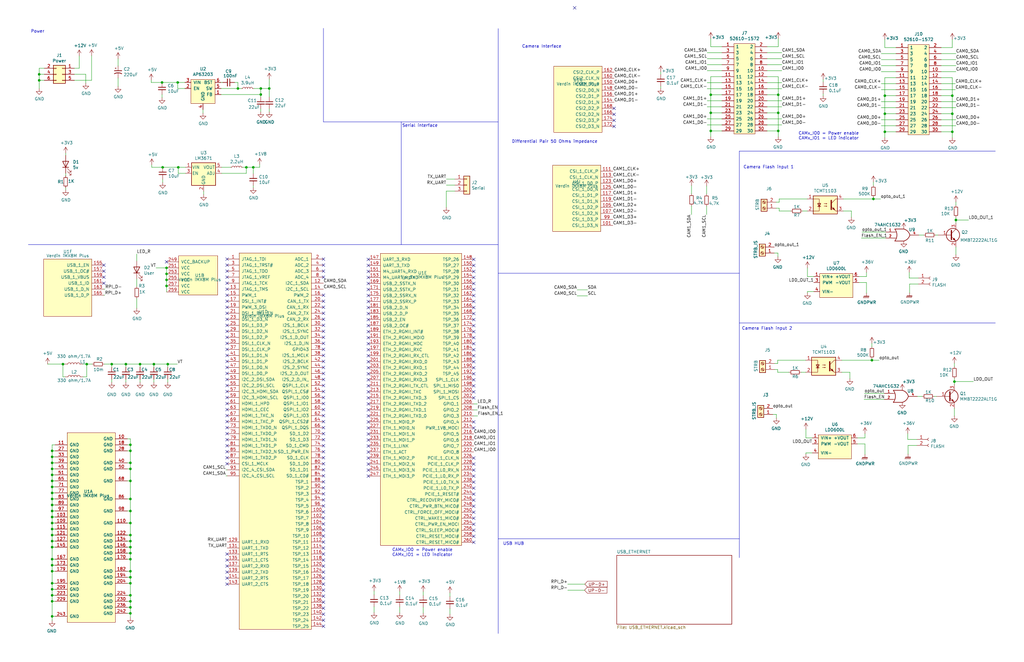
<source format=kicad_sch>
(kicad_sch (version 20230121) (generator eeschema)
  (paper "B")
  (lib_symbols
    (symbol "Device:L" (pin_numbers hide) (pin_names (offset 1.016) hide)
      (property "Reference" "L" (at -1.27 0 90))
      (property "Value" "L" (at 1.905 0 90))
      (symbol "L_1_1"
        (pin passive line (at 0 3.81 270) (length 1.27) (name "1") (number "1"))
        (pin passive line (at 0 -3.81 90) (length 1.27) (name "2") (number "2"))
      )
    )
    (symbol "RPI-Carrier-rescue:+12V-power" (power) (pin_names (offset 0))
      (property "Value" "+12V-power" (at 0 3.556 0))
      (symbol "+12V-power_1_1"
        (pin power_in line (at 0 0 90) (length 0) hide (name "+12V") (number "1"))
      )
    )
    (symbol "RPI-Carrier-rescue:+1V8-power" (power) (pin_names (offset 0))
      (property "Value" "+1V8-power" (at 0 3.556 0))
      (symbol "+1V8-power_1_1"
        (pin power_in line (at 0 0 90) (length 0) hide (name "+1V8") (number "1"))
      )
    )
    (symbol "RPI-Carrier-rescue:+3.3V-power" (power) (pin_names (offset 0))
      (property "Value" "+3.3V-power" (at 0 3.556 0))
      (symbol "+3.3V-power_1_1"
        (pin power_in line (at 0 0 90) (length 0) hide (name "+3V3") (number "1"))
      )
    )
    (symbol "RPI-Carrier-rescue:+36V-power" (power) (pin_names (offset 0))
      (property "Value" "+36V-power" (at 0 3.556 0))
      (symbol "+36V-power_1_1"
        (pin power_in line (at 0 0 90) (length 0) hide (name "+36V") (number "1"))
      )
    )
    (symbol "RPI-Carrier-rescue:+5V-power" (power) (pin_names (offset 0))
      (property "Value" "+5V-power" (at 0 3.556 0))
      (symbol "+5V-power_1_1"
        (pin power_in line (at 0 0 90) (length 0) hide (name "+5V") (number "1"))
      )
    )
    (symbol "RPI-Carrier-rescue:74AHC1G32-74xGxx" (pin_names (offset 1.016))
      (property "Reference" "U" (at -2.54 3.81 0))
      (property "Value" "74AHC1G32-74xGxx" (at 0 -3.81 0))
      (symbol "74AHC1G32-74xGxx_1_1"
        (pin input line (at -7.62 1.27 0) (length 3.81) (name "~") (number "1"))
        (pin input line (at -7.62 -1.27 0) (length 3.81) (name "~") (number "2"))
        (pin power_in line (at 0 -2.54 270) (length 0) hide (name "GND") (number "3"))
        (pin output line (at 6.35 0 180) (length 3.81) (name "~") (number "4"))
        (pin power_in line (at 0 2.54 90) (length 0) hide (name "VCC") (number "5"))
      )
    )
    (symbol "RPI-Carrier-rescue:AP2127K-ADJ-Regulator_Linear" (pin_names (offset 0.254))
      (property "Reference" "U" (at -5.08 5.715 0))
      (property "Value" "AP2127K-ADJ-Regulator_Linear" (at 0 5.715 0))
      (symbol "AP2127K-ADJ-Regulator_Linear_1_1"
        (pin power_in line (at -7.62 2.54 0) (length 2.54) (name "VIN") (number "1"))
        (pin power_in line (at 0 -7.62 90) (length 2.54) (name "GND") (number "2"))
        (pin input line (at -7.62 0 0) (length 2.54) (name "EN") (number "3"))
        (pin input line (at 7.62 0 180) (length 2.54) (name "ADJ") (number "4"))
        (pin power_out line (at 7.62 2.54 180) (length 2.54) (name "VOUT") (number "5"))
      )
    )
    (symbol "RPI-Carrier-rescue:CP1_Small-Device" (pin_numbers hide) (pin_names (offset 0.254) hide)
      (property "Reference" "C" (at 0.254 1.778 0))
      (property "Value" "CP1_Small-Device" (at 0.254 -2.032 0))
      (symbol "CP1_Small-Device_1_1"
        (pin passive line (at 0 2.54 270) (length 2.032) (name "~") (number "1"))
        (pin passive line (at 0 -2.54 90) (length 2.032) (name "~") (number "2"))
      )
    )
    (symbol "RPI-Carrier-rescue:C_Small-Device" (pin_numbers hide) (pin_names (offset 0.254) hide)
      (property "Reference" "C" (at 0.254 1.778 0))
      (property "Value" "C_Small-Device" (at 0.254 -2.032 0))
      (symbol "C_Small-Device_1_1"
        (pin passive line (at 0 2.54 270) (length 2.032) (name "~") (number "1"))
        (pin passive line (at 0 -2.54 90) (length 2.032) (name "~") (number "2"))
      )
    )
    (symbol "RPI-Carrier-rescue:Conn_01x02_Female-Connector" (pin_names (offset 1.016) hide)
      (property "Reference" "J" (at 0 2.54 0))
      (property "Value" "Conn_01x02_Female-Connector" (at 0 -5.08 0))
      (symbol "Conn_01x02_Female-Connector_1_1"
        (pin passive line (at -5.08 0 0) (length 3.81) (name "Pin_1") (number "1"))
        (pin passive line (at -5.08 -2.54 0) (length 3.81) (name "Pin_2") (number "2"))
      )
    )
    (symbol "RPI-Carrier-rescue:Conn_01x03-Connector_Generic" (pin_names (offset 1.016) hide)
      (property "Reference" "J" (at 0 5.08 0))
      (property "Value" "Conn_01x03-Connector_Generic" (at 0 -5.08 0))
      (symbol "Conn_01x03-Connector_Generic_1_1"
        (pin passive line (at -5.08 2.54 0) (length 3.81) (name "Pin_1") (number "1"))
        (pin passive line (at -5.08 0 0) (length 3.81) (name "Pin_2") (number "2"))
        (pin passive line (at -5.08 -2.54 0) (length 3.81) (name "Pin_3") (number "3"))
      )
    )
    (symbol "RPI-Carrier-rescue:Conn_02x03_Odd_Even-Connector_Generic" (pin_names (offset 1.016) hide)
      (property "Reference" "J" (at 1.27 5.08 0))
      (property "Value" "Conn_02x03_Odd_Even-Connector_Generic" (at 1.27 -5.08 0))
      (symbol "Conn_02x03_Odd_Even-Connector_Generic_1_1"
        (pin passive line (at -5.08 2.54 0) (length 3.81) (name "Pin_1") (number "1"))
        (pin passive line (at 7.62 2.54 180) (length 3.81) (name "Pin_2") (number "2"))
        (pin passive line (at -5.08 0 0) (length 3.81) (name "Pin_3") (number "3"))
        (pin passive line (at 7.62 0 180) (length 3.81) (name "Pin_4") (number "4"))
        (pin passive line (at -5.08 -2.54 0) (length 3.81) (name "Pin_5") (number "5"))
        (pin passive line (at 7.62 -2.54 180) (length 3.81) (name "Pin_6") (number "6"))
      )
    )
    (symbol "RPI-Carrier-rescue:GND-power" (power) (pin_names (offset 0))
      (property "Value" "GND-power" (at 0 -3.81 0))
      (symbol "GND-power_1_1"
        (pin power_in line (at 0 0 270) (length 0) hide (name "GND") (number "1"))
      )
    )
    (symbol "RPI-Carrier-rescue:GNDPWR-power" (power) (pin_names (offset 0))
      (property "Value" "GNDPWR-power" (at 0 -3.302 0))
      (symbol "GNDPWR-power_1_1"
        (pin power_in line (at 0 0 270) (length 0) hide (name "GNDPWR") (number "1"))
      )
    )
    (symbol "RPI-Carrier-rescue:LED-Device" (pin_numbers hide) (pin_names (offset 1.016) hide)
      (property "Reference" "D" (at 0 2.54 0))
      (property "Value" "LED-Device" (at 0 -2.54 0))
      (symbol "LED-Device_1_1"
        (pin passive line (at -3.81 0 0) (length 2.54) (name "K") (number "1"))
        (pin passive line (at 3.81 0 180) (length 2.54) (name "A") (number "2"))
      )
    )
    (symbol "RPI-Carrier-rescue:L_Small-Device" (pin_numbers hide) (pin_names (offset 0.254) hide)
      (property "Reference" "L" (at 0.762 1.016 0))
      (property "Value" "L_Small-Device" (at 0.762 -1.016 0))
      (symbol "L_Small-Device_1_1"
        (pin passive line (at 0 2.54 270) (length 0.508) (name "~") (number "1"))
        (pin passive line (at 0 -2.54 90) (length 0.508) (name "~") (number "2"))
      )
    )
    (symbol "RPI-Carrier-rescue:MMBT3904-Transistor_BJT" (pin_names (offset 0) hide)
      (property "Reference" "Q" (at 5.08 1.905 0))
      (property "Value" "MMBT3904-Transistor_BJT" (at 5.08 0 0))
      (symbol "MMBT3904-Transistor_BJT_1_1"
        (pin input line (at -5.08 0 0) (length 5.715) (name "B") (number "1"))
        (pin passive line (at 2.54 -5.08 90) (length 2.54) (name "E") (number "2"))
        (pin passive line (at 2.54 5.08 270) (length 2.54) (name "C") (number "3"))
      )
    )
    (symbol "RPI-Carrier-rescue:R_Small-Device" (pin_numbers hide) (pin_names (offset 0.254) hide)
      (property "Reference" "R" (at 0.762 0.508 0))
      (property "Value" "R_Small-Device" (at 0.762 -1.016 0))
      (symbol "R_Small-Device_1_1"
        (pin passive line (at 0 2.54 270) (length 0.762) (name "~") (number "1"))
        (pin passive line (at 0 -2.54 90) (length 0.762) (name "~") (number "2"))
      )
    )
    (symbol "RPI-Carrier-rescue:Screw_Terminal_01x02-Connector" (pin_names (offset 1.016) hide)
      (property "Reference" "J" (at 0 2.54 0))
      (property "Value" "Screw_Terminal_01x02-Connector" (at 0 -5.08 0))
      (symbol "Screw_Terminal_01x02-Connector_1_1"
        (pin passive line (at -5.08 0 0) (length 3.81) (name "Pin_1") (number "1"))
        (pin passive line (at -5.08 -2.54 0) (length 3.81) (name "Pin_2") (number "2"))
      )
    )
    (symbol "RPI-Carrier-rescue:TCMT1103-Isolator" (pin_names (offset 1.016))
      (property "Reference" "U" (at 0 5.08 0))
      (property "Value" "TCMT1103-Isolator" (at 0 -5.08 0))
      (symbol "TCMT1103-Isolator_1_1"
        (pin passive line (at -7.62 2.54 0) (length 2.54) (name "~") (number "1"))
        (pin passive line (at -7.62 -2.54 0) (length 2.54) (name "~") (number "2"))
        (pin passive line (at 7.62 -2.54 180) (length 2.54) (name "~") (number "3"))
        (pin passive line (at 7.62 2.54 180) (length 2.54) (name "~") (number "4"))
      )
    )
    (symbol "RPICarrier:52610-1572" (pin_names (offset 0.762))
      (property "Reference" "J" (at 19.05 7.62 0))
      (property "Value" "52610-1572" (at 19.05 5.08 0))
      (symbol "52610-1572_0_0"
        (pin passive line (at 0 0 0) (length 5.08) (name "1") (number "1"))
        (pin passive line (at 19.05 -10.16 180) (length 5.08) (name "10") (number "10"))
        (pin passive line (at 0 -12.7 0) (length 5.08) (name "11") (number "11"))
        (pin passive line (at 19.05 -12.7 180) (length 5.08) (name "12") (number "12"))
        (pin passive line (at 0 -15.24 0) (length 5.08) (name "13") (number "13"))
        (pin passive line (at 19.05 -15.24 180) (length 5.08) (name "14") (number "14"))
        (pin passive line (at 0 -17.78 0) (length 5.08) (name "15") (number "15"))
        (pin passive line (at 19.05 -17.78 180) (length 5.08) (name "16") (number "16"))
        (pin passive line (at 0 -20.32 0) (length 5.08) (name "17") (number "17"))
        (pin passive line (at 19.05 -20.32 180) (length 5.08) (name "18") (number "18"))
        (pin passive line (at 0 -22.86 0) (length 5.08) (name "19") (number "19"))
        (pin passive line (at 19.05 0 180) (length 5.08) (name "2") (number "2"))
        (pin passive line (at 19.05 -22.86 180) (length 5.08) (name "20") (number "20"))
        (pin passive line (at 0 -25.4 0) (length 5.08) (name "21") (number "21"))
        (pin passive line (at 19.05 -25.4 180) (length 5.08) (name "22") (number "22"))
        (pin passive line (at 0 -27.94 0) (length 5.08) (name "23") (number "23"))
        (pin passive line (at 19.05 -27.94 180) (length 5.08) (name "24") (number "24"))
        (pin passive line (at 0 -30.48 0) (length 5.08) (name "25") (number "25"))
        (pin passive line (at 19.05 -30.48 180) (length 5.08) (name "26") (number "26"))
        (pin passive line (at 0 -33.02 0) (length 5.08) (name "27") (number "27"))
        (pin passive line (at 19.05 -33.02 180) (length 5.08) (name "28") (number "28"))
        (pin passive line (at 0 -35.56 0) (length 5.08) (name "29") (number "29"))
        (pin passive line (at 0 -2.54 0) (length 5.08) (name "3") (number "3"))
        (pin passive line (at 19.05 -35.56 180) (length 5.08) (name "30") (number "30"))
        (pin passive line (at 19.05 -2.54 180) (length 5.08) (name "4") (number "4"))
        (pin passive line (at 0 -5.08 0) (length 5.08) (name "5") (number "5"))
        (pin passive line (at 19.05 -5.08 180) (length 5.08) (name "6") (number "6"))
        (pin passive line (at 0 -7.62 0) (length 5.08) (name "7") (number "7"))
        (pin passive line (at 19.05 -7.62 180) (length 5.08) (name "8") (number "8"))
        (pin passive line (at 0 -10.16 0) (length 5.08) (name "9") (number "9"))
      )
    )
    (symbol "RPICarrier:AP63203" (pin_names (offset 1.016))
      (property "Reference" "U" (at -3.81 2.54 0))
      (property "Value" "AP63203" (at 6.35 2.54 0))
      (symbol "AP63203_1_1"
        (pin input line (at 7.62 -5.08 180) (length 2.54) (name "FB") (number "1"))
        (pin input line (at -7.62 -2.54 0) (length 2.54) (name "EN") (number "2"))
        (pin input line (at -7.62 0 0) (length 2.54) (name "VIN") (number "3"))
        (pin input line (at 0 -11.43 90) (length 2.54) (name "GND") (number "4"))
        (pin input line (at 7.62 -2.54 180) (length 2.54) (name "SW") (number "5"))
        (pin input line (at 7.62 0 180) (length 2.54) (name "BST") (number "6"))
      )
    )
    (symbol "RPICarrier:LDD500L" (pin_names (offset 1.016))
      (property "Reference" "U" (at -3.81 1.27 0))
      (property "Value" "LDD500L" (at 6.35 1.27 0))
      (symbol "LDD500L_1_1"
        (pin input line (at -8.89 -1.27 0) (length 2.54) (name "VIN+") (number "1"))
        (pin input line (at -8.89 -3.81 0) (length 2.54) (name "PWM") (number "3"))
        (pin input line (at -8.89 -7.62 0) (length 2.54) (name "VIN-") (number "4"))
        (pin input line (at 10.16 -3.81 180) (length 2.54) (name "-VOUT") (number "5"))
        (pin input line (at 10.16 -1.27 180) (length 2.54) (name "+VOUT") (number "6"))
      )
    )
    (symbol "Yavia_carrier_1" (pin_names (offset 1.016))
      (property "Reference" "U1" (at 0 8.255 0))
      (property "Value" "Verdin iMX8M Plus" (at 0 6.477 0))
      (symbol "Yavia_carrier_1_1_1"
        (pin power_in line (at 16.51 30.48 180) (length 5.08) (name "GND") (number "10"))
        (pin power_in line (at -13.97 -2.54 0) (length 5.08) (name "GND") (number "103"))
        (pin power_in line (at -13.97 -5.08 0) (length 5.08) (name "GND") (number "109"))
        (pin power_in line (at -13.97 27.94 0) (length 5.08) (name "GND") (number "11"))
        (pin power_in line (at 16.51 -5.08 180) (length 5.08) (name "GND") (number "110"))
        (pin power_in line (at -13.97 -7.62 0) (length 5.08) (name "GND") (number "115"))
        (pin power_in line (at -13.97 -10.16 0) (length 5.08) (name "GND") (number "121"))
        (pin power_in line (at 16.51 -10.16 180) (length 5.08) (name "GND") (number "122"))
        (pin power_in line (at -13.97 -12.7 0) (length 5.08) (name "GND") (number "127"))
        (pin power_in line (at 16.51 -12.7 180) (length 5.08) (name "GND") (number "134"))
        (pin power_in line (at -13.97 -15.24 0) (length 5.08) (name "GND") (number "145"))
        (pin power_in line (at 16.51 -15.24 180) (length 5.08) (name "GND") (number "146"))
        (pin power_in line (at 16.51 -17.78 180) (length 5.08) (name "GND") (number "158"))
        (pin power_in line (at -13.97 -20.32 0) (length 5.08) (name "GND") (number "167"))
        (pin power_in line (at 16.51 -20.32 180) (length 5.08) (name "GND") (number "170"))
        (pin power_in line (at -13.97 -22.86 0) (length 5.08) (name "GND") (number "173"))
        (pin power_in line (at -13.97 -25.4 0) (length 5.08) (name "GND") (number "179"))
        (pin power_in line (at 16.51 27.94 180) (length 5.08) (name "GND") (number "18"))
        (pin power_in line (at 16.51 -25.4 180) (length 5.08) (name "GND") (number "182"))
        (pin power_in line (at 16.51 -27.94 180) (length 5.08) (name "GND") (number "194"))
        (pin power_in line (at -13.97 -30.48 0) (length 5.08) (name "GND") (number "195"))
        (pin power_in line (at 16.51 -30.48 180) (length 5.08) (name "GND") (number "204"))
        (pin power_in line (at -13.97 -33.02 0) (length 5.08) (name "GND") (number "209"))
        (pin power_in line (at -13.97 -35.56 0) (length 5.08) (name "GND") (number "223"))
        (pin power_in line (at 16.51 -35.56 180) (length 5.08) (name "GND") (number "224"))
        (pin power_in line (at -13.97 -38.1 0) (length 5.08) (name "GND") (number "229"))
        (pin power_in line (at 16.51 -38.1 180) (length 5.08) (name "GND") (number "230"))
        (pin power_in line (at 16.51 -40.64 180) (length 5.08) (name "GND") (number "236"))
        (pin power_in line (at 16.51 -43.18 180) (length 5.08) (name "GND") (number "242"))
        (pin power_in line (at -13.97 -44.45 0) (length 5.08) (name "GND") (number "243"))
        (pin power_in line (at -13.97 25.4 0) (length 5.08) (name "GND") (number "27"))
        (pin power_in line (at 16.51 25.4 180) (length 5.08) (name "GND") (number "28"))
        (pin power_in line (at -13.97 22.86 0) (length 5.08) (name "GND") (number "33"))
        (pin power_in line (at -13.97 20.32 0) (length 5.08) (name "GND") (number "39"))
        (pin power_in line (at 16.51 20.32 180) (length 5.08) (name "GND") (number "40"))
        (pin power_in line (at -13.97 17.78 0) (length 5.08) (name "GND") (number "45"))
        (pin power_in line (at 16.51 17.78 180) (length 5.08) (name "GND") (number "50"))
        (pin power_in line (at -13.97 15.24 0) (length 5.08) (name "GND") (number "51"))
        (pin power_in line (at -13.97 12.7 0) (length 5.08) (name "GND") (number "65"))
        (pin power_in line (at 16.51 12.7 180) (length 5.08) (name "GND") (number "68"))
        (pin power_in line (at -13.97 10.16 0) (length 5.08) (name "GND") (number "71"))
        (pin power_in line (at -13.97 7.62 0) (length 5.08) (name "GND") (number "77"))
        (pin power_in line (at -13.97 5.08 0) (length 5.08) (name "GND") (number "83"))
        (pin power_in line (at 16.51 5.08 180) (length 5.08) (name "GND") (number "86"))
        (pin power_in line (at -13.97 2.54 0) (length 5.08) (name "GND") (number "89"))
        (pin power_in line (at -13.97 0 0) (length 5.08) (name "GND") (number "97"))
        (pin power_in line (at 16.51 0 180) (length 5.08) (name "GND") (number "98"))
      )
      (symbol "Yavia_carrier_1_2_1"
        (pin power_in line (at -13.97 13.97 0) (length 5.08) (name "VCC_BACKUP") (number "249"))
        (pin power_in line (at -13.97 11.43 0) (length 5.08) (name "VCC") (number "251"))
        (pin power_in line (at -13.97 8.89 0) (length 5.08) (name "VCC") (number "253"))
        (pin power_in line (at -13.97 6.35 0) (length 5.08) (name "VCC") (number "255"))
        (pin power_in line (at -13.97 3.81 0) (length 5.08) (name "VCC") (number "257"))
        (pin power_in line (at -13.97 1.27 0) (length 5.08) (name "VCC") (number "259"))
      )
      (symbol "Yavia_carrier_1_3_1"
        (pin input line (at 20.32 5.08 180) (length 5.08) (name "VC_TRST_N") (number "172"))
        (pin input line (at 20.32 2.54 180) (length 5.08) (name "VC_TDI") (number "174"))
        (pin input line (at 20.32 0 180) (length 5.08) (name "VC_TMS") (number "176"))
        (pin input line (at -20.32 -5.08 0) (length 5.08) (name "RUN") (number "177"))
        (pin output line (at 20.32 -2.54 180) (length 5.08) (name "VC_TDO") (number "178"))
        (pin input line (at 20.32 -5.08 180) (length 5.08) (name "VC_TCK") (number "180"))
        (pin input line (at -20.32 2.54 0) (length 5.08) (name "EMMC_DISABLE_N") (number "2"))
        (pin output line (at -20.32 5.08 0) (length 5.08) (name "EMMC_EN_N_1V8") (number "90"))
      )
      (symbol "Yavia_carrier_1_4_1"
        (pin bidirectional line (at -15.24 30.48 0) (length 5.08) (name "JTAG_1_TDI") (number "1"))
        (pin bidirectional line (at 25.4 -76.2 180) (length 5.08) (name "TSP_6") (number "100"))
        (pin bidirectional line (at 25.4 -78.74 180) (length 5.08) (name "TSP_7") (number "102"))
        (pin bidirectional line (at 25.4 -81.28 180) (length 5.08) (name "TSP_8") (number "104"))
        (pin bidirectional line (at 25.4 -83.82 180) (length 5.08) (name "TSP_9") (number "106"))
        (pin bidirectional line (at 25.4 -86.36 180) (length 5.08) (name "TSP_10") (number "108"))
        (pin bidirectional line (at 25.4 -88.9 180) (length 5.08) (name "TSP_11") (number "112"))
        (pin bidirectional line (at 25.4 -91.44 180) (length 5.08) (name "TSP_12") (number "114"))
        (pin bidirectional line (at 25.4 -93.98 180) (length 5.08) (name "TSP_13") (number "116"))
        (pin bidirectional line (at 25.4 -96.52 180) (length 5.08) (name "TSP_14") (number "118"))
        (pin bidirectional line (at 25.4 20.32 180) (length 5.08) (name "I2C_1_SDA") (number "12"))
        (pin bidirectional line (at 25.4 -99.06 180) (length 5.08) (name "TSP_15") (number "120"))
        (pin bidirectional line (at 25.4 -101.6 180) (length 5.08) (name "TSP_16") (number "124"))
        (pin bidirectional line (at 25.4 -104.14 180) (length 5.08) (name "TSP_17") (number "126"))
        (pin bidirectional line (at 25.4 -106.68 180) (length 5.08) (name "TSP_18") (number "128"))
        (pin bidirectional line (at -15.24 -88.9 0) (length 5.08) (name "UART_1_RXD") (number "129"))
        (pin bidirectional line (at -15.24 17.78 0) (length 5.08) (name "JTAG_1_TMS") (number "13"))
        (pin bidirectional line (at 25.4 -109.22 180) (length 5.08) (name "TSP_19") (number "130"))
        (pin bidirectional line (at -15.24 -91.44 0) (length 5.08) (name "UART_1_TXD") (number "131"))
        (pin bidirectional line (at 25.4 -111.76 180) (length 5.08) (name "TSP_20") (number "132"))
        (pin bidirectional line (at -15.24 -93.98 0) (length 5.08) (name "UART_1_RTS") (number "133"))
        (pin bidirectional line (at -15.24 -96.52 0) (length 5.08) (name "UART_1_CTS") (number "135"))
        (pin bidirectional line (at 25.4 -114.3 180) (length 5.08) (name "TSP_21") (number "136"))
        (pin bidirectional line (at -15.24 -99.06 0) (length 5.08) (name "UART_2_RXD") (number "137"))
        (pin bidirectional line (at 25.4 -116.84 180) (length 5.08) (name "TSP_22") (number "138"))
        (pin bidirectional line (at -15.24 -101.6 0) (length 5.08) (name "UART_2_TXD") (number "139"))
        (pin bidirectional line (at 25.4 17.78 180) (length 5.08) (name "I2C_1_SCL") (number "14"))
        (pin bidirectional line (at 25.4 -119.38 180) (length 5.08) (name "TSP_23") (number "140"))
        (pin bidirectional line (at -15.24 -104.14 0) (length 5.08) (name "UART_2_RTS") (number "141"))
        (pin bidirectional line (at 25.4 -121.92 180) (length 5.08) (name "TSP_24") (number "142"))
        (pin bidirectional line (at -15.24 -106.68 0) (length 5.08) (name "UART_2_CTS") (number "143"))
        (pin bidirectional line (at 25.4 -124.46 180) (length 5.08) (name "TSP_25") (number "144"))
        (pin bidirectional line (at -15.24 15.24 0) (length 5.08) (name "PWM_1") (number "15"))
        (pin bidirectional line (at 25.4 15.24 180) (length 5.08) (name "PWM_2") (number "16"))
        (pin bidirectional line (at -15.24 12.7 0) (length 5.08) (name "DSI_1_INT#") (number "17"))
        (pin bidirectional line (at -15.24 10.16 0) (length 5.08) (name "PWM_3_DSI") (number "19"))
        (pin bidirectional line (at 25.4 30.48 180) (length 5.08) (name "ADC_1") (number "2"))
        (pin bidirectional line (at 25.4 12.7 180) (length 5.08) (name "CAN_1_TX") (number "20"))
        (pin bidirectional line (at -15.24 7.62 0) (length 5.08) (name "DSI_1_BKL_EN") (number "21"))
        (pin bidirectional line (at 25.4 10.16 180) (length 5.08) (name "CAN_1_RX") (number "22"))
        (pin bidirectional line (at -15.24 5.08 0) (length 5.08) (name "DSI_1_D3_N") (number "23"))
        (pin bidirectional line (at 25.4 7.62 180) (length 5.08) (name "CAN_2_TX") (number "24"))
        (pin bidirectional line (at -15.24 2.54 0) (length 5.08) (name "DSI_1_D3_P") (number "25"))
        (pin bidirectional line (at 25.4 5.08 180) (length 5.08) (name "CAN_2_RX") (number "26"))
        (pin bidirectional line (at -15.24 0 0) (length 5.08) (name "DSI_1_D2_N") (number "29"))
        (pin bidirectional line (at -15.24 27.94 0) (length 5.08) (name "JTAG_1_TRST#") (number "3"))
        (pin bidirectional line (at 25.4 2.54 180) (length 5.08) (name "I2S_1_BCLK") (number "30"))
        (pin bidirectional line (at -15.24 -2.54 0) (length 5.08) (name "DSI_1_D2_P") (number "31"))
        (pin bidirectional line (at 25.4 0 180) (length 5.08) (name "I2S_1_SYNC") (number "32"))
        (pin bidirectional line (at 25.4 -2.54 180) (length 5.08) (name "I2S_1_D_OUT") (number "34"))
        (pin bidirectional line (at -15.24 -5.08 0) (length 5.08) (name "DSI_1_CLK_N") (number "35"))
        (pin bidirectional line (at 25.4 -5.08 180) (length 5.08) (name "I2S_1_D_IN") (number "36"))
        (pin bidirectional line (at -15.24 -7.62 0) (length 5.08) (name "DSI_1_CLK_P") (number "37"))
        (pin bidirectional line (at 25.4 -10.16 180) (length 5.08) (name "I2S_1_MCLK") (number "38"))
        (pin bidirectional line (at 25.4 27.94 180) (length 5.08) (name "ADC_2") (number "4"))
        (pin bidirectional line (at -15.24 -10.16 0) (length 5.08) (name "DSI_1_D1_N") (number "41"))
        (pin bidirectional line (at 25.4 -12.7 180) (length 5.08) (name "I2S_2_BCLK") (number "42"))
        (pin bidirectional line (at -15.24 -12.7 0) (length 5.08) (name "DSI_1_D1_P") (number "43"))
        (pin bidirectional line (at 25.4 -15.24 180) (length 5.08) (name "I2S_2_SYNC") (number "44"))
        (pin bidirectional line (at 25.4 -17.78 180) (length 5.08) (name "I2S_2_D_OUT") (number "46"))
        (pin bidirectional line (at -15.24 -15.24 0) (length 5.08) (name "DSI_1_D0_N") (number "47"))
        (pin bidirectional line (at 25.4 -20.32 180) (length 5.08) (name "I2S_2_D_IN_") (number "48"))
        (pin bidirectional line (at -15.24 -17.78 0) (length 5.08) (name "DSI_1_D0_P") (number "49"))
        (pin bidirectional line (at -15.24 25.4 0) (length 5.08) (name "JTAG_1_TDO") (number "5"))
        (pin bidirectional line (at 25.4 -22.86 180) (length 5.08) (name "QSPI_1_CLK") (number "52"))
        (pin bidirectional line (at -15.24 -20.32 0) (length 5.08) (name "I2C_2_DSI_SDA") (number "53"))
        (pin bidirectional line (at 25.4 -25.4 180) (length 5.08) (name "QSPI_1_CS#") (number "54"))
        (pin bidirectional line (at -15.24 -22.86 0) (length 5.08) (name "I2C_2_DSI_SCL") (number "55"))
        (pin bidirectional line (at 25.4 -27.94 180) (length 5.08) (name "QSPI_1_IO0") (number "56"))
        (pin bidirectional line (at -15.24 -25.4 0) (length 5.08) (name "I2C_3_HDMI_SDA") (number "57"))
        (pin bidirectional line (at 25.4 -30.48 180) (length 5.08) (name "QSPI_1_IO1") (number "58"))
        (pin bidirectional line (at -15.24 -27.94 0) (length 5.08) (name "I2C_3_HDMI_SCL") (number "59"))
        (pin bidirectional line (at 25.4 25.4 180) (length 5.08) (name "ADC_3") (number "6"))
        (pin bidirectional line (at 25.4 -33.02 180) (length 5.08) (name "QSPI_1_IO2") (number "60"))
        (pin bidirectional line (at -15.24 -30.48 0) (length 5.08) (name "HDMI_1_HPD") (number "61"))
        (pin bidirectional line (at 25.4 -35.56 180) (length 5.08) (name "QSPI_1_IO3") (number "62"))
        (pin bidirectional line (at -15.24 -33.02 0) (length 5.08) (name "HDMI_1_CEC") (number "63"))
        (pin bidirectional line (at 25.4 -38.1 180) (length 5.08) (name "QSPI_1_CS2#") (number "64"))
        (pin bidirectional line (at 25.4 -40.64 180) (length 5.08) (name "QSPI_1_DQS") (number "66"))
        (pin bidirectional line (at -15.24 -35.56 0) (length 5.08) (name "HDMI_1_TXC_N") (number "67"))
        (pin bidirectional line (at -15.24 -38.1 0) (length 5.08) (name "HDMI_1_TXC_P") (number "69"))
        (pin bidirectional line (at -15.24 22.86 0) (length 5.08) (name "JTAG_1_VREF") (number "7"))
        (pin bidirectional line (at 25.4 -43.18 180) (length 5.08) (name "SD_1_D2") (number "70"))
        (pin bidirectional line (at 25.4 -45.72 180) (length 5.08) (name "SD_1_D3") (number "72"))
        (pin bidirectional line (at -15.24 -40.64 0) (length 5.08) (name "HDMI_1_TXD0_N") (number "73"))
        (pin bidirectional line (at 25.4 -48.26 180) (length 5.08) (name "SD_1_CMD") (number "74"))
        (pin bidirectional line (at -15.24 -43.18 0) (length 5.08) (name "HDMI_1_TXD0_P") (number "75"))
        (pin bidirectional line (at 25.4 -50.8 180) (length 5.08) (name "SD_1_PWR_EN") (number "76"))
        (pin bidirectional line (at 25.4 -7.62 180) (length 5.08) (name "GPIO43") (number "78"))
        (pin bidirectional line (at 25.4 -53.34 180) (length 5.08) (name "SD_1_CLK") (number "78"))
        (pin bidirectional line (at -15.24 -45.72 0) (length 5.08) (name "HDMI_1_TXD1_N") (number "79"))
        (pin bidirectional line (at 25.4 22.86 180) (length 5.08) (name "ADC_4") (number "8"))
        (pin bidirectional line (at 25.4 -55.88 180) (length 5.08) (name "SD_1_D0") (number "80"))
        (pin bidirectional line (at -15.24 -48.26 0) (length 5.08) (name "HDMI_1_TXD1_P") (number "81"))
        (pin bidirectional line (at 25.4 -58.42 180) (length 5.08) (name "SD_1_D1") (number "82"))
        (pin bidirectional line (at 25.4 -60.96 180) (length 5.08) (name "SD_1_CD#") (number "84"))
        (pin bidirectional line (at -15.24 -50.8 0) (length 5.08) (name "HDMI_1_TXD2_N") (number "85"))
        (pin bidirectional line (at -15.24 -53.34 0) (length 5.08) (name "HDMI_1_TXD2_P") (number "87"))
        (pin bidirectional line (at 25.4 -63.5 180) (length 5.08) (name "TSP_1") (number "88"))
        (pin bidirectional line (at -15.24 20.32 0) (length 5.08) (name "JTAG_1_TCK") (number "9"))
        (pin bidirectional line (at 25.4 -66.04 180) (length 5.08) (name "TSP_2") (number "90"))
        (pin bidirectional line (at -15.24 -55.88 0) (length 5.08) (name "CSI_1_MCLK") (number "91"))
        (pin bidirectional line (at 25.4 -68.58 180) (length 5.08) (name "TSP_3") (number "92"))
        (pin bidirectional line (at -15.24 -58.42 0) (length 5.08) (name "I2C_4_CSI_SDA") (number "93"))
        (pin bidirectional line (at 25.4 -71.12 180) (length 5.08) (name "TSP_4") (number "94"))
        (pin bidirectional line (at -15.24 -60.96 0) (length 5.08) (name "I2C_4_CSI_SCL") (number "95"))
        (pin bidirectional line (at 25.4 -73.66 180) (length 5.08) (name "TSP_5") (number "96"))
      )
      (symbol "Yavia_carrier_1_5_1"
        (pin bidirectional line (at -22.86 13.97 0) (length 5.08) (name "UART_3_RXD") (number "147"))
        (pin bidirectional line (at 21.59 13.97 180) (length 5.08) (name "TSP_26") (number "148"))
        (pin bidirectional line (at -22.86 11.43 0) (length 5.08) (name "UART_3_TXD") (number "149"))
        (pin bidirectional line (at 21.59 11.43 180) (length 5.08) (name "TSP_27") (number "150"))
        (pin bidirectional line (at -22.86 8.89 0) (length 5.08) (name "M4_UART4_RXD") (number "151"))
        (pin bidirectional line (at 21.59 8.89 180) (length 5.08) (name "TSP_28") (number "152"))
        (pin bidirectional line (at -22.86 6.35 0) (length 5.08) (name "M4_UART_4_TXD") (number "153"))
        (pin bidirectional line (at 21.59 6.35 180) (length 5.08) (name "TSP_29") (number "154"))
        (pin bidirectional line (at 21.59 3.81 180) (length 5.08) (name "TSP_30") (number "156"))
        (pin bidirectional line (at 21.59 1.27 180) (length 5.08) (name "TSP_31") (number "160"))
        (pin bidirectional line (at 21.59 -1.27 180) (length 5.08) (name "TSP_32") (number "162"))
        (pin bidirectional line (at 21.59 -3.81 180) (length 5.08) (name "TSP_33") (number "164"))
        (pin bidirectional line (at 21.59 -6.35 180) (length 5.08) (name "TSP_34") (number "166"))
        (pin bidirectional line (at 21.59 -8.89 180) (length 5.08) (name "TSP_35") (number "168"))
        (pin bidirectional line (at -22.86 3.81 0) (length 5.08) (name "USB_2_SSTX_N") (number "169"))
        (pin bidirectional line (at -22.86 1.27 0) (length 5.08) (name "USB_2_SSTX_P") (number "171"))
        (pin bidirectional line (at 21.59 -11.43 180) (length 5.08) (name "TSP_36") (number "172"))
        (pin bidirectional line (at 21.59 -13.97 180) (length 5.08) (name "TSP_37") (number "174"))
        (pin bidirectional line (at -22.86 -1.27 0) (length 5.08) (name "USB_2_SSRX_N") (number "175"))
        (pin bidirectional line (at 21.59 -16.51 180) (length 5.08) (name "TSP_38") (number "176"))
        (pin bidirectional line (at -22.86 -3.81 0) (length 5.08) (name "USB_2_SSRX_P") (number "177"))
        (pin bidirectional line (at 21.59 -19.05 180) (length 5.08) (name "TSP_39") (number "178"))
        (pin bidirectional line (at 21.59 -21.59 180) (length 5.08) (name "TSP_40") (number "180"))
        (pin bidirectional line (at -22.86 -6.35 0) (length 5.08) (name "USB_2_D_N") (number "181"))
        (pin bidirectional line (at -22.86 -8.89 0) (length 5.08) (name "USB_2_D_P") (number "183"))
        (pin bidirectional line (at 21.59 -24.13 180) (length 5.08) (name "TSP_41") (number "184"))
        (pin bidirectional line (at -22.86 -11.43 0) (length 5.08) (name "USB_2_EN") (number "185"))
        (pin bidirectional line (at 21.59 -26.67 180) (length 5.08) (name "TSP_42") (number "186"))
        (pin bidirectional line (at -22.86 -13.97 0) (length 5.08) (name "USB_2_OC#") (number "187"))
        (pin bidirectional line (at 21.59 -29.21 180) (length 5.08) (name "TSP_43") (number "188"))
        (pin bidirectional line (at -22.86 -16.51 0) (length 5.08) (name "ETH_2_RGMII_INT#") (number "189"))
        (pin bidirectional line (at 21.59 -31.75 180) (length 5.08) (name "TSP_44") (number "190"))
        (pin bidirectional line (at -22.86 -19.05 0) (length 5.08) (name "ETH_2_RGMII_MDIO") (number "191"))
        (pin bidirectional line (at 21.59 -34.29 180) (length 5.08) (name "TSP_45") (number "192"))
        (pin bidirectional line (at -22.86 -21.59 0) (length 5.08) (name "ETH_2_RGMII_MDC") (number "193"))
        (pin bidirectional line (at 21.59 -36.83 180) (length 5.08) (name "SPI_1_CLK") (number "196"))
        (pin bidirectional line (at -22.86 -24.13 0) (length 5.08) (name "ETH_2_RGMII_RXC") (number "197"))
        (pin bidirectional line (at 21.59 -39.37 180) (length 5.08) (name "SPI_1_MISO") (number "198"))
        (pin bidirectional line (at -22.86 -26.67 0) (length 5.08) (name "ETH_2_RGMII_RX_CTL") (number "199"))
        (pin bidirectional line (at 21.59 -41.91 180) (length 5.08) (name "SPI_1_MOSI") (number "200"))
        (pin bidirectional line (at -22.86 -29.21 0) (length 5.08) (name "ETH_2_RGMII_RXD_0") (number "201"))
        (pin bidirectional line (at 21.59 -44.45 180) (length 5.08) (name "SPI_1_CS") (number "202"))
        (pin bidirectional line (at -22.86 -31.75 0) (length 5.08) (name "ETH_2_RGMII_RXD_1") (number "203"))
        (pin bidirectional line (at -22.86 -34.29 0) (length 5.08) (name "ETH_2_RGMII_RXD_2") (number "205"))
        (pin bidirectional line (at 21.59 -46.99 180) (length 5.08) (name "GPIO_1") (number "206"))
        (pin bidirectional line (at -22.86 -36.83 0) (length 5.08) (name "ETH_2_RGMII_RXD_3") (number "207"))
        (pin bidirectional line (at 21.59 -49.53 180) (length 5.08) (name "GPIO_2") (number "208"))
        (pin bidirectional line (at 21.59 -52.07 180) (length 5.08) (name "GPIO_3") (number "210"))
        (pin bidirectional line (at -22.86 -39.37 0) (length 5.08) (name "ETH_2_RGMII_TX_CTL") (number "211"))
        (pin bidirectional line (at 21.59 -54.61 180) (length 5.08) (name "GPIO_4") (number "212"))
        (pin bidirectional line (at -22.86 -41.91 0) (length 5.08) (name "ETH_2_RGMII_TXC") (number "213"))
        (pin bidirectional line (at 21.59 -57.15 180) (length 5.08) (name "PWR_1V8_MOCI") (number "214"))
        (pin bidirectional line (at -22.86 -44.45 0) (length 5.08) (name "ETH_2_RGMII_TXD_3") (number "215"))
        (pin bidirectional line (at 21.59 -59.69 180) (length 5.08) (name "GPIO_5") (number "216"))
        (pin bidirectional line (at -22.86 -46.99 0) (length 5.08) (name "ETH_2_RGMII_TXD_2") (number "217"))
        (pin bidirectional line (at 21.59 -62.23 180) (length 5.08) (name "GPIO_6") (number "218"))
        (pin bidirectional line (at -22.86 -49.53 0) (length 5.08) (name "ETH_2_RGMII_TXD_1") (number "219"))
        (pin bidirectional line (at 21.59 -64.77 180) (length 5.08) (name "GPIO_7") (number "220"))
        (pin bidirectional line (at -22.86 -52.07 0) (length 5.08) (name "ETH_2_RGMII_TXD_0") (number "221"))
        (pin bidirectional line (at 21.59 -67.31 180) (length 5.08) (name "GPIO_8") (number "222"))
        (pin bidirectional line (at -22.86 -54.61 0) (length 5.08) (name "ETH_1_MDI0_P") (number "225"))
        (pin bidirectional line (at 21.59 -69.85 180) (length 5.08) (name "PCIE_1_CLK_N") (number "226"))
        (pin bidirectional line (at -22.86 -57.15 0) (length 5.08) (name "ETH_1_MDI0_N") (number "227"))
        (pin bidirectional line (at 21.59 -72.39 180) (length 5.08) (name "PCIE_1_CLK_P") (number "228"))
        (pin bidirectional line (at -22.86 -59.69 0) (length 5.08) (name "ETH_1_MDI1_N") (number "231"))
        (pin bidirectional line (at 21.59 -74.93 180) (length 5.08) (name "PCIE_1_L0_RX_N") (number "232"))
        (pin bidirectional line (at -22.86 -62.23 0) (length 5.08) (name "ETH_1_MDI1_P") (number "233"))
        (pin bidirectional line (at 21.59 -77.47 180) (length 5.08) (name "PCIE_1_L0_RX_P") (number "234"))
        (pin bidirectional line (at -22.86 -64.77 0) (length 5.08) (name "ETH_1_LINK") (number "235"))
        (pin bidirectional line (at -22.86 -67.31 0) (length 5.08) (name "ETH_1_ACT") (number "237"))
        (pin bidirectional line (at 21.59 -80.01 180) (length 5.08) (name "PCIE_1_L0_TX_N") (number "238"))
        (pin bidirectional line (at -22.86 -69.85 0) (length 5.08) (name "ETH_1_MDI2_P") (number "239"))
        (pin bidirectional line (at 21.59 -82.55 180) (length 5.08) (name "PCIE_1_L0_TX_P") (number "240"))
        (pin bidirectional line (at -22.86 -72.39 0) (length 5.08) (name "ETH_1_MDI2_N") (number "241"))
        (pin bidirectional line (at 21.59 -85.09 180) (length 5.08) (name "PCIE_1_RESET#") (number "244"))
        (pin bidirectional line (at -22.86 -74.93 0) (length 5.08) (name "ETH_1_MDI3_N") (number "245"))
        (pin bidirectional line (at 21.59 -87.63 180) (length 5.08) (name "CTRL_RECOVERY_MICO#") (number "246"))
        (pin bidirectional line (at -22.86 -77.47 0) (length 5.08) (name "ETH_1_MDI3_P") (number "247"))
        (pin bidirectional line (at 21.59 -90.17 180) (length 5.08) (name "CTRL_PWR_BTN_MICO#") (number "248"))
        (pin bidirectional line (at 21.59 -92.71 180) (length 5.08) (name "CTRL_FORCE_OFF_MOCI#") (number "250"))
        (pin bidirectional line (at 21.59 -95.25 180) (length 5.08) (name "CTRL_WAKE1_MICO#") (number "252"))
        (pin bidirectional line (at 21.59 -97.79 180) (length 5.08) (name "CTRL_PWR_EN_MOCI") (number "254"))
        (pin bidirectional line (at 21.59 -100.33 180) (length 5.08) (name "CTRL_SLEEP_MOCI#") (number "256"))
        (pin bidirectional line (at 21.59 -102.87 180) (length 5.08) (name "CTRL_RESET_MOCI#") (number "258"))
        (pin bidirectional line (at 21.59 -105.41 180) (length 5.08) (name "CTRL_RESET_MICO#") (number "260"))
      )
      (symbol "Yavia_carrier_1_6_1"
        (pin bidirectional line (at 15.24 2.54 180) (length 5.08) (name "USB_1_EN") (number "155"))
        (pin bidirectional line (at 15.24 0 180) (length 5.08) (name "USB_1_OC#") (number "157"))
        (pin input line (at 15.24 -2.54 180) (length 5.08) (name "USB_1_VBUS") (number "159"))
        (pin bidirectional line (at 15.24 -5.08 180) (length 5.08) (name "USB_1_ID") (number "161"))
        (pin bidirectional line (at 15.24 -7.62 180) (length 5.08) (name "USB_1_D_N") (number "163"))
        (pin bidirectional line (at 15.24 -10.16 180) (length 5.08) (name "USB_1_D_P") (number "165"))
      )
      (symbol "Yavia_carrier_1_7_1"
        (pin bidirectional line (at 15.24 3.81 180) (length 5.08) (name "CSI2_D0_N") (number "148"))
        (pin bidirectional line (at 15.24 6.35 180) (length 5.08) (name "CSI2_D0_P") (number "150"))
        (pin bidirectional line (at 15.24 -1.27 180) (length 5.08) (name "CSI2_D1_N") (number "154"))
        (pin bidirectional line (at 15.24 1.27 180) (length 5.08) (name "CSI2_D1_P") (number "156"))
        (pin bidirectional line (at 15.24 8.89 180) (length 5.08) (name "CSI2_CLK_N") (number "160"))
        (pin bidirectional line (at 15.24 11.43 180) (length 5.08) (name "CSI2_CLK_P") (number "162"))
        (pin bidirectional line (at 15.24 -6.35 180) (length 5.08) (name "CSI2_D2_N") (number "166"))
        (pin bidirectional line (at 15.24 -3.81 180) (length 5.08) (name "CSI2_D2_P") (number "168"))
        (pin bidirectional line (at 15.24 -11.43 180) (length 5.08) (name "CSI2_D3_N") (number "172"))
        (pin bidirectional line (at 15.24 -8.89 180) (length 5.08) (name "CSI2_D3_P") (number "174"))
      )
      (symbol "Yavia_carrier_1_8_1"
        (pin input line (at 15.24 2.54 180) (length 5.08) (name "CAM0_DP0") (number "136"))
        (pin input line (at 15.24 0 180) (length 5.08) (name "CAM0_DN0") (number "138"))
        (pin input line (at 15.24 7.62 180) (length 5.08) (name "CAM0_CP") (number "142"))
        (pin input line (at 15.24 5.08 180) (length 5.08) (name "CAM0_CN") (number "144"))
        (pin input line (at 15.24 -2.54 180) (length 5.08) (name "CAM0_DP1") (number "148"))
        (pin input line (at 15.24 -5.08 180) (length 5.08) (name "CAM0_DN1") (number "150"))
      )
      (symbol "Yavia_carrier_1_9_1"
        (pin bidirectional line (at 15.24 -10.16 180) (length 5.08) (name "CSI_1_D3_N") (number "101"))
        (pin bidirectional line (at 15.24 -2.54 180) (length 5.08) (name "CSI_1_D2_P") (number "105"))
        (pin bidirectional line (at 15.24 -5.08 180) (length 5.08) (name "CSI_1_D2_N") (number "107"))
        (pin bidirectional line (at 15.24 12.7 180) (length 5.08) (name "CSI_1_CLK_P") (number "111"))
        (pin bidirectional line (at 15.24 10.16 180) (length 5.08) (name "CSI_1_CLK_N") (number "113"))
        (pin bidirectional line (at 15.24 2.54 180) (length 5.08) (name "CSI_1_D1_P") (number "117"))
        (pin bidirectional line (at 15.24 0 180) (length 5.08) (name "CSI_1_D1_N") (number "119"))
        (pin bidirectional line (at 15.24 7.62 180) (length 5.08) (name "CSI_1_D0_P") (number "123"))
        (pin bidirectional line (at 15.24 5.08 180) (length 5.08) (name "CSI_1_D0_N") (number "125"))
        (pin bidirectional line (at 15.24 -7.62 180) (length 5.08) (name "CSI_1_D3_P") (number "99"))
      )
      (symbol "Yavia_carrier_1_10_1"
        (pin output line (at 15.24 2.54 180) (length 5.08) (name "DSI0_DP0") (number "101"))
        (pin output line (at 15.24 5.08 180) (length 5.08) (name "DSI0_CN") (number "105"))
        (pin output line (at 15.24 7.62 180) (length 5.08) (name "DSI0_CP") (number "107"))
        (pin output line (at 15.24 -5.08 180) (length 5.08) (name "DSI0_DN1") (number "93"))
        (pin output line (at 15.24 -2.54 180) (length 5.08) (name "DSI0_DP1") (number "95"))
        (pin output line (at 15.24 0 180) (length 5.08) (name "DSI0_DN0") (number "99"))
      )
      (symbol "Yavia_carrier_1_11_1"
        (pin output line (at 15.24 12.7 180) (length 5.08) (name "DSI1_CP") (number "100"))
        (pin output line (at 15.24 10.16 180) (length 5.08) (name "DSI1_CN") (number "102"))
        (pin output line (at 15.24 -7.62 180) (length 5.08) (name "DSI1_DP3") (number "106"))
        (pin output line (at 15.24 -10.16 180) (length 5.08) (name "DSI1_DN3") (number "108"))
        (pin output line (at 15.24 -2.54 180) (length 5.08) (name "DSI1_DP2") (number "112"))
        (pin output line (at 15.24 -5.08 180) (length 5.08) (name "DSI1_DN2") (number "114"))
        (pin output line (at 15.24 2.54 180) (length 5.08) (name "DSI1_DP1") (number "118"))
        (pin output line (at 15.24 0 180) (length 5.08) (name "DSI1_DN1") (number "120"))
        (pin output line (at 15.24 7.62 180) (length 5.08) (name "DSI1_DP0") (number "94"))
        (pin output line (at 15.24 5.08 180) (length 5.08) (name "DSI1_DN0") (number "96"))
      )
    )
    (symbol "Yavia_carrier_10" (pin_names (offset 1.016))
      (property "Reference" "U1" (at 0 8.255 0))
      (property "Value" "Verdin iMX8M Plus" (at 0 6.477 0))
      (symbol "Yavia_carrier_10_1_1"
        (pin power_in line (at 16.51 30.48 180) (length 5.08) (name "GND") (number "10"))
        (pin power_in line (at -13.97 -2.54 0) (length 5.08) (name "GND") (number "103"))
        (pin power_in line (at -13.97 -5.08 0) (length 5.08) (name "GND") (number "109"))
        (pin power_in line (at -13.97 27.94 0) (length 5.08) (name "GND") (number "11"))
        (pin power_in line (at 16.51 -5.08 180) (length 5.08) (name "GND") (number "110"))
        (pin power_in line (at -13.97 -7.62 0) (length 5.08) (name "GND") (number "115"))
        (pin power_in line (at -13.97 -10.16 0) (length 5.08) (name "GND") (number "121"))
        (pin power_in line (at 16.51 -10.16 180) (length 5.08) (name "GND") (number "122"))
        (pin power_in line (at -13.97 -12.7 0) (length 5.08) (name "GND") (number "127"))
        (pin power_in line (at 16.51 -12.7 180) (length 5.08) (name "GND") (number "134"))
        (pin power_in line (at -13.97 -15.24 0) (length 5.08) (name "GND") (number "145"))
        (pin power_in line (at 16.51 -15.24 180) (length 5.08) (name "GND") (number "146"))
        (pin power_in line (at 16.51 -17.78 180) (length 5.08) (name "GND") (number "158"))
        (pin power_in line (at -13.97 -20.32 0) (length 5.08) (name "GND") (number "167"))
        (pin power_in line (at 16.51 -20.32 180) (length 5.08) (name "GND") (number "170"))
        (pin power_in line (at -13.97 -22.86 0) (length 5.08) (name "GND") (number "173"))
        (pin power_in line (at -13.97 -25.4 0) (length 5.08) (name "GND") (number "179"))
        (pin power_in line (at 16.51 27.94 180) (length 5.08) (name "GND") (number "18"))
        (pin power_in line (at 16.51 -25.4 180) (length 5.08) (name "GND") (number "182"))
        (pin power_in line (at 16.51 -27.94 180) (length 5.08) (name "GND") (number "194"))
        (pin power_in line (at -13.97 -30.48 0) (length 5.08) (name "GND") (number "195"))
        (pin power_in line (at 16.51 -30.48 180) (length 5.08) (name "GND") (number "204"))
        (pin power_in line (at -13.97 -33.02 0) (length 5.08) (name "GND") (number "209"))
        (pin power_in line (at -13.97 -35.56 0) (length 5.08) (name "GND") (number "223"))
        (pin power_in line (at 16.51 -35.56 180) (length 5.08) (name "GND") (number "224"))
        (pin power_in line (at -13.97 -38.1 0) (length 5.08) (name "GND") (number "229"))
        (pin power_in line (at 16.51 -38.1 180) (length 5.08) (name "GND") (number "230"))
        (pin power_in line (at 16.51 -40.64 180) (length 5.08) (name "GND") (number "236"))
        (pin power_in line (at 16.51 -43.18 180) (length 5.08) (name "GND") (number "242"))
        (pin power_in line (at -13.97 -44.45 0) (length 5.08) (name "GND") (number "243"))
        (pin power_in line (at -13.97 25.4 0) (length 5.08) (name "GND") (number "27"))
        (pin power_in line (at 16.51 25.4 180) (length 5.08) (name "GND") (number "28"))
        (pin power_in line (at -13.97 22.86 0) (length 5.08) (name "GND") (number "33"))
        (pin power_in line (at -13.97 20.32 0) (length 5.08) (name "GND") (number "39"))
        (pin power_in line (at 16.51 20.32 180) (length 5.08) (name "GND") (number "40"))
        (pin power_in line (at -13.97 17.78 0) (length 5.08) (name "GND") (number "45"))
        (pin power_in line (at 16.51 17.78 180) (length 5.08) (name "GND") (number "50"))
        (pin power_in line (at -13.97 15.24 0) (length 5.08) (name "GND") (number "51"))
        (pin power_in line (at -13.97 12.7 0) (length 5.08) (name "GND") (number "65"))
        (pin power_in line (at 16.51 12.7 180) (length 5.08) (name "GND") (number "68"))
        (pin power_in line (at -13.97 10.16 0) (length 5.08) (name "GND") (number "71"))
        (pin power_in line (at -13.97 7.62 0) (length 5.08) (name "GND") (number "77"))
        (pin power_in line (at -13.97 5.08 0) (length 5.08) (name "GND") (number "83"))
        (pin power_in line (at 16.51 5.08 180) (length 5.08) (name "GND") (number "86"))
        (pin power_in line (at -13.97 2.54 0) (length 5.08) (name "GND") (number "89"))
        (pin power_in line (at -13.97 0 0) (length 5.08) (name "GND") (number "97"))
        (pin power_in line (at 16.51 0 180) (length 5.08) (name "GND") (number "98"))
      )
      (symbol "Yavia_carrier_10_2_1"
        (pin power_in line (at -13.97 13.97 0) (length 5.08) (name "VCC_BACKUP") (number "249"))
        (pin power_in line (at -13.97 11.43 0) (length 5.08) (name "VCC") (number "251"))
        (pin power_in line (at -13.97 8.89 0) (length 5.08) (name "VCC") (number "253"))
        (pin power_in line (at -13.97 6.35 0) (length 5.08) (name "VCC") (number "255"))
        (pin power_in line (at -13.97 3.81 0) (length 5.08) (name "VCC") (number "257"))
        (pin power_in line (at -13.97 1.27 0) (length 5.08) (name "VCC") (number "259"))
      )
      (symbol "Yavia_carrier_10_3_1"
        (pin input line (at 20.32 5.08 180) (length 5.08) (name "VC_TRST_N") (number "172"))
        (pin input line (at 20.32 2.54 180) (length 5.08) (name "VC_TDI") (number "174"))
        (pin input line (at 20.32 0 180) (length 5.08) (name "VC_TMS") (number "176"))
        (pin input line (at -20.32 -5.08 0) (length 5.08) (name "RUN") (number "177"))
        (pin output line (at 20.32 -2.54 180) (length 5.08) (name "VC_TDO") (number "178"))
        (pin input line (at 20.32 -5.08 180) (length 5.08) (name "VC_TCK") (number "180"))
        (pin input line (at -20.32 2.54 0) (length 5.08) (name "EMMC_DISABLE_N") (number "2"))
        (pin output line (at -20.32 5.08 0) (length 5.08) (name "EMMC_EN_N_1V8") (number "90"))
      )
      (symbol "Yavia_carrier_10_4_1"
        (pin bidirectional line (at -15.24 30.48 0) (length 5.08) (name "JTAG_1_TDI") (number "1"))
        (pin bidirectional line (at 25.4 -76.2 180) (length 5.08) (name "TSP_6") (number "100"))
        (pin bidirectional line (at 25.4 -78.74 180) (length 5.08) (name "TSP_7") (number "102"))
        (pin bidirectional line (at 25.4 -81.28 180) (length 5.08) (name "TSP_8") (number "104"))
        (pin bidirectional line (at 25.4 -83.82 180) (length 5.08) (name "TSP_9") (number "106"))
        (pin bidirectional line (at 25.4 -86.36 180) (length 5.08) (name "TSP_10") (number "108"))
        (pin bidirectional line (at 25.4 -88.9 180) (length 5.08) (name "TSP_11") (number "112"))
        (pin bidirectional line (at 25.4 -91.44 180) (length 5.08) (name "TSP_12") (number "114"))
        (pin bidirectional line (at 25.4 -93.98 180) (length 5.08) (name "TSP_13") (number "116"))
        (pin bidirectional line (at 25.4 -96.52 180) (length 5.08) (name "TSP_14") (number "118"))
        (pin bidirectional line (at 25.4 20.32 180) (length 5.08) (name "I2C_1_SDA") (number "12"))
        (pin bidirectional line (at 25.4 -99.06 180) (length 5.08) (name "TSP_15") (number "120"))
        (pin bidirectional line (at 25.4 -101.6 180) (length 5.08) (name "TSP_16") (number "124"))
        (pin bidirectional line (at 25.4 -104.14 180) (length 5.08) (name "TSP_17") (number "126"))
        (pin bidirectional line (at 25.4 -106.68 180) (length 5.08) (name "TSP_18") (number "128"))
        (pin bidirectional line (at -15.24 -88.9 0) (length 5.08) (name "UART_1_RXD") (number "129"))
        (pin bidirectional line (at -15.24 17.78 0) (length 5.08) (name "JTAG_1_TMS") (number "13"))
        (pin bidirectional line (at 25.4 -109.22 180) (length 5.08) (name "TSP_19") (number "130"))
        (pin bidirectional line (at -15.24 -91.44 0) (length 5.08) (name "UART_1_TXD") (number "131"))
        (pin bidirectional line (at 25.4 -111.76 180) (length 5.08) (name "TSP_20") (number "132"))
        (pin bidirectional line (at -15.24 -93.98 0) (length 5.08) (name "UART_1_RTS") (number "133"))
        (pin bidirectional line (at -15.24 -96.52 0) (length 5.08) (name "UART_1_CTS") (number "135"))
        (pin bidirectional line (at 25.4 -114.3 180) (length 5.08) (name "TSP_21") (number "136"))
        (pin bidirectional line (at -15.24 -99.06 0) (length 5.08) (name "UART_2_RXD") (number "137"))
        (pin bidirectional line (at 25.4 -116.84 180) (length 5.08) (name "TSP_22") (number "138"))
        (pin bidirectional line (at -15.24 -101.6 0) (length 5.08) (name "UART_2_TXD") (number "139"))
        (pin bidirectional line (at 25.4 17.78 180) (length 5.08) (name "I2C_1_SCL") (number "14"))
        (pin bidirectional line (at 25.4 -119.38 180) (length 5.08) (name "TSP_23") (number "140"))
        (pin bidirectional line (at -15.24 -104.14 0) (length 5.08) (name "UART_2_RTS") (number "141"))
        (pin bidirectional line (at 25.4 -121.92 180) (length 5.08) (name "TSP_24") (number "142"))
        (pin bidirectional line (at -15.24 -106.68 0) (length 5.08) (name "UART_2_CTS") (number "143"))
        (pin bidirectional line (at 25.4 -124.46 180) (length 5.08) (name "TSP_25") (number "144"))
        (pin bidirectional line (at -15.24 15.24 0) (length 5.08) (name "PWM_1") (number "15"))
        (pin bidirectional line (at 25.4 15.24 180) (length 5.08) (name "PWM_2") (number "16"))
        (pin bidirectional line (at -15.24 12.7 0) (length 5.08) (name "DSI_1_INT#") (number "17"))
        (pin bidirectional line (at -15.24 10.16 0) (length 5.08) (name "PWM_3_DSI") (number "19"))
        (pin bidirectional line (at 25.4 30.48 180) (length 5.08) (name "ADC_1") (number "2"))
        (pin bidirectional line (at 25.4 12.7 180) (length 5.08) (name "CAN_1_TX") (number "20"))
        (pin bidirectional line (at -15.24 7.62 0) (length 5.08) (name "DSI_1_BKL_EN") (number "21"))
        (pin bidirectional line (at 25.4 10.16 180) (length 5.08) (name "CAN_1_RX") (number "22"))
        (pin bidirectional line (at -15.24 5.08 0) (length 5.08) (name "DSI_1_D3_N") (number "23"))
        (pin bidirectional line (at 25.4 7.62 180) (length 5.08) (name "CAN_2_TX") (number "24"))
        (pin bidirectional line (at -15.24 2.54 0) (length 5.08) (name "DSI_1_D3_P") (number "25"))
        (pin bidirectional line (at 25.4 5.08 180) (length 5.08) (name "CAN_2_RX") (number "26"))
        (pin bidirectional line (at -15.24 0 0) (length 5.08) (name "DSI_1_D2_N") (number "29"))
        (pin bidirectional line (at -15.24 27.94 0) (length 5.08) (name "JTAG_1_TRST#") (number "3"))
        (pin bidirectional line (at 25.4 2.54 180) (length 5.08) (name "I2S_1_BCLK") (number "30"))
        (pin bidirectional line (at -15.24 -2.54 0) (length 5.08) (name "DSI_1_D2_P") (number "31"))
        (pin bidirectional line (at 25.4 0 180) (length 5.08) (name "I2S_1_SYNC") (number "32"))
        (pin bidirectional line (at 25.4 -2.54 180) (length 5.08) (name "I2S_1_D_OUT") (number "34"))
        (pin bidirectional line (at -15.24 -5.08 0) (length 5.08) (name "DSI_1_CLK_N") (number "35"))
        (pin bidirectional line (at 25.4 -5.08 180) (length 5.08) (name "I2S_1_D_IN") (number "36"))
        (pin bidirectional line (at -15.24 -7.62 0) (length 5.08) (name "DSI_1_CLK_P") (number "37"))
        (pin bidirectional line (at 25.4 -10.16 180) (length 5.08) (name "I2S_1_MCLK") (number "38"))
        (pin bidirectional line (at 25.4 27.94 180) (length 5.08) (name "ADC_2") (number "4"))
        (pin bidirectional line (at -15.24 -10.16 0) (length 5.08) (name "DSI_1_D1_N") (number "41"))
        (pin bidirectional line (at 25.4 -12.7 180) (length 5.08) (name "I2S_2_BCLK") (number "42"))
        (pin bidirectional line (at -15.24 -12.7 0) (length 5.08) (name "DSI_1_D1_P") (number "43"))
        (pin bidirectional line (at 25.4 -15.24 180) (length 5.08) (name "I2S_2_SYNC") (number "44"))
        (pin bidirectional line (at 25.4 -17.78 180) (length 5.08) (name "I2S_2_D_OUT") (number "46"))
        (pin bidirectional line (at -15.24 -15.24 0) (length 5.08) (name "DSI_1_D0_N") (number "47"))
        (pin bidirectional line (at 25.4 -20.32 180) (length 5.08) (name "I2S_2_D_IN_") (number "48"))
        (pin bidirectional line (at -15.24 -17.78 0) (length 5.08) (name "DSI_1_D0_P") (number "49"))
        (pin bidirectional line (at -15.24 25.4 0) (length 5.08) (name "JTAG_1_TDO") (number "5"))
        (pin bidirectional line (at 25.4 -22.86 180) (length 5.08) (name "QSPI_1_CLK") (number "52"))
        (pin bidirectional line (at -15.24 -20.32 0) (length 5.08) (name "I2C_2_DSI_SDA") (number "53"))
        (pin bidirectional line (at 25.4 -25.4 180) (length 5.08) (name "QSPI_1_CS#") (number "54"))
        (pin bidirectional line (at -15.24 -22.86 0) (length 5.08) (name "I2C_2_DSI_SCL") (number "55"))
        (pin bidirectional line (at 25.4 -27.94 180) (length 5.08) (name "QSPI_1_IO0") (number "56"))
        (pin bidirectional line (at -15.24 -25.4 0) (length 5.08) (name "I2C_3_HDMI_SDA") (number "57"))
        (pin bidirectional line (at 25.4 -30.48 180) (length 5.08) (name "QSPI_1_IO1") (number "58"))
        (pin bidirectional line (at -15.24 -27.94 0) (length 5.08) (name "I2C_3_HDMI_SCL") (number "59"))
        (pin bidirectional line (at 25.4 25.4 180) (length 5.08) (name "ADC_3") (number "6"))
        (pin bidirectional line (at 25.4 -33.02 180) (length 5.08) (name "QSPI_1_IO2") (number "60"))
        (pin bidirectional line (at -15.24 -30.48 0) (length 5.08) (name "HDMI_1_HPD") (number "61"))
        (pin bidirectional line (at 25.4 -35.56 180) (length 5.08) (name "QSPI_1_IO3") (number "62"))
        (pin bidirectional line (at -15.24 -33.02 0) (length 5.08) (name "HDMI_1_CEC") (number "63"))
        (pin bidirectional line (at 25.4 -38.1 180) (length 5.08) (name "QSPI_1_CS2#") (number "64"))
        (pin bidirectional line (at 25.4 -40.64 180) (length 5.08) (name "QSPI_1_DQS") (number "66"))
        (pin bidirectional line (at -15.24 -35.56 0) (length 5.08) (name "HDMI_1_TXC_N") (number "67"))
        (pin bidirectional line (at -15.24 -38.1 0) (length 5.08) (name "HDMI_1_TXC_P") (number "69"))
        (pin bidirectional line (at -15.24 22.86 0) (length 5.08) (name "JTAG_1_VREF") (number "7"))
        (pin bidirectional line (at 25.4 -43.18 180) (length 5.08) (name "SD_1_D2") (number "70"))
        (pin bidirectional line (at 25.4 -45.72 180) (length 5.08) (name "SD_1_D3") (number "72"))
        (pin bidirectional line (at -15.24 -40.64 0) (length 5.08) (name "HDMI_1_TXD0_N") (number "73"))
        (pin bidirectional line (at 25.4 -48.26 180) (length 5.08) (name "SD_1_CMD") (number "74"))
        (pin bidirectional line (at -15.24 -43.18 0) (length 5.08) (name "HDMI_1_TXD0_P") (number "75"))
        (pin bidirectional line (at 25.4 -50.8 180) (length 5.08) (name "SD_1_PWR_EN") (number "76"))
        (pin bidirectional line (at 25.4 -7.62 180) (length 5.08) (name "GPIO43") (number "78"))
        (pin bidirectional line (at 25.4 -53.34 180) (length 5.08) (name "SD_1_CLK") (number "78"))
        (pin bidirectional line (at -15.24 -45.72 0) (length 5.08) (name "HDMI_1_TXD1_N") (number "79"))
        (pin bidirectional line (at 25.4 22.86 180) (length 5.08) (name "ADC_4") (number "8"))
        (pin bidirectional line (at 25.4 -55.88 180) (length 5.08) (name "SD_1_D0") (number "80"))
        (pin bidirectional line (at -15.24 -48.26 0) (length 5.08) (name "HDMI_1_TXD1_P") (number "81"))
        (pin bidirectional line (at 25.4 -58.42 180) (length 5.08) (name "SD_1_D1") (number "82"))
        (pin bidirectional line (at 25.4 -60.96 180) (length 5.08) (name "SD_1_CD#") (number "84"))
        (pin bidirectional line (at -15.24 -50.8 0) (length 5.08) (name "HDMI_1_TXD2_N") (number "85"))
        (pin bidirectional line (at -15.24 -53.34 0) (length 5.08) (name "HDMI_1_TXD2_P") (number "87"))
        (pin bidirectional line (at 25.4 -63.5 180) (length 5.08) (name "TSP_1") (number "88"))
        (pin bidirectional line (at -15.24 20.32 0) (length 5.08) (name "JTAG_1_TCK") (number "9"))
        (pin bidirectional line (at 25.4 -66.04 180) (length 5.08) (name "TSP_2") (number "90"))
        (pin bidirectional line (at -15.24 -55.88 0) (length 5.08) (name "CSI_1_MCLK") (number "91"))
        (pin bidirectional line (at 25.4 -68.58 180) (length 5.08) (name "TSP_3") (number "92"))
        (pin bidirectional line (at -15.24 -58.42 0) (length 5.08) (name "I2C_4_CSI_SDA") (number "93"))
        (pin bidirectional line (at 25.4 -71.12 180) (length 5.08) (name "TSP_4") (number "94"))
        (pin bidirectional line (at -15.24 -60.96 0) (length 5.08) (name "I2C_4_CSI_SCL") (number "95"))
        (pin bidirectional line (at 25.4 -73.66 180) (length 5.08) (name "TSP_5") (number "96"))
      )
      (symbol "Yavia_carrier_10_5_1"
        (pin bidirectional line (at -22.86 13.97 0) (length 5.08) (name "UART_3_RXD") (number "147"))
        (pin bidirectional line (at 21.59 13.97 180) (length 5.08) (name "TSP_26") (number "148"))
        (pin bidirectional line (at -22.86 11.43 0) (length 5.08) (name "UART_3_TXD") (number "149"))
        (pin bidirectional line (at 21.59 11.43 180) (length 5.08) (name "TSP_27") (number "150"))
        (pin bidirectional line (at -22.86 8.89 0) (length 5.08) (name "M4_UART4_RXD") (number "151"))
        (pin bidirectional line (at 21.59 8.89 180) (length 5.08) (name "TSP_28") (number "152"))
        (pin bidirectional line (at -22.86 6.35 0) (length 5.08) (name "M4_UART_4_TXD") (number "153"))
        (pin bidirectional line (at 21.59 6.35 180) (length 5.08) (name "TSP_29") (number "154"))
        (pin bidirectional line (at 21.59 3.81 180) (length 5.08) (name "TSP_30") (number "156"))
        (pin bidirectional line (at 21.59 1.27 180) (length 5.08) (name "TSP_31") (number "160"))
        (pin bidirectional line (at 21.59 -1.27 180) (length 5.08) (name "TSP_32") (number "162"))
        (pin bidirectional line (at 21.59 -3.81 180) (length 5.08) (name "TSP_33") (number "164"))
        (pin bidirectional line (at 21.59 -6.35 180) (length 5.08) (name "TSP_34") (number "166"))
        (pin bidirectional line (at 21.59 -8.89 180) (length 5.08) (name "TSP_35") (number "168"))
        (pin bidirectional line (at -22.86 3.81 0) (length 5.08) (name "USB_2_SSTX_N") (number "169"))
        (pin bidirectional line (at -22.86 1.27 0) (length 5.08) (name "USB_2_SSTX_P") (number "171"))
        (pin bidirectional line (at 21.59 -11.43 180) (length 5.08) (name "TSP_36") (number "172"))
        (pin bidirectional line (at 21.59 -13.97 180) (length 5.08) (name "TSP_37") (number "174"))
        (pin bidirectional line (at -22.86 -1.27 0) (length 5.08) (name "USB_2_SSRX_N") (number "175"))
        (pin bidirectional line (at 21.59 -16.51 180) (length 5.08) (name "TSP_38") (number "176"))
        (pin bidirectional line (at -22.86 -3.81 0) (length 5.08) (name "USB_2_SSRX_P") (number "177"))
        (pin bidirectional line (at 21.59 -19.05 180) (length 5.08) (name "TSP_39") (number "178"))
        (pin bidirectional line (at 21.59 -21.59 180) (length 5.08) (name "TSP_40") (number "180"))
        (pin bidirectional line (at -22.86 -6.35 0) (length 5.08) (name "USB_2_D_N") (number "181"))
        (pin bidirectional line (at -22.86 -8.89 0) (length 5.08) (name "USB_2_D_P") (number "183"))
        (pin bidirectional line (at 21.59 -24.13 180) (length 5.08) (name "TSP_41") (number "184"))
        (pin bidirectional line (at -22.86 -11.43 0) (length 5.08) (name "USB_2_EN") (number "185"))
        (pin bidirectional line (at 21.59 -26.67 180) (length 5.08) (name "TSP_42") (number "186"))
        (pin bidirectional line (at -22.86 -13.97 0) (length 5.08) (name "USB_2_OC#") (number "187"))
        (pin bidirectional line (at 21.59 -29.21 180) (length 5.08) (name "TSP_43") (number "188"))
        (pin bidirectional line (at -22.86 -16.51 0) (length 5.08) (name "ETH_2_RGMII_INT#") (number "189"))
        (pin bidirectional line (at 21.59 -31.75 180) (length 5.08) (name "TSP_44") (number "190"))
        (pin bidirectional line (at -22.86 -19.05 0) (length 5.08) (name "ETH_2_RGMII_MDIO") (number "191"))
        (pin bidirectional line (at 21.59 -34.29 180) (length 5.08) (name "TSP_45") (number "192"))
        (pin bidirectional line (at -22.86 -21.59 0) (length 5.08) (name "ETH_2_RGMII_MDC") (number "193"))
        (pin bidirectional line (at 21.59 -36.83 180) (length 5.08) (name "SPI_1_CLK") (number "196"))
        (pin bidirectional line (at -22.86 -24.13 0) (length 5.08) (name "ETH_2_RGMII_RXC") (number "197"))
        (pin bidirectional line (at 21.59 -39.37 180) (length 5.08) (name "SPI_1_MISO") (number "198"))
        (pin bidirectional line (at -22.86 -26.67 0) (length 5.08) (name "ETH_2_RGMII_RX_CTL") (number "199"))
        (pin bidirectional line (at 21.59 -41.91 180) (length 5.08) (name "SPI_1_MOSI") (number "200"))
        (pin bidirectional line (at -22.86 -29.21 0) (length 5.08) (name "ETH_2_RGMII_RXD_0") (number "201"))
        (pin bidirectional line (at 21.59 -44.45 180) (length 5.08) (name "SPI_1_CS") (number "202"))
        (pin bidirectional line (at -22.86 -31.75 0) (length 5.08) (name "ETH_2_RGMII_RXD_1") (number "203"))
        (pin bidirectional line (at -22.86 -34.29 0) (length 5.08) (name "ETH_2_RGMII_RXD_2") (number "205"))
        (pin bidirectional line (at 21.59 -46.99 180) (length 5.08) (name "GPIO_1") (number "206"))
        (pin bidirectional line (at -22.86 -36.83 0) (length 5.08) (name "ETH_2_RGMII_RXD_3") (number "207"))
        (pin bidirectional line (at 21.59 -49.53 180) (length 5.08) (name "GPIO_2") (number "208"))
        (pin bidirectional line (at 21.59 -52.07 180) (length 5.08) (name "GPIO_3") (number "210"))
        (pin bidirectional line (at -22.86 -39.37 0) (length 5.08) (name "ETH_2_RGMII_TX_CTL") (number "211"))
        (pin bidirectional line (at 21.59 -54.61 180) (length 5.08) (name "GPIO_4") (number "212"))
        (pin bidirectional line (at -22.86 -41.91 0) (length 5.08) (name "ETH_2_RGMII_TXC") (number "213"))
        (pin bidirectional line (at 21.59 -57.15 180) (length 5.08) (name "PWR_1V8_MOCI") (number "214"))
        (pin bidirectional line (at -22.86 -44.45 0) (length 5.08) (name "ETH_2_RGMII_TXD_3") (number "215"))
        (pin bidirectional line (at 21.59 -59.69 180) (length 5.08) (name "GPIO_5") (number "216"))
        (pin bidirectional line (at -22.86 -46.99 0) (length 5.08) (name "ETH_2_RGMII_TXD_2") (number "217"))
        (pin bidirectional line (at 21.59 -62.23 180) (length 5.08) (name "GPIO_6") (number "218"))
        (pin bidirectional line (at -22.86 -49.53 0) (length 5.08) (name "ETH_2_RGMII_TXD_1") (number "219"))
        (pin bidirectional line (at 21.59 -64.77 180) (length 5.08) (name "GPIO_7") (number "220"))
        (pin bidirectional line (at -22.86 -52.07 0) (length 5.08) (name "ETH_2_RGMII_TXD_0") (number "221"))
        (pin bidirectional line (at 21.59 -67.31 180) (length 5.08) (name "GPIO_8") (number "222"))
        (pin bidirectional line (at -22.86 -54.61 0) (length 5.08) (name "ETH_1_MDI0_P") (number "225"))
        (pin bidirectional line (at 21.59 -69.85 180) (length 5.08) (name "PCIE_1_CLK_N") (number "226"))
        (pin bidirectional line (at -22.86 -57.15 0) (length 5.08) (name "ETH_1_MDI0_N") (number "227"))
        (pin bidirectional line (at 21.59 -72.39 180) (length 5.08) (name "PCIE_1_CLK_P") (number "228"))
        (pin bidirectional line (at -22.86 -59.69 0) (length 5.08) (name "ETH_1_MDI1_N") (number "231"))
        (pin bidirectional line (at 21.59 -74.93 180) (length 5.08) (name "PCIE_1_L0_RX_N") (number "232"))
        (pin bidirectional line (at -22.86 -62.23 0) (length 5.08) (name "ETH_1_MDI1_P") (number "233"))
        (pin bidirectional line (at 21.59 -77.47 180) (length 5.08) (name "PCIE_1_L0_RX_P") (number "234"))
        (pin bidirectional line (at -22.86 -64.77 0) (length 5.08) (name "ETH_1_LINK") (number "235"))
        (pin bidirectional line (at -22.86 -67.31 0) (length 5.08) (name "ETH_1_ACT") (number "237"))
        (pin bidirectional line (at 21.59 -80.01 180) (length 5.08) (name "PCIE_1_L0_TX_N") (number "238"))
        (pin bidirectional line (at -22.86 -69.85 0) (length 5.08) (name "ETH_1_MDI2_P") (number "239"))
        (pin bidirectional line (at 21.59 -82.55 180) (length 5.08) (name "PCIE_1_L0_TX_P") (number "240"))
        (pin bidirectional line (at -22.86 -72.39 0) (length 5.08) (name "ETH_1_MDI2_N") (number "241"))
        (pin bidirectional line (at 21.59 -85.09 180) (length 5.08) (name "PCIE_1_RESET#") (number "244"))
        (pin bidirectional line (at -22.86 -74.93 0) (length 5.08) (name "ETH_1_MDI3_N") (number "245"))
        (pin bidirectional line (at 21.59 -87.63 180) (length 5.08) (name "CTRL_RECOVERY_MICO#") (number "246"))
        (pin bidirectional line (at -22.86 -77.47 0) (length 5.08) (name "ETH_1_MDI3_P") (number "247"))
        (pin bidirectional line (at 21.59 -90.17 180) (length 5.08) (name "CTRL_PWR_BTN_MICO#") (number "248"))
        (pin bidirectional line (at 21.59 -92.71 180) (length 5.08) (name "CTRL_FORCE_OFF_MOCI#") (number "250"))
        (pin bidirectional line (at 21.59 -95.25 180) (length 5.08) (name "CTRL_WAKE1_MICO#") (number "252"))
        (pin bidirectional line (at 21.59 -97.79 180) (length 5.08) (name "CTRL_PWR_EN_MOCI") (number "254"))
        (pin bidirectional line (at 21.59 -100.33 180) (length 5.08) (name "CTRL_SLEEP_MOCI#") (number "256"))
        (pin bidirectional line (at 21.59 -102.87 180) (length 5.08) (name "CTRL_RESET_MOCI#") (number "258"))
        (pin bidirectional line (at 21.59 -105.41 180) (length 5.08) (name "CTRL_RESET_MICO#") (number "260"))
      )
      (symbol "Yavia_carrier_10_6_1"
        (pin bidirectional line (at 15.24 2.54 180) (length 5.08) (name "USB_1_EN") (number "155"))
        (pin bidirectional line (at 15.24 0 180) (length 5.08) (name "USB_1_OC#") (number "157"))
        (pin input line (at 15.24 -2.54 180) (length 5.08) (name "USB_1_VBUS") (number "159"))
        (pin bidirectional line (at 15.24 -5.08 180) (length 5.08) (name "USB_1_ID") (number "161"))
        (pin bidirectional line (at 15.24 -7.62 180) (length 5.08) (name "USB_1_D_N") (number "163"))
        (pin bidirectional line (at 15.24 -10.16 180) (length 5.08) (name "USB_1_D_P") (number "165"))
      )
      (symbol "Yavia_carrier_10_7_1"
        (pin bidirectional line (at 15.24 3.81 180) (length 5.08) (name "CSI2_D0_N") (number "148"))
        (pin bidirectional line (at 15.24 6.35 180) (length 5.08) (name "CSI2_D0_P") (number "150"))
        (pin bidirectional line (at 15.24 -1.27 180) (length 5.08) (name "CSI2_D1_N") (number "154"))
        (pin bidirectional line (at 15.24 1.27 180) (length 5.08) (name "CSI2_D1_P") (number "156"))
        (pin bidirectional line (at 15.24 8.89 180) (length 5.08) (name "CSI2_CLK_N") (number "160"))
        (pin bidirectional line (at 15.24 11.43 180) (length 5.08) (name "CSI2_CLK_P") (number "162"))
        (pin bidirectional line (at 15.24 -6.35 180) (length 5.08) (name "CSI2_D2_N") (number "166"))
        (pin bidirectional line (at 15.24 -3.81 180) (length 5.08) (name "CSI2_D2_P") (number "168"))
        (pin bidirectional line (at 15.24 -11.43 180) (length 5.08) (name "CSI2_D3_N") (number "172"))
        (pin bidirectional line (at 15.24 -8.89 180) (length 5.08) (name "CSI2_D3_P") (number "174"))
      )
      (symbol "Yavia_carrier_10_8_1"
        (pin input line (at 15.24 2.54 180) (length 5.08) (name "CAM0_DP0") (number "136"))
        (pin input line (at 15.24 0 180) (length 5.08) (name "CAM0_DN0") (number "138"))
        (pin input line (at 15.24 7.62 180) (length 5.08) (name "CAM0_CP") (number "142"))
        (pin input line (at 15.24 5.08 180) (length 5.08) (name "CAM0_CN") (number "144"))
        (pin input line (at 15.24 -2.54 180) (length 5.08) (name "CAM0_DP1") (number "148"))
        (pin input line (at 15.24 -5.08 180) (length 5.08) (name "CAM0_DN1") (number "150"))
      )
      (symbol "Yavia_carrier_10_9_1"
        (pin bidirectional line (at 15.24 -10.16 180) (length 5.08) (name "CSI_1_D3_N") (number "101"))
        (pin bidirectional line (at 15.24 -2.54 180) (length 5.08) (name "CSI_1_D2_P") (number "105"))
        (pin bidirectional line (at 15.24 -5.08 180) (length 5.08) (name "CSI_1_D2_N") (number "107"))
        (pin bidirectional line (at 15.24 12.7 180) (length 5.08) (name "CSI_1_CLK_P") (number "111"))
        (pin bidirectional line (at 15.24 10.16 180) (length 5.08) (name "CSI_1_CLK_N") (number "113"))
        (pin bidirectional line (at 15.24 2.54 180) (length 5.08) (name "CSI_1_D1_P") (number "117"))
        (pin bidirectional line (at 15.24 0 180) (length 5.08) (name "CSI_1_D1_N") (number "119"))
        (pin bidirectional line (at 15.24 7.62 180) (length 5.08) (name "CSI_1_D0_P") (number "123"))
        (pin bidirectional line (at 15.24 5.08 180) (length 5.08) (name "CSI_1_D0_N") (number "125"))
        (pin bidirectional line (at 15.24 -7.62 180) (length 5.08) (name "CSI_1_D3_P") (number "99"))
      )
      (symbol "Yavia_carrier_10_10_1"
        (pin output line (at 15.24 2.54 180) (length 5.08) (name "DSI0_DP0") (number "101"))
        (pin output line (at 15.24 5.08 180) (length 5.08) (name "DSI0_CN") (number "105"))
        (pin output line (at 15.24 7.62 180) (length 5.08) (name "DSI0_CP") (number "107"))
        (pin output line (at 15.24 -5.08 180) (length 5.08) (name "DSI0_DN1") (number "93"))
        (pin output line (at 15.24 -2.54 180) (length 5.08) (name "DSI0_DP1") (number "95"))
        (pin output line (at 15.24 0 180) (length 5.08) (name "DSI0_DN0") (number "99"))
      )
      (symbol "Yavia_carrier_10_11_1"
        (pin output line (at 15.24 12.7 180) (length 5.08) (name "DSI1_CP") (number "100"))
        (pin output line (at 15.24 10.16 180) (length 5.08) (name "DSI1_CN") (number "102"))
        (pin output line (at 15.24 -7.62 180) (length 5.08) (name "DSI1_DP3") (number "106"))
        (pin output line (at 15.24 -10.16 180) (length 5.08) (name "DSI1_DN3") (number "108"))
        (pin output line (at 15.24 -2.54 180) (length 5.08) (name "DSI1_DP2") (number "112"))
        (pin output line (at 15.24 -5.08 180) (length 5.08) (name "DSI1_DN2") (number "114"))
        (pin output line (at 15.24 2.54 180) (length 5.08) (name "DSI1_DP1") (number "118"))
        (pin output line (at 15.24 0 180) (length 5.08) (name "DSI1_DN1") (number "120"))
        (pin output line (at 15.24 7.62 180) (length 5.08) (name "DSI1_DP0") (number "94"))
        (pin output line (at 15.24 5.08 180) (length 5.08) (name "DSI1_DN0") (number "96"))
      )
    )
    (symbol "Yavia_carrier_2" (pin_names (offset 1.016))
      (property "Reference" "U1" (at 0 8.255 0))
      (property "Value" "Verdin iMX8M Plus" (at 0 6.477 0))
      (symbol "Yavia_carrier_2_1_1"
        (pin power_in line (at 16.51 30.48 180) (length 5.08) (name "GND") (number "10"))
        (pin power_in line (at -13.97 -2.54 0) (length 5.08) (name "GND") (number "103"))
        (pin power_in line (at -13.97 -5.08 0) (length 5.08) (name "GND") (number "109"))
        (pin power_in line (at -13.97 27.94 0) (length 5.08) (name "GND") (number "11"))
        (pin power_in line (at 16.51 -5.08 180) (length 5.08) (name "GND") (number "110"))
        (pin power_in line (at -13.97 -7.62 0) (length 5.08) (name "GND") (number "115"))
        (pin power_in line (at -13.97 -10.16 0) (length 5.08) (name "GND") (number "121"))
        (pin power_in line (at 16.51 -10.16 180) (length 5.08) (name "GND") (number "122"))
        (pin power_in line (at -13.97 -12.7 0) (length 5.08) (name "GND") (number "127"))
        (pin power_in line (at 16.51 -12.7 180) (length 5.08) (name "GND") (number "134"))
        (pin power_in line (at -13.97 -15.24 0) (length 5.08) (name "GND") (number "145"))
        (pin power_in line (at 16.51 -15.24 180) (length 5.08) (name "GND") (number "146"))
        (pin power_in line (at 16.51 -17.78 180) (length 5.08) (name "GND") (number "158"))
        (pin power_in line (at -13.97 -20.32 0) (length 5.08) (name "GND") (number "167"))
        (pin power_in line (at 16.51 -20.32 180) (length 5.08) (name "GND") (number "170"))
        (pin power_in line (at -13.97 -22.86 0) (length 5.08) (name "GND") (number "173"))
        (pin power_in line (at -13.97 -25.4 0) (length 5.08) (name "GND") (number "179"))
        (pin power_in line (at 16.51 27.94 180) (length 5.08) (name "GND") (number "18"))
        (pin power_in line (at 16.51 -25.4 180) (length 5.08) (name "GND") (number "182"))
        (pin power_in line (at 16.51 -27.94 180) (length 5.08) (name "GND") (number "194"))
        (pin power_in line (at -13.97 -30.48 0) (length 5.08) (name "GND") (number "195"))
        (pin power_in line (at 16.51 -30.48 180) (length 5.08) (name "GND") (number "204"))
        (pin power_in line (at -13.97 -33.02 0) (length 5.08) (name "GND") (number "209"))
        (pin power_in line (at -13.97 -35.56 0) (length 5.08) (name "GND") (number "223"))
        (pin power_in line (at 16.51 -35.56 180) (length 5.08) (name "GND") (number "224"))
        (pin power_in line (at -13.97 -38.1 0) (length 5.08) (name "GND") (number "229"))
        (pin power_in line (at 16.51 -38.1 180) (length 5.08) (name "GND") (number "230"))
        (pin power_in line (at 16.51 -40.64 180) (length 5.08) (name "GND") (number "236"))
        (pin power_in line (at 16.51 -43.18 180) (length 5.08) (name "GND") (number "242"))
        (pin power_in line (at -13.97 -44.45 0) (length 5.08) (name "GND") (number "243"))
        (pin power_in line (at -13.97 25.4 0) (length 5.08) (name "GND") (number "27"))
        (pin power_in line (at 16.51 25.4 180) (length 5.08) (name "GND") (number "28"))
        (pin power_in line (at -13.97 22.86 0) (length 5.08) (name "GND") (number "33"))
        (pin power_in line (at -13.97 20.32 0) (length 5.08) (name "GND") (number "39"))
        (pin power_in line (at 16.51 20.32 180) (length 5.08) (name "GND") (number "40"))
        (pin power_in line (at -13.97 17.78 0) (length 5.08) (name "GND") (number "45"))
        (pin power_in line (at 16.51 17.78 180) (length 5.08) (name "GND") (number "50"))
        (pin power_in line (at -13.97 15.24 0) (length 5.08) (name "GND") (number "51"))
        (pin power_in line (at -13.97 12.7 0) (length 5.08) (name "GND") (number "65"))
        (pin power_in line (at 16.51 12.7 180) (length 5.08) (name "GND") (number "68"))
        (pin power_in line (at -13.97 10.16 0) (length 5.08) (name "GND") (number "71"))
        (pin power_in line (at -13.97 7.62 0) (length 5.08) (name "GND") (number "77"))
        (pin power_in line (at -13.97 5.08 0) (length 5.08) (name "GND") (number "83"))
        (pin power_in line (at 16.51 5.08 180) (length 5.08) (name "GND") (number "86"))
        (pin power_in line (at -13.97 2.54 0) (length 5.08) (name "GND") (number "89"))
        (pin power_in line (at -13.97 0 0) (length 5.08) (name "GND") (number "97"))
        (pin power_in line (at 16.51 0 180) (length 5.08) (name "GND") (number "98"))
      )
      (symbol "Yavia_carrier_2_2_1"
        (pin power_in line (at -13.97 13.97 0) (length 5.08) (name "VCC_BACKUP") (number "249"))
        (pin power_in line (at -13.97 11.43 0) (length 5.08) (name "VCC") (number "251"))
        (pin power_in line (at -13.97 8.89 0) (length 5.08) (name "VCC") (number "253"))
        (pin power_in line (at -13.97 6.35 0) (length 5.08) (name "VCC") (number "255"))
        (pin power_in line (at -13.97 3.81 0) (length 5.08) (name "VCC") (number "257"))
        (pin power_in line (at -13.97 1.27 0) (length 5.08) (name "VCC") (number "259"))
      )
      (symbol "Yavia_carrier_2_3_1"
        (pin input line (at 20.32 5.08 180) (length 5.08) (name "VC_TRST_N") (number "172"))
        (pin input line (at 20.32 2.54 180) (length 5.08) (name "VC_TDI") (number "174"))
        (pin input line (at 20.32 0 180) (length 5.08) (name "VC_TMS") (number "176"))
        (pin input line (at -20.32 -5.08 0) (length 5.08) (name "RUN") (number "177"))
        (pin output line (at 20.32 -2.54 180) (length 5.08) (name "VC_TDO") (number "178"))
        (pin input line (at 20.32 -5.08 180) (length 5.08) (name "VC_TCK") (number "180"))
        (pin input line (at -20.32 2.54 0) (length 5.08) (name "EMMC_DISABLE_N") (number "2"))
        (pin output line (at -20.32 5.08 0) (length 5.08) (name "EMMC_EN_N_1V8") (number "90"))
      )
      (symbol "Yavia_carrier_2_4_1"
        (pin bidirectional line (at -15.24 30.48 0) (length 5.08) (name "JTAG_1_TDI") (number "1"))
        (pin bidirectional line (at 25.4 -76.2 180) (length 5.08) (name "TSP_6") (number "100"))
        (pin bidirectional line (at 25.4 -78.74 180) (length 5.08) (name "TSP_7") (number "102"))
        (pin bidirectional line (at 25.4 -81.28 180) (length 5.08) (name "TSP_8") (number "104"))
        (pin bidirectional line (at 25.4 -83.82 180) (length 5.08) (name "TSP_9") (number "106"))
        (pin bidirectional line (at 25.4 -86.36 180) (length 5.08) (name "TSP_10") (number "108"))
        (pin bidirectional line (at 25.4 -88.9 180) (length 5.08) (name "TSP_11") (number "112"))
        (pin bidirectional line (at 25.4 -91.44 180) (length 5.08) (name "TSP_12") (number "114"))
        (pin bidirectional line (at 25.4 -93.98 180) (length 5.08) (name "TSP_13") (number "116"))
        (pin bidirectional line (at 25.4 -96.52 180) (length 5.08) (name "TSP_14") (number "118"))
        (pin bidirectional line (at 25.4 20.32 180) (length 5.08) (name "I2C_1_SDA") (number "12"))
        (pin bidirectional line (at 25.4 -99.06 180) (length 5.08) (name "TSP_15") (number "120"))
        (pin bidirectional line (at 25.4 -101.6 180) (length 5.08) (name "TSP_16") (number "124"))
        (pin bidirectional line (at 25.4 -104.14 180) (length 5.08) (name "TSP_17") (number "126"))
        (pin bidirectional line (at 25.4 -106.68 180) (length 5.08) (name "TSP_18") (number "128"))
        (pin bidirectional line (at -15.24 -88.9 0) (length 5.08) (name "UART_1_RXD") (number "129"))
        (pin bidirectional line (at -15.24 17.78 0) (length 5.08) (name "JTAG_1_TMS") (number "13"))
        (pin bidirectional line (at 25.4 -109.22 180) (length 5.08) (name "TSP_19") (number "130"))
        (pin bidirectional line (at -15.24 -91.44 0) (length 5.08) (name "UART_1_TXD") (number "131"))
        (pin bidirectional line (at 25.4 -111.76 180) (length 5.08) (name "TSP_20") (number "132"))
        (pin bidirectional line (at -15.24 -93.98 0) (length 5.08) (name "UART_1_RTS") (number "133"))
        (pin bidirectional line (at -15.24 -96.52 0) (length 5.08) (name "UART_1_CTS") (number "135"))
        (pin bidirectional line (at 25.4 -114.3 180) (length 5.08) (name "TSP_21") (number "136"))
        (pin bidirectional line (at -15.24 -99.06 0) (length 5.08) (name "UART_2_RXD") (number "137"))
        (pin bidirectional line (at 25.4 -116.84 180) (length 5.08) (name "TSP_22") (number "138"))
        (pin bidirectional line (at -15.24 -101.6 0) (length 5.08) (name "UART_2_TXD") (number "139"))
        (pin bidirectional line (at 25.4 17.78 180) (length 5.08) (name "I2C_1_SCL") (number "14"))
        (pin bidirectional line (at 25.4 -119.38 180) (length 5.08) (name "TSP_23") (number "140"))
        (pin bidirectional line (at -15.24 -104.14 0) (length 5.08) (name "UART_2_RTS") (number "141"))
        (pin bidirectional line (at 25.4 -121.92 180) (length 5.08) (name "TSP_24") (number "142"))
        (pin bidirectional line (at -15.24 -106.68 0) (length 5.08) (name "UART_2_CTS") (number "143"))
        (pin bidirectional line (at 25.4 -124.46 180) (length 5.08) (name "TSP_25") (number "144"))
        (pin bidirectional line (at -15.24 15.24 0) (length 5.08) (name "PWM_1") (number "15"))
        (pin bidirectional line (at 25.4 15.24 180) (length 5.08) (name "PWM_2") (number "16"))
        (pin bidirectional line (at -15.24 12.7 0) (length 5.08) (name "DSI_1_INT#") (number "17"))
        (pin bidirectional line (at -15.24 10.16 0) (length 5.08) (name "PWM_3_DSI") (number "19"))
        (pin bidirectional line (at 25.4 30.48 180) (length 5.08) (name "ADC_1") (number "2"))
        (pin bidirectional line (at 25.4 12.7 180) (length 5.08) (name "CAN_1_TX") (number "20"))
        (pin bidirectional line (at -15.24 7.62 0) (length 5.08) (name "DSI_1_BKL_EN") (number "21"))
        (pin bidirectional line (at 25.4 10.16 180) (length 5.08) (name "CAN_1_RX") (number "22"))
        (pin bidirectional line (at -15.24 5.08 0) (length 5.08) (name "DSI_1_D3_N") (number "23"))
        (pin bidirectional line (at 25.4 7.62 180) (length 5.08) (name "CAN_2_TX") (number "24"))
        (pin bidirectional line (at -15.24 2.54 0) (length 5.08) (name "DSI_1_D3_P") (number "25"))
        (pin bidirectional line (at 25.4 5.08 180) (length 5.08) (name "CAN_2_RX") (number "26"))
        (pin bidirectional line (at -15.24 0 0) (length 5.08) (name "DSI_1_D2_N") (number "29"))
        (pin bidirectional line (at -15.24 27.94 0) (length 5.08) (name "JTAG_1_TRST#") (number "3"))
        (pin bidirectional line (at 25.4 2.54 180) (length 5.08) (name "I2S_1_BCLK") (number "30"))
        (pin bidirectional line (at -15.24 -2.54 0) (length 5.08) (name "DSI_1_D2_P") (number "31"))
        (pin bidirectional line (at 25.4 0 180) (length 5.08) (name "I2S_1_SYNC") (number "32"))
        (pin bidirectional line (at 25.4 -2.54 180) (length 5.08) (name "I2S_1_D_OUT") (number "34"))
        (pin bidirectional line (at -15.24 -5.08 0) (length 5.08) (name "DSI_1_CLK_N") (number "35"))
        (pin bidirectional line (at 25.4 -5.08 180) (length 5.08) (name "I2S_1_D_IN") (number "36"))
        (pin bidirectional line (at -15.24 -7.62 0) (length 5.08) (name "DSI_1_CLK_P") (number "37"))
        (pin bidirectional line (at 25.4 -10.16 180) (length 5.08) (name "I2S_1_MCLK") (number "38"))
        (pin bidirectional line (at 25.4 27.94 180) (length 5.08) (name "ADC_2") (number "4"))
        (pin bidirectional line (at -15.24 -10.16 0) (length 5.08) (name "DSI_1_D1_N") (number "41"))
        (pin bidirectional line (at 25.4 -12.7 180) (length 5.08) (name "I2S_2_BCLK") (number "42"))
        (pin bidirectional line (at -15.24 -12.7 0) (length 5.08) (name "DSI_1_D1_P") (number "43"))
        (pin bidirectional line (at 25.4 -15.24 180) (length 5.08) (name "I2S_2_SYNC") (number "44"))
        (pin bidirectional line (at 25.4 -17.78 180) (length 5.08) (name "I2S_2_D_OUT") (number "46"))
        (pin bidirectional line (at -15.24 -15.24 0) (length 5.08) (name "DSI_1_D0_N") (number "47"))
        (pin bidirectional line (at 25.4 -20.32 180) (length 5.08) (name "I2S_2_D_IN_") (number "48"))
        (pin bidirectional line (at -15.24 -17.78 0) (length 5.08) (name "DSI_1_D0_P") (number "49"))
        (pin bidirectional line (at -15.24 25.4 0) (length 5.08) (name "JTAG_1_TDO") (number "5"))
        (pin bidirectional line (at 25.4 -22.86 180) (length 5.08) (name "QSPI_1_CLK") (number "52"))
        (pin bidirectional line (at -15.24 -20.32 0) (length 5.08) (name "I2C_2_DSI_SDA") (number "53"))
        (pin bidirectional line (at 25.4 -25.4 180) (length 5.08) (name "QSPI_1_CS#") (number "54"))
        (pin bidirectional line (at -15.24 -22.86 0) (length 5.08) (name "I2C_2_DSI_SCL") (number "55"))
        (pin bidirectional line (at 25.4 -27.94 180) (length 5.08) (name "QSPI_1_IO0") (number "56"))
        (pin bidirectional line (at -15.24 -25.4 0) (length 5.08) (name "I2C_3_HDMI_SDA") (number "57"))
        (pin bidirectional line (at 25.4 -30.48 180) (length 5.08) (name "QSPI_1_IO1") (number "58"))
        (pin bidirectional line (at -15.24 -27.94 0) (length 5.08) (name "I2C_3_HDMI_SCL") (number "59"))
        (pin bidirectional line (at 25.4 25.4 180) (length 5.08) (name "ADC_3") (number "6"))
        (pin bidirectional line (at 25.4 -33.02 180) (length 5.08) (name "QSPI_1_IO2") (number "60"))
        (pin bidirectional line (at -15.24 -30.48 0) (length 5.08) (name "HDMI_1_HPD") (number "61"))
        (pin bidirectional line (at 25.4 -35.56 180) (length 5.08) (name "QSPI_1_IO3") (number "62"))
        (pin bidirectional line (at -15.24 -33.02 0) (length 5.08) (name "HDMI_1_CEC") (number "63"))
        (pin bidirectional line (at 25.4 -38.1 180) (length 5.08) (name "QSPI_1_CS2#") (number "64"))
        (pin bidirectional line (at 25.4 -40.64 180) (length 5.08) (name "QSPI_1_DQS") (number "66"))
        (pin bidirectional line (at -15.24 -35.56 0) (length 5.08) (name "HDMI_1_TXC_N") (number "67"))
        (pin bidirectional line (at -15.24 -38.1 0) (length 5.08) (name "HDMI_1_TXC_P") (number "69"))
        (pin bidirectional line (at -15.24 22.86 0) (length 5.08) (name "JTAG_1_VREF") (number "7"))
        (pin bidirectional line (at 25.4 -43.18 180) (length 5.08) (name "SD_1_D2") (number "70"))
        (pin bidirectional line (at 25.4 -45.72 180) (length 5.08) (name "SD_1_D3") (number "72"))
        (pin bidirectional line (at -15.24 -40.64 0) (length 5.08) (name "HDMI_1_TXD0_N") (number "73"))
        (pin bidirectional line (at 25.4 -48.26 180) (length 5.08) (name "SD_1_CMD") (number "74"))
        (pin bidirectional line (at -15.24 -43.18 0) (length 5.08) (name "HDMI_1_TXD0_P") (number "75"))
        (pin bidirectional line (at 25.4 -50.8 180) (length 5.08) (name "SD_1_PWR_EN") (number "76"))
        (pin bidirectional line (at 25.4 -7.62 180) (length 5.08) (name "GPIO43") (number "78"))
        (pin bidirectional line (at 25.4 -53.34 180) (length 5.08) (name "SD_1_CLK") (number "78"))
        (pin bidirectional line (at -15.24 -45.72 0) (length 5.08) (name "HDMI_1_TXD1_N") (number "79"))
        (pin bidirectional line (at 25.4 22.86 180) (length 5.08) (name "ADC_4") (number "8"))
        (pin bidirectional line (at 25.4 -55.88 180) (length 5.08) (name "SD_1_D0") (number "80"))
        (pin bidirectional line (at -15.24 -48.26 0) (length 5.08) (name "HDMI_1_TXD1_P") (number "81"))
        (pin bidirectional line (at 25.4 -58.42 180) (length 5.08) (name "SD_1_D1") (number "82"))
        (pin bidirectional line (at 25.4 -60.96 180) (length 5.08) (name "SD_1_CD#") (number "84"))
        (pin bidirectional line (at -15.24 -50.8 0) (length 5.08) (name "HDMI_1_TXD2_N") (number "85"))
        (pin bidirectional line (at -15.24 -53.34 0) (length 5.08) (name "HDMI_1_TXD2_P") (number "87"))
        (pin bidirectional line (at 25.4 -63.5 180) (length 5.08) (name "TSP_1") (number "88"))
        (pin bidirectional line (at -15.24 20.32 0) (length 5.08) (name "JTAG_1_TCK") (number "9"))
        (pin bidirectional line (at 25.4 -66.04 180) (length 5.08) (name "TSP_2") (number "90"))
        (pin bidirectional line (at -15.24 -55.88 0) (length 5.08) (name "CSI_1_MCLK") (number "91"))
        (pin bidirectional line (at 25.4 -68.58 180) (length 5.08) (name "TSP_3") (number "92"))
        (pin bidirectional line (at -15.24 -58.42 0) (length 5.08) (name "I2C_4_CSI_SDA") (number "93"))
        (pin bidirectional line (at 25.4 -71.12 180) (length 5.08) (name "TSP_4") (number "94"))
        (pin bidirectional line (at -15.24 -60.96 0) (length 5.08) (name "I2C_4_CSI_SCL") (number "95"))
        (pin bidirectional line (at 25.4 -73.66 180) (length 5.08) (name "TSP_5") (number "96"))
      )
      (symbol "Yavia_carrier_2_5_1"
        (pin bidirectional line (at -22.86 13.97 0) (length 5.08) (name "UART_3_RXD") (number "147"))
        (pin bidirectional line (at 21.59 13.97 180) (length 5.08) (name "TSP_26") (number "148"))
        (pin bidirectional line (at -22.86 11.43 0) (length 5.08) (name "UART_3_TXD") (number "149"))
        (pin bidirectional line (at 21.59 11.43 180) (length 5.08) (name "TSP_27") (number "150"))
        (pin bidirectional line (at -22.86 8.89 0) (length 5.08) (name "M4_UART4_RXD") (number "151"))
        (pin bidirectional line (at 21.59 8.89 180) (length 5.08) (name "TSP_28") (number "152"))
        (pin bidirectional line (at -22.86 6.35 0) (length 5.08) (name "M4_UART_4_TXD") (number "153"))
        (pin bidirectional line (at 21.59 6.35 180) (length 5.08) (name "TSP_29") (number "154"))
        (pin bidirectional line (at 21.59 3.81 180) (length 5.08) (name "TSP_30") (number "156"))
        (pin bidirectional line (at 21.59 1.27 180) (length 5.08) (name "TSP_31") (number "160"))
        (pin bidirectional line (at 21.59 -1.27 180) (length 5.08) (name "TSP_32") (number "162"))
        (pin bidirectional line (at 21.59 -3.81 180) (length 5.08) (name "TSP_33") (number "164"))
        (pin bidirectional line (at 21.59 -6.35 180) (length 5.08) (name "TSP_34") (number "166"))
        (pin bidirectional line (at 21.59 -8.89 180) (length 5.08) (name "TSP_35") (number "168"))
        (pin bidirectional line (at -22.86 3.81 0) (length 5.08) (name "USB_2_SSTX_N") (number "169"))
        (pin bidirectional line (at -22.86 1.27 0) (length 5.08) (name "USB_2_SSTX_P") (number "171"))
        (pin bidirectional line (at 21.59 -11.43 180) (length 5.08) (name "TSP_36") (number "172"))
        (pin bidirectional line (at 21.59 -13.97 180) (length 5.08) (name "TSP_37") (number "174"))
        (pin bidirectional line (at -22.86 -1.27 0) (length 5.08) (name "USB_2_SSRX_N") (number "175"))
        (pin bidirectional line (at 21.59 -16.51 180) (length 5.08) (name "TSP_38") (number "176"))
        (pin bidirectional line (at -22.86 -3.81 0) (length 5.08) (name "USB_2_SSRX_P") (number "177"))
        (pin bidirectional line (at 21.59 -19.05 180) (length 5.08) (name "TSP_39") (number "178"))
        (pin bidirectional line (at 21.59 -21.59 180) (length 5.08) (name "TSP_40") (number "180"))
        (pin bidirectional line (at -22.86 -6.35 0) (length 5.08) (name "USB_2_D_N") (number "181"))
        (pin bidirectional line (at -22.86 -8.89 0) (length 5.08) (name "USB_2_D_P") (number "183"))
        (pin bidirectional line (at 21.59 -24.13 180) (length 5.08) (name "TSP_41") (number "184"))
        (pin bidirectional line (at -22.86 -11.43 0) (length 5.08) (name "USB_2_EN") (number "185"))
        (pin bidirectional line (at 21.59 -26.67 180) (length 5.08) (name "TSP_42") (number "186"))
        (pin bidirectional line (at -22.86 -13.97 0) (length 5.08) (name "USB_2_OC#") (number "187"))
        (pin bidirectional line (at 21.59 -29.21 180) (length 5.08) (name "TSP_43") (number "188"))
        (pin bidirectional line (at -22.86 -16.51 0) (length 5.08) (name "ETH_2_RGMII_INT#") (number "189"))
        (pin bidirectional line (at 21.59 -31.75 180) (length 5.08) (name "TSP_44") (number "190"))
        (pin bidirectional line (at -22.86 -19.05 0) (length 5.08) (name "ETH_2_RGMII_MDIO") (number "191"))
        (pin bidirectional line (at 21.59 -34.29 180) (length 5.08) (name "TSP_45") (number "192"))
        (pin bidirectional line (at -22.86 -21.59 0) (length 5.08) (name "ETH_2_RGMII_MDC") (number "193"))
        (pin bidirectional line (at 21.59 -36.83 180) (length 5.08) (name "SPI_1_CLK") (number "196"))
        (pin bidirectional line (at -22.86 -24.13 0) (length 5.08) (name "ETH_2_RGMII_RXC") (number "197"))
        (pin bidirectional line (at 21.59 -39.37 180) (length 5.08) (name "SPI_1_MISO") (number "198"))
        (pin bidirectional line (at -22.86 -26.67 0) (length 5.08) (name "ETH_2_RGMII_RX_CTL") (number "199"))
        (pin bidirectional line (at 21.59 -41.91 180) (length 5.08) (name "SPI_1_MOSI") (number "200"))
        (pin bidirectional line (at -22.86 -29.21 0) (length 5.08) (name "ETH_2_RGMII_RXD_0") (number "201"))
        (pin bidirectional line (at 21.59 -44.45 180) (length 5.08) (name "SPI_1_CS") (number "202"))
        (pin bidirectional line (at -22.86 -31.75 0) (length 5.08) (name "ETH_2_RGMII_RXD_1") (number "203"))
        (pin bidirectional line (at -22.86 -34.29 0) (length 5.08) (name "ETH_2_RGMII_RXD_2") (number "205"))
        (pin bidirectional line (at 21.59 -46.99 180) (length 5.08) (name "GPIO_1") (number "206"))
        (pin bidirectional line (at -22.86 -36.83 0) (length 5.08) (name "ETH_2_RGMII_RXD_3") (number "207"))
        (pin bidirectional line (at 21.59 -49.53 180) (length 5.08) (name "GPIO_2") (number "208"))
        (pin bidirectional line (at 21.59 -52.07 180) (length 5.08) (name "GPIO_3") (number "210"))
        (pin bidirectional line (at -22.86 -39.37 0) (length 5.08) (name "ETH_2_RGMII_TX_CTL") (number "211"))
        (pin bidirectional line (at 21.59 -54.61 180) (length 5.08) (name "GPIO_4") (number "212"))
        (pin bidirectional line (at -22.86 -41.91 0) (length 5.08) (name "ETH_2_RGMII_TXC") (number "213"))
        (pin bidirectional line (at 21.59 -57.15 180) (length 5.08) (name "PWR_1V8_MOCI") (number "214"))
        (pin bidirectional line (at -22.86 -44.45 0) (length 5.08) (name "ETH_2_RGMII_TXD_3") (number "215"))
        (pin bidirectional line (at 21.59 -59.69 180) (length 5.08) (name "GPIO_5") (number "216"))
        (pin bidirectional line (at -22.86 -46.99 0) (length 5.08) (name "ETH_2_RGMII_TXD_2") (number "217"))
        (pin bidirectional line (at 21.59 -62.23 180) (length 5.08) (name "GPIO_6") (number "218"))
        (pin bidirectional line (at -22.86 -49.53 0) (length 5.08) (name "ETH_2_RGMII_TXD_1") (number "219"))
        (pin bidirectional line (at 21.59 -64.77 180) (length 5.08) (name "GPIO_7") (number "220"))
        (pin bidirectional line (at -22.86 -52.07 0) (length 5.08) (name "ETH_2_RGMII_TXD_0") (number "221"))
        (pin bidirectional line (at 21.59 -67.31 180) (length 5.08) (name "GPIO_8") (number "222"))
        (pin bidirectional line (at -22.86 -54.61 0) (length 5.08) (name "ETH_1_MDI0_P") (number "225"))
        (pin bidirectional line (at 21.59 -69.85 180) (length 5.08) (name "PCIE_1_CLK_N") (number "226"))
        (pin bidirectional line (at -22.86 -57.15 0) (length 5.08) (name "ETH_1_MDI0_N") (number "227"))
        (pin bidirectional line (at 21.59 -72.39 180) (length 5.08) (name "PCIE_1_CLK_P") (number "228"))
        (pin bidirectional line (at -22.86 -59.69 0) (length 5.08) (name "ETH_1_MDI1_N") (number "231"))
        (pin bidirectional line (at 21.59 -74.93 180) (length 5.08) (name "PCIE_1_L0_RX_N") (number "232"))
        (pin bidirectional line (at -22.86 -62.23 0) (length 5.08) (name "ETH_1_MDI1_P") (number "233"))
        (pin bidirectional line (at 21.59 -77.47 180) (length 5.08) (name "PCIE_1_L0_RX_P") (number "234"))
        (pin bidirectional line (at -22.86 -64.77 0) (length 5.08) (name "ETH_1_LINK") (number "235"))
        (pin bidirectional line (at -22.86 -67.31 0) (length 5.08) (name "ETH_1_ACT") (number "237"))
        (pin bidirectional line (at 21.59 -80.01 180) (length 5.08) (name "PCIE_1_L0_TX_N") (number "238"))
        (pin bidirectional line (at -22.86 -69.85 0) (length 5.08) (name "ETH_1_MDI2_P") (number "239"))
        (pin bidirectional line (at 21.59 -82.55 180) (length 5.08) (name "PCIE_1_L0_TX_P") (number "240"))
        (pin bidirectional line (at -22.86 -72.39 0) (length 5.08) (name "ETH_1_MDI2_N") (number "241"))
        (pin bidirectional line (at 21.59 -85.09 180) (length 5.08) (name "PCIE_1_RESET#") (number "244"))
        (pin bidirectional line (at -22.86 -74.93 0) (length 5.08) (name "ETH_1_MDI3_N") (number "245"))
        (pin bidirectional line (at 21.59 -87.63 180) (length 5.08) (name "CTRL_RECOVERY_MICO#") (number "246"))
        (pin bidirectional line (at -22.86 -77.47 0) (length 5.08) (name "ETH_1_MDI3_P") (number "247"))
        (pin bidirectional line (at 21.59 -90.17 180) (length 5.08) (name "CTRL_PWR_BTN_MICO#") (number "248"))
        (pin bidirectional line (at 21.59 -92.71 180) (length 5.08) (name "CTRL_FORCE_OFF_MOCI#") (number "250"))
        (pin bidirectional line (at 21.59 -95.25 180) (length 5.08) (name "CTRL_WAKE1_MICO#") (number "252"))
        (pin bidirectional line (at 21.59 -97.79 180) (length 5.08) (name "CTRL_PWR_EN_MOCI") (number "254"))
        (pin bidirectional line (at 21.59 -100.33 180) (length 5.08) (name "CTRL_SLEEP_MOCI#") (number "256"))
        (pin bidirectional line (at 21.59 -102.87 180) (length 5.08) (name "CTRL_RESET_MOCI#") (number "258"))
        (pin bidirectional line (at 21.59 -105.41 180) (length 5.08) (name "CTRL_RESET_MICO#") (number "260"))
      )
      (symbol "Yavia_carrier_2_6_1"
        (pin bidirectional line (at 15.24 2.54 180) (length 5.08) (name "USB_1_EN") (number "155"))
        (pin bidirectional line (at 15.24 0 180) (length 5.08) (name "USB_1_OC#") (number "157"))
        (pin input line (at 15.24 -2.54 180) (length 5.08) (name "USB_1_VBUS") (number "159"))
        (pin bidirectional line (at 15.24 -5.08 180) (length 5.08) (name "USB_1_ID") (number "161"))
        (pin bidirectional line (at 15.24 -7.62 180) (length 5.08) (name "USB_1_D_N") (number "163"))
        (pin bidirectional line (at 15.24 -10.16 180) (length 5.08) (name "USB_1_D_P") (number "165"))
      )
      (symbol "Yavia_carrier_2_7_1"
        (pin bidirectional line (at 15.24 3.81 180) (length 5.08) (name "CSI2_D0_N") (number "148"))
        (pin bidirectional line (at 15.24 6.35 180) (length 5.08) (name "CSI2_D0_P") (number "150"))
        (pin bidirectional line (at 15.24 -1.27 180) (length 5.08) (name "CSI2_D1_N") (number "154"))
        (pin bidirectional line (at 15.24 1.27 180) (length 5.08) (name "CSI2_D1_P") (number "156"))
        (pin bidirectional line (at 15.24 8.89 180) (length 5.08) (name "CSI2_CLK_N") (number "160"))
        (pin bidirectional line (at 15.24 11.43 180) (length 5.08) (name "CSI2_CLK_P") (number "162"))
        (pin bidirectional line (at 15.24 -6.35 180) (length 5.08) (name "CSI2_D2_N") (number "166"))
        (pin bidirectional line (at 15.24 -3.81 180) (length 5.08) (name "CSI2_D2_P") (number "168"))
        (pin bidirectional line (at 15.24 -11.43 180) (length 5.08) (name "CSI2_D3_N") (number "172"))
        (pin bidirectional line (at 15.24 -8.89 180) (length 5.08) (name "CSI2_D3_P") (number "174"))
      )
      (symbol "Yavia_carrier_2_8_1"
        (pin input line (at 15.24 2.54 180) (length 5.08) (name "CAM0_DP0") (number "136"))
        (pin input line (at 15.24 0 180) (length 5.08) (name "CAM0_DN0") (number "138"))
        (pin input line (at 15.24 7.62 180) (length 5.08) (name "CAM0_CP") (number "142"))
        (pin input line (at 15.24 5.08 180) (length 5.08) (name "CAM0_CN") (number "144"))
        (pin input line (at 15.24 -2.54 180) (length 5.08) (name "CAM0_DP1") (number "148"))
        (pin input line (at 15.24 -5.08 180) (length 5.08) (name "CAM0_DN1") (number "150"))
      )
      (symbol "Yavia_carrier_2_9_1"
        (pin bidirectional line (at 15.24 -10.16 180) (length 5.08) (name "CSI_1_D3_N") (number "101"))
        (pin bidirectional line (at 15.24 -2.54 180) (length 5.08) (name "CSI_1_D2_P") (number "105"))
        (pin bidirectional line (at 15.24 -5.08 180) (length 5.08) (name "CSI_1_D2_N") (number "107"))
        (pin bidirectional line (at 15.24 12.7 180) (length 5.08) (name "CSI_1_CLK_P") (number "111"))
        (pin bidirectional line (at 15.24 10.16 180) (length 5.08) (name "CSI_1_CLK_N") (number "113"))
        (pin bidirectional line (at 15.24 2.54 180) (length 5.08) (name "CSI_1_D1_P") (number "117"))
        (pin bidirectional line (at 15.24 0 180) (length 5.08) (name "CSI_1_D1_N") (number "119"))
        (pin bidirectional line (at 15.24 7.62 180) (length 5.08) (name "CSI_1_D0_P") (number "123"))
        (pin bidirectional line (at 15.24 5.08 180) (length 5.08) (name "CSI_1_D0_N") (number "125"))
        (pin bidirectional line (at 15.24 -7.62 180) (length 5.08) (name "CSI_1_D3_P") (number "99"))
      )
      (symbol "Yavia_carrier_2_10_1"
        (pin output line (at 15.24 2.54 180) (length 5.08) (name "DSI0_DP0") (number "101"))
        (pin output line (at 15.24 5.08 180) (length 5.08) (name "DSI0_CN") (number "105"))
        (pin output line (at 15.24 7.62 180) (length 5.08) (name "DSI0_CP") (number "107"))
        (pin output line (at 15.24 -5.08 180) (length 5.08) (name "DSI0_DN1") (number "93"))
        (pin output line (at 15.24 -2.54 180) (length 5.08) (name "DSI0_DP1") (number "95"))
        (pin output line (at 15.24 0 180) (length 5.08) (name "DSI0_DN0") (number "99"))
      )
      (symbol "Yavia_carrier_2_11_1"
        (pin output line (at 15.24 12.7 180) (length 5.08) (name "DSI1_CP") (number "100"))
        (pin output line (at 15.24 10.16 180) (length 5.08) (name "DSI1_CN") (number "102"))
        (pin output line (at 15.24 -7.62 180) (length 5.08) (name "DSI1_DP3") (number "106"))
        (pin output line (at 15.24 -10.16 180) (length 5.08) (name "DSI1_DN3") (number "108"))
        (pin output line (at 15.24 -2.54 180) (length 5.08) (name "DSI1_DP2") (number "112"))
        (pin output line (at 15.24 -5.08 180) (length 5.08) (name "DSI1_DN2") (number "114"))
        (pin output line (at 15.24 2.54 180) (length 5.08) (name "DSI1_DP1") (number "118"))
        (pin output line (at 15.24 0 180) (length 5.08) (name "DSI1_DN1") (number "120"))
        (pin output line (at 15.24 7.62 180) (length 5.08) (name "DSI1_DP0") (number "94"))
        (pin output line (at 15.24 5.08 180) (length 5.08) (name "DSI1_DN0") (number "96"))
      )
    )
    (symbol "Yavia_carrier_4" (pin_names (offset 1.016))
      (property "Reference" "U1" (at 0 8.255 0))
      (property "Value" "Verdin iMX8M Plus" (at 0 6.477 0))
      (symbol "Yavia_carrier_4_1_1"
        (pin power_in line (at 16.51 30.48 180) (length 5.08) (name "GND") (number "10"))
        (pin power_in line (at -13.97 -2.54 0) (length 5.08) (name "GND") (number "103"))
        (pin power_in line (at -13.97 -5.08 0) (length 5.08) (name "GND") (number "109"))
        (pin power_in line (at -13.97 27.94 0) (length 5.08) (name "GND") (number "11"))
        (pin power_in line (at 16.51 -5.08 180) (length 5.08) (name "GND") (number "110"))
        (pin power_in line (at -13.97 -7.62 0) (length 5.08) (name "GND") (number "115"))
        (pin power_in line (at -13.97 -10.16 0) (length 5.08) (name "GND") (number "121"))
        (pin power_in line (at 16.51 -10.16 180) (length 5.08) (name "GND") (number "122"))
        (pin power_in line (at -13.97 -12.7 0) (length 5.08) (name "GND") (number "127"))
        (pin power_in line (at 16.51 -12.7 180) (length 5.08) (name "GND") (number "134"))
        (pin power_in line (at -13.97 -15.24 0) (length 5.08) (name "GND") (number "145"))
        (pin power_in line (at 16.51 -15.24 180) (length 5.08) (name "GND") (number "146"))
        (pin power_in line (at 16.51 -17.78 180) (length 5.08) (name "GND") (number "158"))
        (pin power_in line (at -13.97 -20.32 0) (length 5.08) (name "GND") (number "167"))
        (pin power_in line (at 16.51 -20.32 180) (length 5.08) (name "GND") (number "170"))
        (pin power_in line (at -13.97 -22.86 0) (length 5.08) (name "GND") (number "173"))
        (pin power_in line (at -13.97 -25.4 0) (length 5.08) (name "GND") (number "179"))
        (pin power_in line (at 16.51 27.94 180) (length 5.08) (name "GND") (number "18"))
        (pin power_in line (at 16.51 -25.4 180) (length 5.08) (name "GND") (number "182"))
        (pin power_in line (at 16.51 -27.94 180) (length 5.08) (name "GND") (number "194"))
        (pin power_in line (at -13.97 -30.48 0) (length 5.08) (name "GND") (number "195"))
        (pin power_in line (at 16.51 -30.48 180) (length 5.08) (name "GND") (number "204"))
        (pin power_in line (at -13.97 -33.02 0) (length 5.08) (name "GND") (number "209"))
        (pin power_in line (at -13.97 -35.56 0) (length 5.08) (name "GND") (number "223"))
        (pin power_in line (at 16.51 -35.56 180) (length 5.08) (name "GND") (number "224"))
        (pin power_in line (at -13.97 -38.1 0) (length 5.08) (name "GND") (number "229"))
        (pin power_in line (at 16.51 -38.1 180) (length 5.08) (name "GND") (number "230"))
        (pin power_in line (at 16.51 -40.64 180) (length 5.08) (name "GND") (number "236"))
        (pin power_in line (at 16.51 -43.18 180) (length 5.08) (name "GND") (number "242"))
        (pin power_in line (at -13.97 -44.45 0) (length 5.08) (name "GND") (number "243"))
        (pin power_in line (at -13.97 25.4 0) (length 5.08) (name "GND") (number "27"))
        (pin power_in line (at 16.51 25.4 180) (length 5.08) (name "GND") (number "28"))
        (pin power_in line (at -13.97 22.86 0) (length 5.08) (name "GND") (number "33"))
        (pin power_in line (at -13.97 20.32 0) (length 5.08) (name "GND") (number "39"))
        (pin power_in line (at 16.51 20.32 180) (length 5.08) (name "GND") (number "40"))
        (pin power_in line (at -13.97 17.78 0) (length 5.08) (name "GND") (number "45"))
        (pin power_in line (at 16.51 17.78 180) (length 5.08) (name "GND") (number "50"))
        (pin power_in line (at -13.97 15.24 0) (length 5.08) (name "GND") (number "51"))
        (pin power_in line (at -13.97 12.7 0) (length 5.08) (name "GND") (number "65"))
        (pin power_in line (at 16.51 12.7 180) (length 5.08) (name "GND") (number "68"))
        (pin power_in line (at -13.97 10.16 0) (length 5.08) (name "GND") (number "71"))
        (pin power_in line (at -13.97 7.62 0) (length 5.08) (name "GND") (number "77"))
        (pin power_in line (at -13.97 5.08 0) (length 5.08) (name "GND") (number "83"))
        (pin power_in line (at 16.51 5.08 180) (length 5.08) (name "GND") (number "86"))
        (pin power_in line (at -13.97 2.54 0) (length 5.08) (name "GND") (number "89"))
        (pin power_in line (at -13.97 0 0) (length 5.08) (name "GND") (number "97"))
        (pin power_in line (at 16.51 0 180) (length 5.08) (name "GND") (number "98"))
      )
      (symbol "Yavia_carrier_4_2_1"
        (pin power_in line (at -13.97 13.97 0) (length 5.08) (name "VCC_BACKUP") (number "249"))
        (pin power_in line (at -13.97 11.43 0) (length 5.08) (name "VCC") (number "251"))
        (pin power_in line (at -13.97 8.89 0) (length 5.08) (name "VCC") (number "253"))
        (pin power_in line (at -13.97 6.35 0) (length 5.08) (name "VCC") (number "255"))
        (pin power_in line (at -13.97 3.81 0) (length 5.08) (name "VCC") (number "257"))
        (pin power_in line (at -13.97 1.27 0) (length 5.08) (name "VCC") (number "259"))
      )
      (symbol "Yavia_carrier_4_3_1"
        (pin input line (at 20.32 5.08 180) (length 5.08) (name "VC_TRST_N") (number "172"))
        (pin input line (at 20.32 2.54 180) (length 5.08) (name "VC_TDI") (number "174"))
        (pin input line (at 20.32 0 180) (length 5.08) (name "VC_TMS") (number "176"))
        (pin input line (at -20.32 -5.08 0) (length 5.08) (name "RUN") (number "177"))
        (pin output line (at 20.32 -2.54 180) (length 5.08) (name "VC_TDO") (number "178"))
        (pin input line (at 20.32 -5.08 180) (length 5.08) (name "VC_TCK") (number "180"))
        (pin input line (at -20.32 2.54 0) (length 5.08) (name "EMMC_DISABLE_N") (number "2"))
        (pin output line (at -20.32 5.08 0) (length 5.08) (name "EMMC_EN_N_1V8") (number "90"))
      )
      (symbol "Yavia_carrier_4_4_1"
        (pin bidirectional line (at -15.24 30.48 0) (length 5.08) (name "JTAG_1_TDI") (number "1"))
        (pin bidirectional line (at 25.4 -76.2 180) (length 5.08) (name "TSP_6") (number "100"))
        (pin bidirectional line (at 25.4 -78.74 180) (length 5.08) (name "TSP_7") (number "102"))
        (pin bidirectional line (at 25.4 -81.28 180) (length 5.08) (name "TSP_8") (number "104"))
        (pin bidirectional line (at 25.4 -83.82 180) (length 5.08) (name "TSP_9") (number "106"))
        (pin bidirectional line (at 25.4 -86.36 180) (length 5.08) (name "TSP_10") (number "108"))
        (pin bidirectional line (at 25.4 -88.9 180) (length 5.08) (name "TSP_11") (number "112"))
        (pin bidirectional line (at 25.4 -91.44 180) (length 5.08) (name "TSP_12") (number "114"))
        (pin bidirectional line (at 25.4 -93.98 180) (length 5.08) (name "TSP_13") (number "116"))
        (pin bidirectional line (at 25.4 -96.52 180) (length 5.08) (name "TSP_14") (number "118"))
        (pin bidirectional line (at 25.4 20.32 180) (length 5.08) (name "I2C_1_SDA") (number "12"))
        (pin bidirectional line (at 25.4 -99.06 180) (length 5.08) (name "TSP_15") (number "120"))
        (pin bidirectional line (at 25.4 -101.6 180) (length 5.08) (name "TSP_16") (number "124"))
        (pin bidirectional line (at 25.4 -104.14 180) (length 5.08) (name "TSP_17") (number "126"))
        (pin bidirectional line (at 25.4 -106.68 180) (length 5.08) (name "TSP_18") (number "128"))
        (pin bidirectional line (at -15.24 -88.9 0) (length 5.08) (name "UART_1_RXD") (number "129"))
        (pin bidirectional line (at -15.24 17.78 0) (length 5.08) (name "JTAG_1_TMS") (number "13"))
        (pin bidirectional line (at 25.4 -109.22 180) (length 5.08) (name "TSP_19") (number "130"))
        (pin bidirectional line (at -15.24 -91.44 0) (length 5.08) (name "UART_1_TXD") (number "131"))
        (pin bidirectional line (at 25.4 -111.76 180) (length 5.08) (name "TSP_20") (number "132"))
        (pin bidirectional line (at -15.24 -93.98 0) (length 5.08) (name "UART_1_RTS") (number "133"))
        (pin bidirectional line (at -15.24 -96.52 0) (length 5.08) (name "UART_1_CTS") (number "135"))
        (pin bidirectional line (at 25.4 -114.3 180) (length 5.08) (name "TSP_21") (number "136"))
        (pin bidirectional line (at -15.24 -99.06 0) (length 5.08) (name "UART_2_RXD") (number "137"))
        (pin bidirectional line (at 25.4 -116.84 180) (length 5.08) (name "TSP_22") (number "138"))
        (pin bidirectional line (at -15.24 -101.6 0) (length 5.08) (name "UART_2_TXD") (number "139"))
        (pin bidirectional line (at 25.4 17.78 180) (length 5.08) (name "I2C_1_SCL") (number "14"))
        (pin bidirectional line (at 25.4 -119.38 180) (length 5.08) (name "TSP_23") (number "140"))
        (pin bidirectional line (at -15.24 -104.14 0) (length 5.08) (name "UART_2_RTS") (number "141"))
        (pin bidirectional line (at 25.4 -121.92 180) (length 5.08) (name "TSP_24") (number "142"))
        (pin bidirectional line (at -15.24 -106.68 0) (length 5.08) (name "UART_2_CTS") (number "143"))
        (pin bidirectional line (at 25.4 -124.46 180) (length 5.08) (name "TSP_25") (number "144"))
        (pin bidirectional line (at -15.24 15.24 0) (length 5.08) (name "PWM_1") (number "15"))
        (pin bidirectional line (at 25.4 15.24 180) (length 5.08) (name "PWM_2") (number "16"))
        (pin bidirectional line (at -15.24 12.7 0) (length 5.08) (name "DSI_1_INT#") (number "17"))
        (pin bidirectional line (at -15.24 10.16 0) (length 5.08) (name "PWM_3_DSI") (number "19"))
        (pin bidirectional line (at 25.4 30.48 180) (length 5.08) (name "ADC_1") (number "2"))
        (pin bidirectional line (at 25.4 12.7 180) (length 5.08) (name "CAN_1_TX") (number "20"))
        (pin bidirectional line (at -15.24 7.62 0) (length 5.08) (name "DSI_1_BKL_EN") (number "21"))
        (pin bidirectional line (at 25.4 10.16 180) (length 5.08) (name "CAN_1_RX") (number "22"))
        (pin bidirectional line (at -15.24 5.08 0) (length 5.08) (name "DSI_1_D3_N") (number "23"))
        (pin bidirectional line (at 25.4 7.62 180) (length 5.08) (name "CAN_2_TX") (number "24"))
        (pin bidirectional line (at -15.24 2.54 0) (length 5.08) (name "DSI_1_D3_P") (number "25"))
        (pin bidirectional line (at 25.4 5.08 180) (length 5.08) (name "CAN_2_RX") (number "26"))
        (pin bidirectional line (at -15.24 0 0) (length 5.08) (name "DSI_1_D2_N") (number "29"))
        (pin bidirectional line (at -15.24 27.94 0) (length 5.08) (name "JTAG_1_TRST#") (number "3"))
        (pin bidirectional line (at 25.4 2.54 180) (length 5.08) (name "I2S_1_BCLK") (number "30"))
        (pin bidirectional line (at -15.24 -2.54 0) (length 5.08) (name "DSI_1_D2_P") (number "31"))
        (pin bidirectional line (at 25.4 0 180) (length 5.08) (name "I2S_1_SYNC") (number "32"))
        (pin bidirectional line (at 25.4 -2.54 180) (length 5.08) (name "I2S_1_D_OUT") (number "34"))
        (pin bidirectional line (at -15.24 -5.08 0) (length 5.08) (name "DSI_1_CLK_N") (number "35"))
        (pin bidirectional line (at 25.4 -5.08 180) (length 5.08) (name "I2S_1_D_IN") (number "36"))
        (pin bidirectional line (at -15.24 -7.62 0) (length 5.08) (name "DSI_1_CLK_P") (number "37"))
        (pin bidirectional line (at 25.4 -10.16 180) (length 5.08) (name "I2S_1_MCLK") (number "38"))
        (pin bidirectional line (at 25.4 27.94 180) (length 5.08) (name "ADC_2") (number "4"))
        (pin bidirectional line (at -15.24 -10.16 0) (length 5.08) (name "DSI_1_D1_N") (number "41"))
        (pin bidirectional line (at 25.4 -12.7 180) (length 5.08) (name "I2S_2_BCLK") (number "42"))
        (pin bidirectional line (at -15.24 -12.7 0) (length 5.08) (name "DSI_1_D1_P") (number "43"))
        (pin bidirectional line (at 25.4 -15.24 180) (length 5.08) (name "I2S_2_SYNC") (number "44"))
        (pin bidirectional line (at 25.4 -17.78 180) (length 5.08) (name "I2S_2_D_OUT") (number "46"))
        (pin bidirectional line (at -15.24 -15.24 0) (length 5.08) (name "DSI_1_D0_N") (number "47"))
        (pin bidirectional line (at 25.4 -20.32 180) (length 5.08) (name "I2S_2_D_IN_") (number "48"))
        (pin bidirectional line (at -15.24 -17.78 0) (length 5.08) (name "DSI_1_D0_P") (number "49"))
        (pin bidirectional line (at -15.24 25.4 0) (length 5.08) (name "JTAG_1_TDO") (number "5"))
        (pin bidirectional line (at 25.4 -22.86 180) (length 5.08) (name "QSPI_1_CLK") (number "52"))
        (pin bidirectional line (at -15.24 -20.32 0) (length 5.08) (name "I2C_2_DSI_SDA") (number "53"))
        (pin bidirectional line (at 25.4 -25.4 180) (length 5.08) (name "QSPI_1_CS#") (number "54"))
        (pin bidirectional line (at -15.24 -22.86 0) (length 5.08) (name "I2C_2_DSI_SCL") (number "55"))
        (pin bidirectional line (at 25.4 -27.94 180) (length 5.08) (name "QSPI_1_IO0") (number "56"))
        (pin bidirectional line (at -15.24 -25.4 0) (length 5.08) (name "I2C_3_HDMI_SDA") (number "57"))
        (pin bidirectional line (at 25.4 -30.48 180) (length 5.08) (name "QSPI_1_IO1") (number "58"))
        (pin bidirectional line (at -15.24 -27.94 0) (length 5.08) (name "I2C_3_HDMI_SCL") (number "59"))
        (pin bidirectional line (at 25.4 25.4 180) (length 5.08) (name "ADC_3") (number "6"))
        (pin bidirectional line (at 25.4 -33.02 180) (length 5.08) (name "QSPI_1_IO2") (number "60"))
        (pin bidirectional line (at -15.24 -30.48 0) (length 5.08) (name "HDMI_1_HPD") (number "61"))
        (pin bidirectional line (at 25.4 -35.56 180) (length 5.08) (name "QSPI_1_IO3") (number "62"))
        (pin bidirectional line (at -15.24 -33.02 0) (length 5.08) (name "HDMI_1_CEC") (number "63"))
        (pin bidirectional line (at 25.4 -38.1 180) (length 5.08) (name "QSPI_1_CS2#") (number "64"))
        (pin bidirectional line (at 25.4 -40.64 180) (length 5.08) (name "QSPI_1_DQS") (number "66"))
        (pin bidirectional line (at -15.24 -35.56 0) (length 5.08) (name "HDMI_1_TXC_N") (number "67"))
        (pin bidirectional line (at -15.24 -38.1 0) (length 5.08) (name "HDMI_1_TXC_P") (number "69"))
        (pin bidirectional line (at -15.24 22.86 0) (length 5.08) (name "JTAG_1_VREF") (number "7"))
        (pin bidirectional line (at 25.4 -43.18 180) (length 5.08) (name "SD_1_D2") (number "70"))
        (pin bidirectional line (at 25.4 -45.72 180) (length 5.08) (name "SD_1_D3") (number "72"))
        (pin bidirectional line (at -15.24 -40.64 0) (length 5.08) (name "HDMI_1_TXD0_N") (number "73"))
        (pin bidirectional line (at 25.4 -48.26 180) (length 5.08) (name "SD_1_CMD") (number "74"))
        (pin bidirectional line (at -15.24 -43.18 0) (length 5.08) (name "HDMI_1_TXD0_P") (number "75"))
        (pin bidirectional line (at 25.4 -50.8 180) (length 5.08) (name "SD_1_PWR_EN") (number "76"))
        (pin bidirectional line (at 25.4 -7.62 180) (length 5.08) (name "GPIO43") (number "78"))
        (pin bidirectional line (at 25.4 -53.34 180) (length 5.08) (name "SD_1_CLK") (number "78"))
        (pin bidirectional line (at -15.24 -45.72 0) (length 5.08) (name "HDMI_1_TXD1_N") (number "79"))
        (pin bidirectional line (at 25.4 22.86 180) (length 5.08) (name "ADC_4") (number "8"))
        (pin bidirectional line (at 25.4 -55.88 180) (length 5.08) (name "SD_1_D0") (number "80"))
        (pin bidirectional line (at -15.24 -48.26 0) (length 5.08) (name "HDMI_1_TXD1_P") (number "81"))
        (pin bidirectional line (at 25.4 -58.42 180) (length 5.08) (name "SD_1_D1") (number "82"))
        (pin bidirectional line (at 25.4 -60.96 180) (length 5.08) (name "SD_1_CD#") (number "84"))
        (pin bidirectional line (at -15.24 -50.8 0) (length 5.08) (name "HDMI_1_TXD2_N") (number "85"))
        (pin bidirectional line (at -15.24 -53.34 0) (length 5.08) (name "HDMI_1_TXD2_P") (number "87"))
        (pin bidirectional line (at 25.4 -63.5 180) (length 5.08) (name "TSP_1") (number "88"))
        (pin bidirectional line (at -15.24 20.32 0) (length 5.08) (name "JTAG_1_TCK") (number "9"))
        (pin bidirectional line (at 25.4 -66.04 180) (length 5.08) (name "TSP_2") (number "90"))
        (pin bidirectional line (at -15.24 -55.88 0) (length 5.08) (name "CSI_1_MCLK") (number "91"))
        (pin bidirectional line (at 25.4 -68.58 180) (length 5.08) (name "TSP_3") (number "92"))
        (pin bidirectional line (at -15.24 -58.42 0) (length 5.08) (name "I2C_4_CSI_SDA") (number "93"))
        (pin bidirectional line (at 25.4 -71.12 180) (length 5.08) (name "TSP_4") (number "94"))
        (pin bidirectional line (at -15.24 -60.96 0) (length 5.08) (name "I2C_4_CSI_SCL") (number "95"))
        (pin bidirectional line (at 25.4 -73.66 180) (length 5.08) (name "TSP_5") (number "96"))
      )
      (symbol "Yavia_carrier_4_5_1"
        (pin bidirectional line (at -22.86 13.97 0) (length 5.08) (name "UART_3_RXD") (number "147"))
        (pin bidirectional line (at 21.59 13.97 180) (length 5.08) (name "TSP_26") (number "148"))
        (pin bidirectional line (at -22.86 11.43 0) (length 5.08) (name "UART_3_TXD") (number "149"))
        (pin bidirectional line (at 21.59 11.43 180) (length 5.08) (name "TSP_27") (number "150"))
        (pin bidirectional line (at -22.86 8.89 0) (length 5.08) (name "M4_UART4_RXD") (number "151"))
        (pin bidirectional line (at 21.59 8.89 180) (length 5.08) (name "TSP_28") (number "152"))
        (pin bidirectional line (at -22.86 6.35 0) (length 5.08) (name "M4_UART_4_TXD") (number "153"))
        (pin bidirectional line (at 21.59 6.35 180) (length 5.08) (name "TSP_29") (number "154"))
        (pin bidirectional line (at 21.59 3.81 180) (length 5.08) (name "TSP_30") (number "156"))
        (pin bidirectional line (at 21.59 1.27 180) (length 5.08) (name "TSP_31") (number "160"))
        (pin bidirectional line (at 21.59 -1.27 180) (length 5.08) (name "TSP_32") (number "162"))
        (pin bidirectional line (at 21.59 -3.81 180) (length 5.08) (name "TSP_33") (number "164"))
        (pin bidirectional line (at 21.59 -6.35 180) (length 5.08) (name "TSP_34") (number "166"))
        (pin bidirectional line (at 21.59 -8.89 180) (length 5.08) (name "TSP_35") (number "168"))
        (pin bidirectional line (at -22.86 3.81 0) (length 5.08) (name "USB_2_SSTX_N") (number "169"))
        (pin bidirectional line (at -22.86 1.27 0) (length 5.08) (name "USB_2_SSTX_P") (number "171"))
        (pin bidirectional line (at 21.59 -11.43 180) (length 5.08) (name "TSP_36") (number "172"))
        (pin bidirectional line (at 21.59 -13.97 180) (length 5.08) (name "TSP_37") (number "174"))
        (pin bidirectional line (at -22.86 -1.27 0) (length 5.08) (name "USB_2_SSRX_N") (number "175"))
        (pin bidirectional line (at 21.59 -16.51 180) (length 5.08) (name "TSP_38") (number "176"))
        (pin bidirectional line (at -22.86 -3.81 0) (length 5.08) (name "USB_2_SSRX_P") (number "177"))
        (pin bidirectional line (at 21.59 -19.05 180) (length 5.08) (name "TSP_39") (number "178"))
        (pin bidirectional line (at 21.59 -21.59 180) (length 5.08) (name "TSP_40") (number "180"))
        (pin bidirectional line (at -22.86 -6.35 0) (length 5.08) (name "USB_2_D_N") (number "181"))
        (pin bidirectional line (at -22.86 -8.89 0) (length 5.08) (name "USB_2_D_P") (number "183"))
        (pin bidirectional line (at 21.59 -24.13 180) (length 5.08) (name "TSP_41") (number "184"))
        (pin bidirectional line (at -22.86 -11.43 0) (length 5.08) (name "USB_2_EN") (number "185"))
        (pin bidirectional line (at 21.59 -26.67 180) (length 5.08) (name "TSP_42") (number "186"))
        (pin bidirectional line (at -22.86 -13.97 0) (length 5.08) (name "USB_2_OC#") (number "187"))
        (pin bidirectional line (at 21.59 -29.21 180) (length 5.08) (name "TSP_43") (number "188"))
        (pin bidirectional line (at -22.86 -16.51 0) (length 5.08) (name "ETH_2_RGMII_INT#") (number "189"))
        (pin bidirectional line (at 21.59 -31.75 180) (length 5.08) (name "TSP_44") (number "190"))
        (pin bidirectional line (at -22.86 -19.05 0) (length 5.08) (name "ETH_2_RGMII_MDIO") (number "191"))
        (pin bidirectional line (at 21.59 -34.29 180) (length 5.08) (name "TSP_45") (number "192"))
        (pin bidirectional line (at -22.86 -21.59 0) (length 5.08) (name "ETH_2_RGMII_MDC") (number "193"))
        (pin bidirectional line (at 21.59 -36.83 180) (length 5.08) (name "SPI_1_CLK") (number "196"))
        (pin bidirectional line (at -22.86 -24.13 0) (length 5.08) (name "ETH_2_RGMII_RXC") (number "197"))
        (pin bidirectional line (at 21.59 -39.37 180) (length 5.08) (name "SPI_1_MISO") (number "198"))
        (pin bidirectional line (at -22.86 -26.67 0) (length 5.08) (name "ETH_2_RGMII_RX_CTL") (number "199"))
        (pin bidirectional line (at 21.59 -41.91 180) (length 5.08) (name "SPI_1_MOSI") (number "200"))
        (pin bidirectional line (at -22.86 -29.21 0) (length 5.08) (name "ETH_2_RGMII_RXD_0") (number "201"))
        (pin bidirectional line (at 21.59 -44.45 180) (length 5.08) (name "SPI_1_CS") (number "202"))
        (pin bidirectional line (at -22.86 -31.75 0) (length 5.08) (name "ETH_2_RGMII_RXD_1") (number "203"))
        (pin bidirectional line (at -22.86 -34.29 0) (length 5.08) (name "ETH_2_RGMII_RXD_2") (number "205"))
        (pin bidirectional line (at 21.59 -46.99 180) (length 5.08) (name "GPIO_1") (number "206"))
        (pin bidirectional line (at -22.86 -36.83 0) (length 5.08) (name "ETH_2_RGMII_RXD_3") (number "207"))
        (pin bidirectional line (at 21.59 -49.53 180) (length 5.08) (name "GPIO_2") (number "208"))
        (pin bidirectional line (at 21.59 -52.07 180) (length 5.08) (name "GPIO_3") (number "210"))
        (pin bidirectional line (at -22.86 -39.37 0) (length 5.08) (name "ETH_2_RGMII_TX_CTL") (number "211"))
        (pin bidirectional line (at 21.59 -54.61 180) (length 5.08) (name "GPIO_4") (number "212"))
        (pin bidirectional line (at -22.86 -41.91 0) (length 5.08) (name "ETH_2_RGMII_TXC") (number "213"))
        (pin bidirectional line (at 21.59 -57.15 180) (length 5.08) (name "PWR_1V8_MOCI") (number "214"))
        (pin bidirectional line (at -22.86 -44.45 0) (length 5.08) (name "ETH_2_RGMII_TXD_3") (number "215"))
        (pin bidirectional line (at 21.59 -59.69 180) (length 5.08) (name "GPIO_5") (number "216"))
        (pin bidirectional line (at -22.86 -46.99 0) (length 5.08) (name "ETH_2_RGMII_TXD_2") (number "217"))
        (pin bidirectional line (at 21.59 -62.23 180) (length 5.08) (name "GPIO_6") (number "218"))
        (pin bidirectional line (at -22.86 -49.53 0) (length 5.08) (name "ETH_2_RGMII_TXD_1") (number "219"))
        (pin bidirectional line (at 21.59 -64.77 180) (length 5.08) (name "GPIO_7") (number "220"))
        (pin bidirectional line (at -22.86 -52.07 0) (length 5.08) (name "ETH_2_RGMII_TXD_0") (number "221"))
        (pin bidirectional line (at 21.59 -67.31 180) (length 5.08) (name "GPIO_8") (number "222"))
        (pin bidirectional line (at -22.86 -54.61 0) (length 5.08) (name "ETH_1_MDI0_P") (number "225"))
        (pin bidirectional line (at 21.59 -69.85 180) (length 5.08) (name "PCIE_1_CLK_N") (number "226"))
        (pin bidirectional line (at -22.86 -57.15 0) (length 5.08) (name "ETH_1_MDI0_N") (number "227"))
        (pin bidirectional line (at 21.59 -72.39 180) (length 5.08) (name "PCIE_1_CLK_P") (number "228"))
        (pin bidirectional line (at -22.86 -59.69 0) (length 5.08) (name "ETH_1_MDI1_N") (number "231"))
        (pin bidirectional line (at 21.59 -74.93 180) (length 5.08) (name "PCIE_1_L0_RX_N") (number "232"))
        (pin bidirectional line (at -22.86 -62.23 0) (length 5.08) (name "ETH_1_MDI1_P") (number "233"))
        (pin bidirectional line (at 21.59 -77.47 180) (length 5.08) (name "PCIE_1_L0_RX_P") (number "234"))
        (pin bidirectional line (at -22.86 -64.77 0) (length 5.08) (name "ETH_1_LINK") (number "235"))
        (pin bidirectional line (at -22.86 -67.31 0) (length 5.08) (name "ETH_1_ACT") (number "237"))
        (pin bidirectional line (at 21.59 -80.01 180) (length 5.08) (name "PCIE_1_L0_TX_N") (number "238"))
        (pin bidirectional line (at -22.86 -69.85 0) (length 5.08) (name "ETH_1_MDI2_P") (number "239"))
        (pin bidirectional line (at 21.59 -82.55 180) (length 5.08) (name "PCIE_1_L0_TX_P") (number "240"))
        (pin bidirectional line (at -22.86 -72.39 0) (length 5.08) (name "ETH_1_MDI2_N") (number "241"))
        (pin bidirectional line (at 21.59 -85.09 180) (length 5.08) (name "PCIE_1_RESET#") (number "244"))
        (pin bidirectional line (at -22.86 -74.93 0) (length 5.08) (name "ETH_1_MDI3_N") (number "245"))
        (pin bidirectional line (at 21.59 -87.63 180) (length 5.08) (name "CTRL_RECOVERY_MICO#") (number "246"))
        (pin bidirectional line (at -22.86 -77.47 0) (length 5.08) (name "ETH_1_MDI3_P") (number "247"))
        (pin bidirectional line (at 21.59 -90.17 180) (length 5.08) (name "CTRL_PWR_BTN_MICO#") (number "248"))
        (pin bidirectional line (at 21.59 -92.71 180) (length 5.08) (name "CTRL_FORCE_OFF_MOCI#") (number "250"))
        (pin bidirectional line (at 21.59 -95.25 180) (length 5.08) (name "CTRL_WAKE1_MICO#") (number "252"))
        (pin bidirectional line (at 21.59 -97.79 180) (length 5.08) (name "CTRL_PWR_EN_MOCI") (number "254"))
        (pin bidirectional line (at 21.59 -100.33 180) (length 5.08) (name "CTRL_SLEEP_MOCI#") (number "256"))
        (pin bidirectional line (at 21.59 -102.87 180) (length 5.08) (name "CTRL_RESET_MOCI#") (number "258"))
        (pin bidirectional line (at 21.59 -105.41 180) (length 5.08) (name "CTRL_RESET_MICO#") (number "260"))
      )
      (symbol "Yavia_carrier_4_6_1"
        (pin bidirectional line (at 15.24 2.54 180) (length 5.08) (name "USB_1_EN") (number "155"))
        (pin bidirectional line (at 15.24 0 180) (length 5.08) (name "USB_1_OC#") (number "157"))
        (pin input line (at 15.24 -2.54 180) (length 5.08) (name "USB_1_VBUS") (number "159"))
        (pin bidirectional line (at 15.24 -5.08 180) (length 5.08) (name "USB_1_ID") (number "161"))
        (pin bidirectional line (at 15.24 -7.62 180) (length 5.08) (name "USB_1_D_N") (number "163"))
        (pin bidirectional line (at 15.24 -10.16 180) (length 5.08) (name "USB_1_D_P") (number "165"))
      )
      (symbol "Yavia_carrier_4_7_1"
        (pin bidirectional line (at 15.24 3.81 180) (length 5.08) (name "CSI2_D0_N") (number "148"))
        (pin bidirectional line (at 15.24 6.35 180) (length 5.08) (name "CSI2_D0_P") (number "150"))
        (pin bidirectional line (at 15.24 -1.27 180) (length 5.08) (name "CSI2_D1_N") (number "154"))
        (pin bidirectional line (at 15.24 1.27 180) (length 5.08) (name "CSI2_D1_P") (number "156"))
        (pin bidirectional line (at 15.24 8.89 180) (length 5.08) (name "CSI2_CLK_N") (number "160"))
        (pin bidirectional line (at 15.24 11.43 180) (length 5.08) (name "CSI2_CLK_P") (number "162"))
        (pin bidirectional line (at 15.24 -6.35 180) (length 5.08) (name "CSI2_D2_N") (number "166"))
        (pin bidirectional line (at 15.24 -3.81 180) (length 5.08) (name "CSI2_D2_P") (number "168"))
        (pin bidirectional line (at 15.24 -11.43 180) (length 5.08) (name "CSI2_D3_N") (number "172"))
        (pin bidirectional line (at 15.24 -8.89 180) (length 5.08) (name "CSI2_D3_P") (number "174"))
      )
      (symbol "Yavia_carrier_4_8_1"
        (pin input line (at 15.24 2.54 180) (length 5.08) (name "CAM0_DP0") (number "136"))
        (pin input line (at 15.24 0 180) (length 5.08) (name "CAM0_DN0") (number "138"))
        (pin input line (at 15.24 7.62 180) (length 5.08) (name "CAM0_CP") (number "142"))
        (pin input line (at 15.24 5.08 180) (length 5.08) (name "CAM0_CN") (number "144"))
        (pin input line (at 15.24 -2.54 180) (length 5.08) (name "CAM0_DP1") (number "148"))
        (pin input line (at 15.24 -5.08 180) (length 5.08) (name "CAM0_DN1") (number "150"))
      )
      (symbol "Yavia_carrier_4_9_1"
        (pin bidirectional line (at 15.24 -10.16 180) (length 5.08) (name "CSI_1_D3_N") (number "101"))
        (pin bidirectional line (at 15.24 -2.54 180) (length 5.08) (name "CSI_1_D2_P") (number "105"))
        (pin bidirectional line (at 15.24 -5.08 180) (length 5.08) (name "CSI_1_D2_N") (number "107"))
        (pin bidirectional line (at 15.24 12.7 180) (length 5.08) (name "CSI_1_CLK_P") (number "111"))
        (pin bidirectional line (at 15.24 10.16 180) (length 5.08) (name "CSI_1_CLK_N") (number "113"))
        (pin bidirectional line (at 15.24 2.54 180) (length 5.08) (name "CSI_1_D1_P") (number "117"))
        (pin bidirectional line (at 15.24 0 180) (length 5.08) (name "CSI_1_D1_N") (number "119"))
        (pin bidirectional line (at 15.24 7.62 180) (length 5.08) (name "CSI_1_D0_P") (number "123"))
        (pin bidirectional line (at 15.24 5.08 180) (length 5.08) (name "CSI_1_D0_N") (number "125"))
        (pin bidirectional line (at 15.24 -7.62 180) (length 5.08) (name "CSI_1_D3_P") (number "99"))
      )
      (symbol "Yavia_carrier_4_10_1"
        (pin output line (at 15.24 2.54 180) (length 5.08) (name "DSI0_DP0") (number "101"))
        (pin output line (at 15.24 5.08 180) (length 5.08) (name "DSI0_CN") (number "105"))
        (pin output line (at 15.24 7.62 180) (length 5.08) (name "DSI0_CP") (number "107"))
        (pin output line (at 15.24 -5.08 180) (length 5.08) (name "DSI0_DN1") (number "93"))
        (pin output line (at 15.24 -2.54 180) (length 5.08) (name "DSI0_DP1") (number "95"))
        (pin output line (at 15.24 0 180) (length 5.08) (name "DSI0_DN0") (number "99"))
      )
      (symbol "Yavia_carrier_4_11_1"
        (pin output line (at 15.24 12.7 180) (length 5.08) (name "DSI1_CP") (number "100"))
        (pin output line (at 15.24 10.16 180) (length 5.08) (name "DSI1_CN") (number "102"))
        (pin output line (at 15.24 -7.62 180) (length 5.08) (name "DSI1_DP3") (number "106"))
        (pin output line (at 15.24 -10.16 180) (length 5.08) (name "DSI1_DN3") (number "108"))
        (pin output line (at 15.24 -2.54 180) (length 5.08) (name "DSI1_DP2") (number "112"))
        (pin output line (at 15.24 -5.08 180) (length 5.08) (name "DSI1_DN2") (number "114"))
        (pin output line (at 15.24 2.54 180) (length 5.08) (name "DSI1_DP1") (number "118"))
        (pin output line (at 15.24 0 180) (length 5.08) (name "DSI1_DN1") (number "120"))
        (pin output line (at 15.24 7.62 180) (length 5.08) (name "DSI1_DP0") (number "94"))
        (pin output line (at 15.24 5.08 180) (length 5.08) (name "DSI1_DN0") (number "96"))
      )
    )
    (symbol "Yavia_carrier_5" (pin_names (offset 1.016))
      (property "Reference" "U1" (at 0 8.255 0))
      (property "Value" "Verdin iMX8M Plus" (at 0 6.477 0))
      (symbol "Yavia_carrier_5_1_1"
        (pin power_in line (at 16.51 30.48 180) (length 5.08) (name "GND") (number "10"))
        (pin power_in line (at -13.97 -2.54 0) (length 5.08) (name "GND") (number "103"))
        (pin power_in line (at -13.97 -5.08 0) (length 5.08) (name "GND") (number "109"))
        (pin power_in line (at -13.97 27.94 0) (length 5.08) (name "GND") (number "11"))
        (pin power_in line (at 16.51 -5.08 180) (length 5.08) (name "GND") (number "110"))
        (pin power_in line (at -13.97 -7.62 0) (length 5.08) (name "GND") (number "115"))
        (pin power_in line (at -13.97 -10.16 0) (length 5.08) (name "GND") (number "121"))
        (pin power_in line (at 16.51 -10.16 180) (length 5.08) (name "GND") (number "122"))
        (pin power_in line (at -13.97 -12.7 0) (length 5.08) (name "GND") (number "127"))
        (pin power_in line (at 16.51 -12.7 180) (length 5.08) (name "GND") (number "134"))
        (pin power_in line (at -13.97 -15.24 0) (length 5.08) (name "GND") (number "145"))
        (pin power_in line (at 16.51 -15.24 180) (length 5.08) (name "GND") (number "146"))
        (pin power_in line (at 16.51 -17.78 180) (length 5.08) (name "GND") (number "158"))
        (pin power_in line (at -13.97 -20.32 0) (length 5.08) (name "GND") (number "167"))
        (pin power_in line (at 16.51 -20.32 180) (length 5.08) (name "GND") (number "170"))
        (pin power_in line (at -13.97 -22.86 0) (length 5.08) (name "GND") (number "173"))
        (pin power_in line (at -13.97 -25.4 0) (length 5.08) (name "GND") (number "179"))
        (pin power_in line (at 16.51 27.94 180) (length 5.08) (name "GND") (number "18"))
        (pin power_in line (at 16.51 -25.4 180) (length 5.08) (name "GND") (number "182"))
        (pin power_in line (at 16.51 -27.94 180) (length 5.08) (name "GND") (number "194"))
        (pin power_in line (at -13.97 -30.48 0) (length 5.08) (name "GND") (number "195"))
        (pin power_in line (at 16.51 -30.48 180) (length 5.08) (name "GND") (number "204"))
        (pin power_in line (at -13.97 -33.02 0) (length 5.08) (name "GND") (number "209"))
        (pin power_in line (at -13.97 -35.56 0) (length 5.08) (name "GND") (number "223"))
        (pin power_in line (at 16.51 -35.56 180) (length 5.08) (name "GND") (number "224"))
        (pin power_in line (at -13.97 -38.1 0) (length 5.08) (name "GND") (number "229"))
        (pin power_in line (at 16.51 -38.1 180) (length 5.08) (name "GND") (number "230"))
        (pin power_in line (at 16.51 -40.64 180) (length 5.08) (name "GND") (number "236"))
        (pin power_in line (at 16.51 -43.18 180) (length 5.08) (name "GND") (number "242"))
        (pin power_in line (at -13.97 -44.45 0) (length 5.08) (name "GND") (number "243"))
        (pin power_in line (at -13.97 25.4 0) (length 5.08) (name "GND") (number "27"))
        (pin power_in line (at 16.51 25.4 180) (length 5.08) (name "GND") (number "28"))
        (pin power_in line (at -13.97 22.86 0) (length 5.08) (name "GND") (number "33"))
        (pin power_in line (at -13.97 20.32 0) (length 5.08) (name "GND") (number "39"))
        (pin power_in line (at 16.51 20.32 180) (length 5.08) (name "GND") (number "40"))
        (pin power_in line (at -13.97 17.78 0) (length 5.08) (name "GND") (number "45"))
        (pin power_in line (at 16.51 17.78 180) (length 5.08) (name "GND") (number "50"))
        (pin power_in line (at -13.97 15.24 0) (length 5.08) (name "GND") (number "51"))
        (pin power_in line (at -13.97 12.7 0) (length 5.08) (name "GND") (number "65"))
        (pin power_in line (at 16.51 12.7 180) (length 5.08) (name "GND") (number "68"))
        (pin power_in line (at -13.97 10.16 0) (length 5.08) (name "GND") (number "71"))
        (pin power_in line (at -13.97 7.62 0) (length 5.08) (name "GND") (number "77"))
        (pin power_in line (at -13.97 5.08 0) (length 5.08) (name "GND") (number "83"))
        (pin power_in line (at 16.51 5.08 180) (length 5.08) (name "GND") (number "86"))
        (pin power_in line (at -13.97 2.54 0) (length 5.08) (name "GND") (number "89"))
        (pin power_in line (at -13.97 0 0) (length 5.08) (name "GND") (number "97"))
        (pin power_in line (at 16.51 0 180) (length 5.08) (name "GND") (number "98"))
      )
      (symbol "Yavia_carrier_5_2_1"
        (pin power_in line (at -13.97 13.97 0) (length 5.08) (name "VCC_BACKUP") (number "249"))
        (pin power_in line (at -13.97 11.43 0) (length 5.08) (name "VCC") (number "251"))
        (pin power_in line (at -13.97 8.89 0) (length 5.08) (name "VCC") (number "253"))
        (pin power_in line (at -13.97 6.35 0) (length 5.08) (name "VCC") (number "255"))
        (pin power_in line (at -13.97 3.81 0) (length 5.08) (name "VCC") (number "257"))
        (pin power_in line (at -13.97 1.27 0) (length 5.08) (name "VCC") (number "259"))
      )
      (symbol "Yavia_carrier_5_3_1"
        (pin input line (at 20.32 5.08 180) (length 5.08) (name "VC_TRST_N") (number "172"))
        (pin input line (at 20.32 2.54 180) (length 5.08) (name "VC_TDI") (number "174"))
        (pin input line (at 20.32 0 180) (length 5.08) (name "VC_TMS") (number "176"))
        (pin input line (at -20.32 -5.08 0) (length 5.08) (name "RUN") (number "177"))
        (pin output line (at 20.32 -2.54 180) (length 5.08) (name "VC_TDO") (number "178"))
        (pin input line (at 20.32 -5.08 180) (length 5.08) (name "VC_TCK") (number "180"))
        (pin input line (at -20.32 2.54 0) (length 5.08) (name "EMMC_DISABLE_N") (number "2"))
        (pin output line (at -20.32 5.08 0) (length 5.08) (name "EMMC_EN_N_1V8") (number "90"))
      )
      (symbol "Yavia_carrier_5_4_1"
        (pin bidirectional line (at -15.24 30.48 0) (length 5.08) (name "JTAG_1_TDI") (number "1"))
        (pin bidirectional line (at 25.4 -76.2 180) (length 5.08) (name "TSP_6") (number "100"))
        (pin bidirectional line (at 25.4 -78.74 180) (length 5.08) (name "TSP_7") (number "102"))
        (pin bidirectional line (at 25.4 -81.28 180) (length 5.08) (name "TSP_8") (number "104"))
        (pin bidirectional line (at 25.4 -83.82 180) (length 5.08) (name "TSP_9") (number "106"))
        (pin bidirectional line (at 25.4 -86.36 180) (length 5.08) (name "TSP_10") (number "108"))
        (pin bidirectional line (at 25.4 -88.9 180) (length 5.08) (name "TSP_11") (number "112"))
        (pin bidirectional line (at 25.4 -91.44 180) (length 5.08) (name "TSP_12") (number "114"))
        (pin bidirectional line (at 25.4 -93.98 180) (length 5.08) (name "TSP_13") (number "116"))
        (pin bidirectional line (at 25.4 -96.52 180) (length 5.08) (name "TSP_14") (number "118"))
        (pin bidirectional line (at 25.4 20.32 180) (length 5.08) (name "I2C_1_SDA") (number "12"))
        (pin bidirectional line (at 25.4 -99.06 180) (length 5.08) (name "TSP_15") (number "120"))
        (pin bidirectional line (at 25.4 -101.6 180) (length 5.08) (name "TSP_16") (number "124"))
        (pin bidirectional line (at 25.4 -104.14 180) (length 5.08) (name "TSP_17") (number "126"))
        (pin bidirectional line (at 25.4 -106.68 180) (length 5.08) (name "TSP_18") (number "128"))
        (pin bidirectional line (at -15.24 -88.9 0) (length 5.08) (name "UART_1_RXD") (number "129"))
        (pin bidirectional line (at -15.24 17.78 0) (length 5.08) (name "JTAG_1_TMS") (number "13"))
        (pin bidirectional line (at 25.4 -109.22 180) (length 5.08) (name "TSP_19") (number "130"))
        (pin bidirectional line (at -15.24 -91.44 0) (length 5.08) (name "UART_1_TXD") (number "131"))
        (pin bidirectional line (at 25.4 -111.76 180) (length 5.08) (name "TSP_20") (number "132"))
        (pin bidirectional line (at -15.24 -93.98 0) (length 5.08) (name "UART_1_RTS") (number "133"))
        (pin bidirectional line (at -15.24 -96.52 0) (length 5.08) (name "UART_1_CTS") (number "135"))
        (pin bidirectional line (at 25.4 -114.3 180) (length 5.08) (name "TSP_21") (number "136"))
        (pin bidirectional line (at -15.24 -99.06 0) (length 5.08) (name "UART_2_RXD") (number "137"))
        (pin bidirectional line (at 25.4 -116.84 180) (length 5.08) (name "TSP_22") (number "138"))
        (pin bidirectional line (at -15.24 -101.6 0) (length 5.08) (name "UART_2_TXD") (number "139"))
        (pin bidirectional line (at 25.4 17.78 180) (length 5.08) (name "I2C_1_SCL") (number "14"))
        (pin bidirectional line (at 25.4 -119.38 180) (length 5.08) (name "TSP_23") (number "140"))
        (pin bidirectional line (at -15.24 -104.14 0) (length 5.08) (name "UART_2_RTS") (number "141"))
        (pin bidirectional line (at 25.4 -121.92 180) (length 5.08) (name "TSP_24") (number "142"))
        (pin bidirectional line (at -15.24 -106.68 0) (length 5.08) (name "UART_2_CTS") (number "143"))
        (pin bidirectional line (at 25.4 -124.46 180) (length 5.08) (name "TSP_25") (number "144"))
        (pin bidirectional line (at -15.24 15.24 0) (length 5.08) (name "PWM_1") (number "15"))
        (pin bidirectional line (at 25.4 15.24 180) (length 5.08) (name "PWM_2") (number "16"))
        (pin bidirectional line (at -15.24 12.7 0) (length 5.08) (name "DSI_1_INT#") (number "17"))
        (pin bidirectional line (at -15.24 10.16 0) (length 5.08) (name "PWM_3_DSI") (number "19"))
        (pin bidirectional line (at 25.4 30.48 180) (length 5.08) (name "ADC_1") (number "2"))
        (pin bidirectional line (at 25.4 12.7 180) (length 5.08) (name "CAN_1_TX") (number "20"))
        (pin bidirectional line (at -15.24 7.62 0) (length 5.08) (name "DSI_1_BKL_EN") (number "21"))
        (pin bidirectional line (at 25.4 10.16 180) (length 5.08) (name "CAN_1_RX") (number "22"))
        (pin bidirectional line (at -15.24 5.08 0) (length 5.08) (name "DSI_1_D3_N") (number "23"))
        (pin bidirectional line (at 25.4 7.62 180) (length 5.08) (name "CAN_2_TX") (number "24"))
        (pin bidirectional line (at -15.24 2.54 0) (length 5.08) (name "DSI_1_D3_P") (number "25"))
        (pin bidirectional line (at 25.4 5.08 180) (length 5.08) (name "CAN_2_RX") (number "26"))
        (pin bidirectional line (at -15.24 0 0) (length 5.08) (name "DSI_1_D2_N") (number "29"))
        (pin bidirectional line (at -15.24 27.94 0) (length 5.08) (name "JTAG_1_TRST#") (number "3"))
        (pin bidirectional line (at 25.4 2.54 180) (length 5.08) (name "I2S_1_BCLK") (number "30"))
        (pin bidirectional line (at -15.24 -2.54 0) (length 5.08) (name "DSI_1_D2_P") (number "31"))
        (pin bidirectional line (at 25.4 0 180) (length 5.08) (name "I2S_1_SYNC") (number "32"))
        (pin bidirectional line (at 25.4 -2.54 180) (length 5.08) (name "I2S_1_D_OUT") (number "34"))
        (pin bidirectional line (at -15.24 -5.08 0) (length 5.08) (name "DSI_1_CLK_N") (number "35"))
        (pin bidirectional line (at 25.4 -5.08 180) (length 5.08) (name "I2S_1_D_IN") (number "36"))
        (pin bidirectional line (at -15.24 -7.62 0) (length 5.08) (name "DSI_1_CLK_P") (number "37"))
        (pin bidirectional line (at 25.4 -10.16 180) (length 5.08) (name "I2S_1_MCLK") (number "38"))
        (pin bidirectional line (at 25.4 27.94 180) (length 5.08) (name "ADC_2") (number "4"))
        (pin bidirectional line (at -15.24 -10.16 0) (length 5.08) (name "DSI_1_D1_N") (number "41"))
        (pin bidirectional line (at 25.4 -12.7 180) (length 5.08) (name "I2S_2_BCLK") (number "42"))
        (pin bidirectional line (at -15.24 -12.7 0) (length 5.08) (name "DSI_1_D1_P") (number "43"))
        (pin bidirectional line (at 25.4 -15.24 180) (length 5.08) (name "I2S_2_SYNC") (number "44"))
        (pin bidirectional line (at 25.4 -17.78 180) (length 5.08) (name "I2S_2_D_OUT") (number "46"))
        (pin bidirectional line (at -15.24 -15.24 0) (length 5.08) (name "DSI_1_D0_N") (number "47"))
        (pin bidirectional line (at 25.4 -20.32 180) (length 5.08) (name "I2S_2_D_IN_") (number "48"))
        (pin bidirectional line (at -15.24 -17.78 0) (length 5.08) (name "DSI_1_D0_P") (number "49"))
        (pin bidirectional line (at -15.24 25.4 0) (length 5.08) (name "JTAG_1_TDO") (number "5"))
        (pin bidirectional line (at 25.4 -22.86 180) (length 5.08) (name "QSPI_1_CLK") (number "52"))
        (pin bidirectional line (at -15.24 -20.32 0) (length 5.08) (name "I2C_2_DSI_SDA") (number "53"))
        (pin bidirectional line (at 25.4 -25.4 180) (length 5.08) (name "QSPI_1_CS#") (number "54"))
        (pin bidirectional line (at -15.24 -22.86 0) (length 5.08) (name "I2C_2_DSI_SCL") (number "55"))
        (pin bidirectional line (at 25.4 -27.94 180) (length 5.08) (name "QSPI_1_IO0") (number "56"))
        (pin bidirectional line (at -15.24 -25.4 0) (length 5.08) (name "I2C_3_HDMI_SDA") (number "57"))
        (pin bidirectional line (at 25.4 -30.48 180) (length 5.08) (name "QSPI_1_IO1") (number "58"))
        (pin bidirectional line (at -15.24 -27.94 0) (length 5.08) (name "I2C_3_HDMI_SCL") (number "59"))
        (pin bidirectional line (at 25.4 25.4 180) (length 5.08) (name "ADC_3") (number "6"))
        (pin bidirectional line (at 25.4 -33.02 180) (length 5.08) (name "QSPI_1_IO2") (number "60"))
        (pin bidirectional line (at -15.24 -30.48 0) (length 5.08) (name "HDMI_1_HPD") (number "61"))
        (pin bidirectional line (at 25.4 -35.56 180) (length 5.08) (name "QSPI_1_IO3") (number "62"))
        (pin bidirectional line (at -15.24 -33.02 0) (length 5.08) (name "HDMI_1_CEC") (number "63"))
        (pin bidirectional line (at 25.4 -38.1 180) (length 5.08) (name "QSPI_1_CS2#") (number "64"))
        (pin bidirectional line (at 25.4 -40.64 180) (length 5.08) (name "QSPI_1_DQS") (number "66"))
        (pin bidirectional line (at -15.24 -35.56 0) (length 5.08) (name "HDMI_1_TXC_N") (number "67"))
        (pin bidirectional line (at -15.24 -38.1 0) (length 5.08) (name "HDMI_1_TXC_P") (number "69"))
        (pin bidirectional line (at -15.24 22.86 0) (length 5.08) (name "JTAG_1_VREF") (number "7"))
        (pin bidirectional line (at 25.4 -43.18 180) (length 5.08) (name "SD_1_D2") (number "70"))
        (pin bidirectional line (at 25.4 -45.72 180) (length 5.08) (name "SD_1_D3") (number "72"))
        (pin bidirectional line (at -15.24 -40.64 0) (length 5.08) (name "HDMI_1_TXD0_N") (number "73"))
        (pin bidirectional line (at 25.4 -48.26 180) (length 5.08) (name "SD_1_CMD") (number "74"))
        (pin bidirectional line (at -15.24 -43.18 0) (length 5.08) (name "HDMI_1_TXD0_P") (number "75"))
        (pin bidirectional line (at 25.4 -50.8 180) (length 5.08) (name "SD_1_PWR_EN") (number "76"))
        (pin bidirectional line (at 25.4 -7.62 180) (length 5.08) (name "GPIO43") (number "78"))
        (pin bidirectional line (at 25.4 -53.34 180) (length 5.08) (name "SD_1_CLK") (number "78"))
        (pin bidirectional line (at -15.24 -45.72 0) (length 5.08) (name "HDMI_1_TXD1_N") (number "79"))
        (pin bidirectional line (at 25.4 22.86 180) (length 5.08) (name "ADC_4") (number "8"))
        (pin bidirectional line (at 25.4 -55.88 180) (length 5.08) (name "SD_1_D0") (number "80"))
        (pin bidirectional line (at -15.24 -48.26 0) (length 5.08) (name "HDMI_1_TXD1_P") (number "81"))
        (pin bidirectional line (at 25.4 -58.42 180) (length 5.08) (name "SD_1_D1") (number "82"))
        (pin bidirectional line (at 25.4 -60.96 180) (length 5.08) (name "SD_1_CD#") (number "84"))
        (pin bidirectional line (at -15.24 -50.8 0) (length 5.08) (name "HDMI_1_TXD2_N") (number "85"))
        (pin bidirectional line (at -15.24 -53.34 0) (length 5.08) (name "HDMI_1_TXD2_P") (number "87"))
        (pin bidirectional line (at 25.4 -63.5 180) (length 5.08) (name "TSP_1") (number "88"))
        (pin bidirectional line (at -15.24 20.32 0) (length 5.08) (name "JTAG_1_TCK") (number "9"))
        (pin bidirectional line (at 25.4 -66.04 180) (length 5.08) (name "TSP_2") (number "90"))
        (pin bidirectional line (at -15.24 -55.88 0) (length 5.08) (name "CSI_1_MCLK") (number "91"))
        (pin bidirectional line (at 25.4 -68.58 180) (length 5.08) (name "TSP_3") (number "92"))
        (pin bidirectional line (at -15.24 -58.42 0) (length 5.08) (name "I2C_4_CSI_SDA") (number "93"))
        (pin bidirectional line (at 25.4 -71.12 180) (length 5.08) (name "TSP_4") (number "94"))
        (pin bidirectional line (at -15.24 -60.96 0) (length 5.08) (name "I2C_4_CSI_SCL") (number "95"))
        (pin bidirectional line (at 25.4 -73.66 180) (length 5.08) (name "TSP_5") (number "96"))
      )
      (symbol "Yavia_carrier_5_5_1"
        (pin bidirectional line (at -22.86 13.97 0) (length 5.08) (name "UART_3_RXD") (number "147"))
        (pin bidirectional line (at 21.59 13.97 180) (length 5.08) (name "TSP_26") (number "148"))
        (pin bidirectional line (at -22.86 11.43 0) (length 5.08) (name "UART_3_TXD") (number "149"))
        (pin bidirectional line (at 21.59 11.43 180) (length 5.08) (name "TSP_27") (number "150"))
        (pin bidirectional line (at -22.86 8.89 0) (length 5.08) (name "M4_UART4_RXD") (number "151"))
        (pin bidirectional line (at 21.59 8.89 180) (length 5.08) (name "TSP_28") (number "152"))
        (pin bidirectional line (at -22.86 6.35 0) (length 5.08) (name "M4_UART_4_TXD") (number "153"))
        (pin bidirectional line (at 21.59 6.35 180) (length 5.08) (name "TSP_29") (number "154"))
        (pin bidirectional line (at 21.59 3.81 180) (length 5.08) (name "TSP_30") (number "156"))
        (pin bidirectional line (at 21.59 1.27 180) (length 5.08) (name "TSP_31") (number "160"))
        (pin bidirectional line (at 21.59 -1.27 180) (length 5.08) (name "TSP_32") (number "162"))
        (pin bidirectional line (at 21.59 -3.81 180) (length 5.08) (name "TSP_33") (number "164"))
        (pin bidirectional line (at 21.59 -6.35 180) (length 5.08) (name "TSP_34") (number "166"))
        (pin bidirectional line (at 21.59 -8.89 180) (length 5.08) (name "TSP_35") (number "168"))
        (pin bidirectional line (at -22.86 3.81 0) (length 5.08) (name "USB_2_SSTX_N") (number "169"))
        (pin bidirectional line (at -22.86 1.27 0) (length 5.08) (name "USB_2_SSTX_P") (number "171"))
        (pin bidirectional line (at 21.59 -11.43 180) (length 5.08) (name "TSP_36") (number "172"))
        (pin bidirectional line (at 21.59 -13.97 180) (length 5.08) (name "TSP_37") (number "174"))
        (pin bidirectional line (at -22.86 -1.27 0) (length 5.08) (name "USB_2_SSRX_N") (number "175"))
        (pin bidirectional line (at 21.59 -16.51 180) (length 5.08) (name "TSP_38") (number "176"))
        (pin bidirectional line (at -22.86 -3.81 0) (length 5.08) (name "USB_2_SSRX_P") (number "177"))
        (pin bidirectional line (at 21.59 -19.05 180) (length 5.08) (name "TSP_39") (number "178"))
        (pin bidirectional line (at 21.59 -21.59 180) (length 5.08) (name "TSP_40") (number "180"))
        (pin bidirectional line (at -22.86 -6.35 0) (length 5.08) (name "USB_2_D_N") (number "181"))
        (pin bidirectional line (at -22.86 -8.89 0) (length 5.08) (name "USB_2_D_P") (number "183"))
        (pin bidirectional line (at 21.59 -24.13 180) (length 5.08) (name "TSP_41") (number "184"))
        (pin bidirectional line (at -22.86 -11.43 0) (length 5.08) (name "USB_2_EN") (number "185"))
        (pin bidirectional line (at 21.59 -26.67 180) (length 5.08) (name "TSP_42") (number "186"))
        (pin bidirectional line (at -22.86 -13.97 0) (length 5.08) (name "USB_2_OC#") (number "187"))
        (pin bidirectional line (at 21.59 -29.21 180) (length 5.08) (name "TSP_43") (number "188"))
        (pin bidirectional line (at -22.86 -16.51 0) (length 5.08) (name "ETH_2_RGMII_INT#") (number "189"))
        (pin bidirectional line (at 21.59 -31.75 180) (length 5.08) (name "TSP_44") (number "190"))
        (pin bidirectional line (at -22.86 -19.05 0) (length 5.08) (name "ETH_2_RGMII_MDIO") (number "191"))
        (pin bidirectional line (at 21.59 -34.29 180) (length 5.08) (name "TSP_45") (number "192"))
        (pin bidirectional line (at -22.86 -21.59 0) (length 5.08) (name "ETH_2_RGMII_MDC") (number "193"))
        (pin bidirectional line (at 21.59 -36.83 180) (length 5.08) (name "SPI_1_CLK") (number "196"))
        (pin bidirectional line (at -22.86 -24.13 0) (length 5.08) (name "ETH_2_RGMII_RXC") (number "197"))
        (pin bidirectional line (at 21.59 -39.37 180) (length 5.08) (name "SPI_1_MISO") (number "198"))
        (pin bidirectional line (at -22.86 -26.67 0) (length 5.08) (name "ETH_2_RGMII_RX_CTL") (number "199"))
        (pin bidirectional line (at 21.59 -41.91 180) (length 5.08) (name "SPI_1_MOSI") (number "200"))
        (pin bidirectional line (at -22.86 -29.21 0) (length 5.08) (name "ETH_2_RGMII_RXD_0") (number "201"))
        (pin bidirectional line (at 21.59 -44.45 180) (length 5.08) (name "SPI_1_CS") (number "202"))
        (pin bidirectional line (at -22.86 -31.75 0) (length 5.08) (name "ETH_2_RGMII_RXD_1") (number "203"))
        (pin bidirectional line (at -22.86 -34.29 0) (length 5.08) (name "ETH_2_RGMII_RXD_2") (number "205"))
        (pin bidirectional line (at 21.59 -46.99 180) (length 5.08) (name "GPIO_1") (number "206"))
        (pin bidirectional line (at -22.86 -36.83 0) (length 5.08) (name "ETH_2_RGMII_RXD_3") (number "207"))
        (pin bidirectional line (at 21.59 -49.53 180) (length 5.08) (name "GPIO_2") (number "208"))
        (pin bidirectional line (at 21.59 -52.07 180) (length 5.08) (name "GPIO_3") (number "210"))
        (pin bidirectional line (at -22.86 -39.37 0) (length 5.08) (name "ETH_2_RGMII_TX_CTL") (number "211"))
        (pin bidirectional line (at 21.59 -54.61 180) (length 5.08) (name "GPIO_4") (number "212"))
        (pin bidirectional line (at -22.86 -41.91 0) (length 5.08) (name "ETH_2_RGMII_TXC") (number "213"))
        (pin bidirectional line (at 21.59 -57.15 180) (length 5.08) (name "PWR_1V8_MOCI") (number "214"))
        (pin bidirectional line (at -22.86 -44.45 0) (length 5.08) (name "ETH_2_RGMII_TXD_3") (number "215"))
        (pin bidirectional line (at 21.59 -59.69 180) (length 5.08) (name "GPIO_5") (number "216"))
        (pin bidirectional line (at -22.86 -46.99 0) (length 5.08) (name "ETH_2_RGMII_TXD_2") (number "217"))
        (pin bidirectional line (at 21.59 -62.23 180) (length 5.08) (name "GPIO_6") (number "218"))
        (pin bidirectional line (at -22.86 -49.53 0) (length 5.08) (name "ETH_2_RGMII_TXD_1") (number "219"))
        (pin bidirectional line (at 21.59 -64.77 180) (length 5.08) (name "GPIO_7") (number "220"))
        (pin bidirectional line (at -22.86 -52.07 0) (length 5.08) (name "ETH_2_RGMII_TXD_0") (number "221"))
        (pin bidirectional line (at 21.59 -67.31 180) (length 5.08) (name "GPIO_8") (number "222"))
        (pin bidirectional line (at -22.86 -54.61 0) (length 5.08) (name "ETH_1_MDI0_P") (number "225"))
        (pin bidirectional line (at 21.59 -69.85 180) (length 5.08) (name "PCIE_1_CLK_N") (number "226"))
        (pin bidirectional line (at -22.86 -57.15 0) (length 5.08) (name "ETH_1_MDI0_N") (number "227"))
        (pin bidirectional line (at 21.59 -72.39 180) (length 5.08) (name "PCIE_1_CLK_P") (number "228"))
        (pin bidirectional line (at -22.86 -59.69 0) (length 5.08) (name "ETH_1_MDI1_N") (number "231"))
        (pin bidirectional line (at 21.59 -74.93 180) (length 5.08) (name "PCIE_1_L0_RX_N") (number "232"))
        (pin bidirectional line (at -22.86 -62.23 0) (length 5.08) (name "ETH_1_MDI1_P") (number "233"))
        (pin bidirectional line (at 21.59 -77.47 180) (length 5.08) (name "PCIE_1_L0_RX_P") (number "234"))
        (pin bidirectional line (at -22.86 -64.77 0) (length 5.08) (name "ETH_1_LINK") (number "235"))
        (pin bidirectional line (at -22.86 -67.31 0) (length 5.08) (name "ETH_1_ACT") (number "237"))
        (pin bidirectional line (at 21.59 -80.01 180) (length 5.08) (name "PCIE_1_L0_TX_N") (number "238"))
        (pin bidirectional line (at -22.86 -69.85 0) (length 5.08) (name "ETH_1_MDI2_P") (number "239"))
        (pin bidirectional line (at 21.59 -82.55 180) (length 5.08) (name "PCIE_1_L0_TX_P") (number "240"))
        (pin bidirectional line (at -22.86 -72.39 0) (length 5.08) (name "ETH_1_MDI2_N") (number "241"))
        (pin bidirectional line (at 21.59 -85.09 180) (length 5.08) (name "PCIE_1_RESET#") (number "244"))
        (pin bidirectional line (at -22.86 -74.93 0) (length 5.08) (name "ETH_1_MDI3_N") (number "245"))
        (pin bidirectional line (at 21.59 -87.63 180) (length 5.08) (name "CTRL_RECOVERY_MICO#") (number "246"))
        (pin bidirectional line (at -22.86 -77.47 0) (length 5.08) (name "ETH_1_MDI3_P") (number "247"))
        (pin bidirectional line (at 21.59 -90.17 180) (length 5.08) (name "CTRL_PWR_BTN_MICO#") (number "248"))
        (pin bidirectional line (at 21.59 -92.71 180) (length 5.08) (name "CTRL_FORCE_OFF_MOCI#") (number "250"))
        (pin bidirectional line (at 21.59 -95.25 180) (length 5.08) (name "CTRL_WAKE1_MICO#") (number "252"))
        (pin bidirectional line (at 21.59 -97.79 180) (length 5.08) (name "CTRL_PWR_EN_MOCI") (number "254"))
        (pin bidirectional line (at 21.59 -100.33 180) (length 5.08) (name "CTRL_SLEEP_MOCI#") (number "256"))
        (pin bidirectional line (at 21.59 -102.87 180) (length 5.08) (name "CTRL_RESET_MOCI#") (number "258"))
        (pin bidirectional line (at 21.59 -105.41 180) (length 5.08) (name "CTRL_RESET_MICO#") (number "260"))
      )
      (symbol "Yavia_carrier_5_6_1"
        (pin bidirectional line (at 15.24 2.54 180) (length 5.08) (name "USB_1_EN") (number "155"))
        (pin bidirectional line (at 15.24 0 180) (length 5.08) (name "USB_1_OC#") (number "157"))
        (pin input line (at 15.24 -2.54 180) (length 5.08) (name "USB_1_VBUS") (number "159"))
        (pin bidirectional line (at 15.24 -5.08 180) (length 5.08) (name "USB_1_ID") (number "161"))
        (pin bidirectional line (at 15.24 -7.62 180) (length 5.08) (name "USB_1_D_N") (number "163"))
        (pin bidirectional line (at 15.24 -10.16 180) (length 5.08) (name "USB_1_D_P") (number "165"))
      )
      (symbol "Yavia_carrier_5_7_1"
        (pin bidirectional line (at 15.24 3.81 180) (length 5.08) (name "CSI2_D0_N") (number "148"))
        (pin bidirectional line (at 15.24 6.35 180) (length 5.08) (name "CSI2_D0_P") (number "150"))
        (pin bidirectional line (at 15.24 -1.27 180) (length 5.08) (name "CSI2_D1_N") (number "154"))
        (pin bidirectional line (at 15.24 1.27 180) (length 5.08) (name "CSI2_D1_P") (number "156"))
        (pin bidirectional line (at 15.24 8.89 180) (length 5.08) (name "CSI2_CLK_N") (number "160"))
        (pin bidirectional line (at 15.24 11.43 180) (length 5.08) (name "CSI2_CLK_P") (number "162"))
        (pin bidirectional line (at 15.24 -6.35 180) (length 5.08) (name "CSI2_D2_N") (number "166"))
        (pin bidirectional line (at 15.24 -3.81 180) (length 5.08) (name "CSI2_D2_P") (number "168"))
        (pin bidirectional line (at 15.24 -11.43 180) (length 5.08) (name "CSI2_D3_N") (number "172"))
        (pin bidirectional line (at 15.24 -8.89 180) (length 5.08) (name "CSI2_D3_P") (number "174"))
      )
      (symbol "Yavia_carrier_5_8_1"
        (pin input line (at 15.24 2.54 180) (length 5.08) (name "CAM0_DP0") (number "136"))
        (pin input line (at 15.24 0 180) (length 5.08) (name "CAM0_DN0") (number "138"))
        (pin input line (at 15.24 7.62 180) (length 5.08) (name "CAM0_CP") (number "142"))
        (pin input line (at 15.24 5.08 180) (length 5.08) (name "CAM0_CN") (number "144"))
        (pin input line (at 15.24 -2.54 180) (length 5.08) (name "CAM0_DP1") (number "148"))
        (pin input line (at 15.24 -5.08 180) (length 5.08) (name "CAM0_DN1") (number "150"))
      )
      (symbol "Yavia_carrier_5_9_1"
        (pin bidirectional line (at 15.24 -10.16 180) (length 5.08) (name "CSI_1_D3_N") (number "101"))
        (pin bidirectional line (at 15.24 -2.54 180) (length 5.08) (name "CSI_1_D2_P") (number "105"))
        (pin bidirectional line (at 15.24 -5.08 180) (length 5.08) (name "CSI_1_D2_N") (number "107"))
        (pin bidirectional line (at 15.24 12.7 180) (length 5.08) (name "CSI_1_CLK_P") (number "111"))
        (pin bidirectional line (at 15.24 10.16 180) (length 5.08) (name "CSI_1_CLK_N") (number "113"))
        (pin bidirectional line (at 15.24 2.54 180) (length 5.08) (name "CSI_1_D1_P") (number "117"))
        (pin bidirectional line (at 15.24 0 180) (length 5.08) (name "CSI_1_D1_N") (number "119"))
        (pin bidirectional line (at 15.24 7.62 180) (length 5.08) (name "CSI_1_D0_P") (number "123"))
        (pin bidirectional line (at 15.24 5.08 180) (length 5.08) (name "CSI_1_D0_N") (number "125"))
        (pin bidirectional line (at 15.24 -7.62 180) (length 5.08) (name "CSI_1_D3_P") (number "99"))
      )
      (symbol "Yavia_carrier_5_10_1"
        (pin output line (at 15.24 2.54 180) (length 5.08) (name "DSI0_DP0") (number "101"))
        (pin output line (at 15.24 5.08 180) (length 5.08) (name "DSI0_CN") (number "105"))
        (pin output line (at 15.24 7.62 180) (length 5.08) (name "DSI0_CP") (number "107"))
        (pin output line (at 15.24 -5.08 180) (length 5.08) (name "DSI0_DN1") (number "93"))
        (pin output line (at 15.24 -2.54 180) (length 5.08) (name "DSI0_DP1") (number "95"))
        (pin output line (at 15.24 0 180) (length 5.08) (name "DSI0_DN0") (number "99"))
      )
      (symbol "Yavia_carrier_5_11_1"
        (pin output line (at 15.24 12.7 180) (length 5.08) (name "DSI1_CP") (number "100"))
        (pin output line (at 15.24 10.16 180) (length 5.08) (name "DSI1_CN") (number "102"))
        (pin output line (at 15.24 -7.62 180) (length 5.08) (name "DSI1_DP3") (number "106"))
        (pin output line (at 15.24 -10.16 180) (length 5.08) (name "DSI1_DN3") (number "108"))
        (pin output line (at 15.24 -2.54 180) (length 5.08) (name "DSI1_DP2") (number "112"))
        (pin output line (at 15.24 -5.08 180) (length 5.08) (name "DSI1_DN2") (number "114"))
        (pin output line (at 15.24 2.54 180) (length 5.08) (name "DSI1_DP1") (number "118"))
        (pin output line (at 15.24 0 180) (length 5.08) (name "DSI1_DN1") (number "120"))
        (pin output line (at 15.24 7.62 180) (length 5.08) (name "DSI1_DP0") (number "94"))
        (pin output line (at 15.24 5.08 180) (length 5.08) (name "DSI1_DN0") (number "96"))
      )
    )
    (symbol "Yavia_carrier_6" (pin_names (offset 1.016))
      (property "Reference" "U1" (at 0 8.255 0))
      (property "Value" "Verdin iMX8M Plus" (at 0 6.477 0))
      (symbol "Yavia_carrier_6_1_1"
        (pin power_in line (at 16.51 30.48 180) (length 5.08) (name "GND") (number "10"))
        (pin power_in line (at -13.97 -2.54 0) (length 5.08) (name "GND") (number "103"))
        (pin power_in line (at -13.97 -5.08 0) (length 5.08) (name "GND") (number "109"))
        (pin power_in line (at -13.97 27.94 0) (length 5.08) (name "GND") (number "11"))
        (pin power_in line (at 16.51 -5.08 180) (length 5.08) (name "GND") (number "110"))
        (pin power_in line (at -13.97 -7.62 0) (length 5.08) (name "GND") (number "115"))
        (pin power_in line (at -13.97 -10.16 0) (length 5.08) (name "GND") (number "121"))
        (pin power_in line (at 16.51 -10.16 180) (length 5.08) (name "GND") (number "122"))
        (pin power_in line (at -13.97 -12.7 0) (length 5.08) (name "GND") (number "127"))
        (pin power_in line (at 16.51 -12.7 180) (length 5.08) (name "GND") (number "134"))
        (pin power_in line (at -13.97 -15.24 0) (length 5.08) (name "GND") (number "145"))
        (pin power_in line (at 16.51 -15.24 180) (length 5.08) (name "GND") (number "146"))
        (pin power_in line (at 16.51 -17.78 180) (length 5.08) (name "GND") (number "158"))
        (pin power_in line (at -13.97 -20.32 0) (length 5.08) (name "GND") (number "167"))
        (pin power_in line (at 16.51 -20.32 180) (length 5.08) (name "GND") (number "170"))
        (pin power_in line (at -13.97 -22.86 0) (length 5.08) (name "GND") (number "173"))
        (pin power_in line (at -13.97 -25.4 0) (length 5.08) (name "GND") (number "179"))
        (pin power_in line (at 16.51 27.94 180) (length 5.08) (name "GND") (number "18"))
        (pin power_in line (at 16.51 -25.4 180) (length 5.08) (name "GND") (number "182"))
        (pin power_in line (at 16.51 -27.94 180) (length 5.08) (name "GND") (number "194"))
        (pin power_in line (at -13.97 -30.48 0) (length 5.08) (name "GND") (number "195"))
        (pin power_in line (at 16.51 -30.48 180) (length 5.08) (name "GND") (number "204"))
        (pin power_in line (at -13.97 -33.02 0) (length 5.08) (name "GND") (number "209"))
        (pin power_in line (at -13.97 -35.56 0) (length 5.08) (name "GND") (number "223"))
        (pin power_in line (at 16.51 -35.56 180) (length 5.08) (name "GND") (number "224"))
        (pin power_in line (at -13.97 -38.1 0) (length 5.08) (name "GND") (number "229"))
        (pin power_in line (at 16.51 -38.1 180) (length 5.08) (name "GND") (number "230"))
        (pin power_in line (at 16.51 -40.64 180) (length 5.08) (name "GND") (number "236"))
        (pin power_in line (at 16.51 -43.18 180) (length 5.08) (name "GND") (number "242"))
        (pin power_in line (at -13.97 -44.45 0) (length 5.08) (name "GND") (number "243"))
        (pin power_in line (at -13.97 25.4 0) (length 5.08) (name "GND") (number "27"))
        (pin power_in line (at 16.51 25.4 180) (length 5.08) (name "GND") (number "28"))
        (pin power_in line (at -13.97 22.86 0) (length 5.08) (name "GND") (number "33"))
        (pin power_in line (at -13.97 20.32 0) (length 5.08) (name "GND") (number "39"))
        (pin power_in line (at 16.51 20.32 180) (length 5.08) (name "GND") (number "40"))
        (pin power_in line (at -13.97 17.78 0) (length 5.08) (name "GND") (number "45"))
        (pin power_in line (at 16.51 17.78 180) (length 5.08) (name "GND") (number "50"))
        (pin power_in line (at -13.97 15.24 0) (length 5.08) (name "GND") (number "51"))
        (pin power_in line (at -13.97 12.7 0) (length 5.08) (name "GND") (number "65"))
        (pin power_in line (at 16.51 12.7 180) (length 5.08) (name "GND") (number "68"))
        (pin power_in line (at -13.97 10.16 0) (length 5.08) (name "GND") (number "71"))
        (pin power_in line (at -13.97 7.62 0) (length 5.08) (name "GND") (number "77"))
        (pin power_in line (at -13.97 5.08 0) (length 5.08) (name "GND") (number "83"))
        (pin power_in line (at 16.51 5.08 180) (length 5.08) (name "GND") (number "86"))
        (pin power_in line (at -13.97 2.54 0) (length 5.08) (name "GND") (number "89"))
        (pin power_in line (at -13.97 0 0) (length 5.08) (name "GND") (number "97"))
        (pin power_in line (at 16.51 0 180) (length 5.08) (name "GND") (number "98"))
      )
      (symbol "Yavia_carrier_6_2_1"
        (pin power_in line (at -13.97 13.97 0) (length 5.08) (name "VCC_BACKUP") (number "249"))
        (pin power_in line (at -13.97 11.43 0) (length 5.08) (name "VCC") (number "251"))
        (pin power_in line (at -13.97 8.89 0) (length 5.08) (name "VCC") (number "253"))
        (pin power_in line (at -13.97 6.35 0) (length 5.08) (name "VCC") (number "255"))
        (pin power_in line (at -13.97 3.81 0) (length 5.08) (name "VCC") (number "257"))
        (pin power_in line (at -13.97 1.27 0) (length 5.08) (name "VCC") (number "259"))
      )
      (symbol "Yavia_carrier_6_3_1"
        (pin input line (at 20.32 5.08 180) (length 5.08) (name "VC_TRST_N") (number "172"))
        (pin input line (at 20.32 2.54 180) (length 5.08) (name "VC_TDI") (number "174"))
        (pin input line (at 20.32 0 180) (length 5.08) (name "VC_TMS") (number "176"))
        (pin input line (at -20.32 -5.08 0) (length 5.08) (name "RUN") (number "177"))
        (pin output line (at 20.32 -2.54 180) (length 5.08) (name "VC_TDO") (number "178"))
        (pin input line (at 20.32 -5.08 180) (length 5.08) (name "VC_TCK") (number "180"))
        (pin input line (at -20.32 2.54 0) (length 5.08) (name "EMMC_DISABLE_N") (number "2"))
        (pin output line (at -20.32 5.08 0) (length 5.08) (name "EMMC_EN_N_1V8") (number "90"))
      )
      (symbol "Yavia_carrier_6_4_1"
        (pin bidirectional line (at -15.24 30.48 0) (length 5.08) (name "JTAG_1_TDI") (number "1"))
        (pin bidirectional line (at 25.4 -76.2 180) (length 5.08) (name "TSP_6") (number "100"))
        (pin bidirectional line (at 25.4 -78.74 180) (length 5.08) (name "TSP_7") (number "102"))
        (pin bidirectional line (at 25.4 -81.28 180) (length 5.08) (name "TSP_8") (number "104"))
        (pin bidirectional line (at 25.4 -83.82 180) (length 5.08) (name "TSP_9") (number "106"))
        (pin bidirectional line (at 25.4 -86.36 180) (length 5.08) (name "TSP_10") (number "108"))
        (pin bidirectional line (at 25.4 -88.9 180) (length 5.08) (name "TSP_11") (number "112"))
        (pin bidirectional line (at 25.4 -91.44 180) (length 5.08) (name "TSP_12") (number "114"))
        (pin bidirectional line (at 25.4 -93.98 180) (length 5.08) (name "TSP_13") (number "116"))
        (pin bidirectional line (at 25.4 -96.52 180) (length 5.08) (name "TSP_14") (number "118"))
        (pin bidirectional line (at 25.4 20.32 180) (length 5.08) (name "I2C_1_SDA") (number "12"))
        (pin bidirectional line (at 25.4 -99.06 180) (length 5.08) (name "TSP_15") (number "120"))
        (pin bidirectional line (at 25.4 -101.6 180) (length 5.08) (name "TSP_16") (number "124"))
        (pin bidirectional line (at 25.4 -104.14 180) (length 5.08) (name "TSP_17") (number "126"))
        (pin bidirectional line (at 25.4 -106.68 180) (length 5.08) (name "TSP_18") (number "128"))
        (pin bidirectional line (at -15.24 -88.9 0) (length 5.08) (name "UART_1_RXD") (number "129"))
        (pin bidirectional line (at -15.24 17.78 0) (length 5.08) (name "JTAG_1_TMS") (number "13"))
        (pin bidirectional line (at 25.4 -109.22 180) (length 5.08) (name "TSP_19") (number "130"))
        (pin bidirectional line (at -15.24 -91.44 0) (length 5.08) (name "UART_1_TXD") (number "131"))
        (pin bidirectional line (at 25.4 -111.76 180) (length 5.08) (name "TSP_20") (number "132"))
        (pin bidirectional line (at -15.24 -93.98 0) (length 5.08) (name "UART_1_RTS") (number "133"))
        (pin bidirectional line (at -15.24 -96.52 0) (length 5.08) (name "UART_1_CTS") (number "135"))
        (pin bidirectional line (at 25.4 -114.3 180) (length 5.08) (name "TSP_21") (number "136"))
        (pin bidirectional line (at -15.24 -99.06 0) (length 5.08) (name "UART_2_RXD") (number "137"))
        (pin bidirectional line (at 25.4 -116.84 180) (length 5.08) (name "TSP_22") (number "138"))
        (pin bidirectional line (at -15.24 -101.6 0) (length 5.08) (name "UART_2_TXD") (number "139"))
        (pin bidirectional line (at 25.4 17.78 180) (length 5.08) (name "I2C_1_SCL") (number "14"))
        (pin bidirectional line (at 25.4 -119.38 180) (length 5.08) (name "TSP_23") (number "140"))
        (pin bidirectional line (at -15.24 -104.14 0) (length 5.08) (name "UART_2_RTS") (number "141"))
        (pin bidirectional line (at 25.4 -121.92 180) (length 5.08) (name "TSP_24") (number "142"))
        (pin bidirectional line (at -15.24 -106.68 0) (length 5.08) (name "UART_2_CTS") (number "143"))
        (pin bidirectional line (at 25.4 -124.46 180) (length 5.08) (name "TSP_25") (number "144"))
        (pin bidirectional line (at -15.24 15.24 0) (length 5.08) (name "PWM_1") (number "15"))
        (pin bidirectional line (at 25.4 15.24 180) (length 5.08) (name "PWM_2") (number "16"))
        (pin bidirectional line (at -15.24 12.7 0) (length 5.08) (name "DSI_1_INT#") (number "17"))
        (pin bidirectional line (at -15.24 10.16 0) (length 5.08) (name "PWM_3_DSI") (number "19"))
        (pin bidirectional line (at 25.4 30.48 180) (length 5.08) (name "ADC_1") (number "2"))
        (pin bidirectional line (at 25.4 12.7 180) (length 5.08) (name "CAN_1_TX") (number "20"))
        (pin bidirectional line (at -15.24 7.62 0) (length 5.08) (name "DSI_1_BKL_EN") (number "21"))
        (pin bidirectional line (at 25.4 10.16 180) (length 5.08) (name "CAN_1_RX") (number "22"))
        (pin bidirectional line (at -15.24 5.08 0) (length 5.08) (name "DSI_1_D3_N") (number "23"))
        (pin bidirectional line (at 25.4 7.62 180) (length 5.08) (name "CAN_2_TX") (number "24"))
        (pin bidirectional line (at -15.24 2.54 0) (length 5.08) (name "DSI_1_D3_P") (number "25"))
        (pin bidirectional line (at 25.4 5.08 180) (length 5.08) (name "CAN_2_RX") (number "26"))
        (pin bidirectional line (at -15.24 0 0) (length 5.08) (name "DSI_1_D2_N") (number "29"))
        (pin bidirectional line (at -15.24 27.94 0) (length 5.08) (name "JTAG_1_TRST#") (number "3"))
        (pin bidirectional line (at 25.4 2.54 180) (length 5.08) (name "I2S_1_BCLK") (number "30"))
        (pin bidirectional line (at -15.24 -2.54 0) (length 5.08) (name "DSI_1_D2_P") (number "31"))
        (pin bidirectional line (at 25.4 0 180) (length 5.08) (name "I2S_1_SYNC") (number "32"))
        (pin bidirectional line (at 25.4 -2.54 180) (length 5.08) (name "I2S_1_D_OUT") (number "34"))
        (pin bidirectional line (at -15.24 -5.08 0) (length 5.08) (name "DSI_1_CLK_N") (number "35"))
        (pin bidirectional line (at 25.4 -5.08 180) (length 5.08) (name "I2S_1_D_IN") (number "36"))
        (pin bidirectional line (at -15.24 -7.62 0) (length 5.08) (name "DSI_1_CLK_P") (number "37"))
        (pin bidirectional line (at 25.4 -10.16 180) (length 5.08) (name "I2S_1_MCLK") (number "38"))
        (pin bidirectional line (at 25.4 27.94 180) (length 5.08) (name "ADC_2") (number "4"))
        (pin bidirectional line (at -15.24 -10.16 0) (length 5.08) (name "DSI_1_D1_N") (number "41"))
        (pin bidirectional line (at 25.4 -12.7 180) (length 5.08) (name "I2S_2_BCLK") (number "42"))
        (pin bidirectional line (at -15.24 -12.7 0) (length 5.08) (name "DSI_1_D1_P") (number "43"))
        (pin bidirectional line (at 25.4 -15.24 180) (length 5.08) (name "I2S_2_SYNC") (number "44"))
        (pin bidirectional line (at 25.4 -17.78 180) (length 5.08) (name "I2S_2_D_OUT") (number "46"))
        (pin bidirectional line (at -15.24 -15.24 0) (length 5.08) (name "DSI_1_D0_N") (number "47"))
        (pin bidirectional line (at 25.4 -20.32 180) (length 5.08) (name "I2S_2_D_IN_") (number "48"))
        (pin bidirectional line (at -15.24 -17.78 0) (length 5.08) (name "DSI_1_D0_P") (number "49"))
        (pin bidirectional line (at -15.24 25.4 0) (length 5.08) (name "JTAG_1_TDO") (number "5"))
        (pin bidirectional line (at 25.4 -22.86 180) (length 5.08) (name "QSPI_1_CLK") (number "52"))
        (pin bidirectional line (at -15.24 -20.32 0) (length 5.08) (name "I2C_2_DSI_SDA") (number "53"))
        (pin bidirectional line (at 25.4 -25.4 180) (length 5.08) (name "QSPI_1_CS#") (number "54"))
        (pin bidirectional line (at -15.24 -22.86 0) (length 5.08) (name "I2C_2_DSI_SCL") (number "55"))
        (pin bidirectional line (at 25.4 -27.94 180) (length 5.08) (name "QSPI_1_IO0") (number "56"))
        (pin bidirectional line (at -15.24 -25.4 0) (length 5.08) (name "I2C_3_HDMI_SDA") (number "57"))
        (pin bidirectional line (at 25.4 -30.48 180) (length 5.08) (name "QSPI_1_IO1") (number "58"))
        (pin bidirectional line (at -15.24 -27.94 0) (length 5.08) (name "I2C_3_HDMI_SCL") (number "59"))
        (pin bidirectional line (at 25.4 25.4 180) (length 5.08) (name "ADC_3") (number "6"))
        (pin bidirectional line (at 25.4 -33.02 180) (length 5.08) (name "QSPI_1_IO2") (number "60"))
        (pin bidirectional line (at -15.24 -30.48 0) (length 5.08) (name "HDMI_1_HPD") (number "61"))
        (pin bidirectional line (at 25.4 -35.56 180) (length 5.08) (name "QSPI_1_IO3") (number "62"))
        (pin bidirectional line (at -15.24 -33.02 0) (length 5.08) (name "HDMI_1_CEC") (number "63"))
        (pin bidirectional line (at 25.4 -38.1 180) (length 5.08) (name "QSPI_1_CS2#") (number "64"))
        (pin bidirectional line (at 25.4 -40.64 180) (length 5.08) (name "QSPI_1_DQS") (number "66"))
        (pin bidirectional line (at -15.24 -35.56 0) (length 5.08) (name "HDMI_1_TXC_N") (number "67"))
        (pin bidirectional line (at -15.24 -38.1 0) (length 5.08) (name "HDMI_1_TXC_P") (number "69"))
        (pin bidirectional line (at -15.24 22.86 0) (length 5.08) (name "JTAG_1_VREF") (number "7"))
        (pin bidirectional line (at 25.4 -43.18 180) (length 5.08) (name "SD_1_D2") (number "70"))
        (pin bidirectional line (at 25.4 -45.72 180) (length 5.08) (name "SD_1_D3") (number "72"))
        (pin bidirectional line (at -15.24 -40.64 0) (length 5.08) (name "HDMI_1_TXD0_N") (number "73"))
        (pin bidirectional line (at 25.4 -48.26 180) (length 5.08) (name "SD_1_CMD") (number "74"))
        (pin bidirectional line (at -15.24 -43.18 0) (length 5.08) (name "HDMI_1_TXD0_P") (number "75"))
        (pin bidirectional line (at 25.4 -50.8 180) (length 5.08) (name "SD_1_PWR_EN") (number "76"))
        (pin bidirectional line (at 25.4 -7.62 180) (length 5.08) (name "GPIO43") (number "78"))
        (pin bidirectional line (at 25.4 -53.34 180) (length 5.08) (name "SD_1_CLK") (number "78"))
        (pin bidirectional line (at -15.24 -45.72 0) (length 5.08) (name "HDMI_1_TXD1_N") (number "79"))
        (pin bidirectional line (at 25.4 22.86 180) (length 5.08) (name "ADC_4") (number "8"))
        (pin bidirectional line (at 25.4 -55.88 180) (length 5.08) (name "SD_1_D0") (number "80"))
        (pin bidirectional line (at -15.24 -48.26 0) (length 5.08) (name "HDMI_1_TXD1_P") (number "81"))
        (pin bidirectional line (at 25.4 -58.42 180) (length 5.08) (name "SD_1_D1") (number "82"))
        (pin bidirectional line (at 25.4 -60.96 180) (length 5.08) (name "SD_1_CD#") (number "84"))
        (pin bidirectional line (at -15.24 -50.8 0) (length 5.08) (name "HDMI_1_TXD2_N") (number "85"))
        (pin bidirectional line (at -15.24 -53.34 0) (length 5.08) (name "HDMI_1_TXD2_P") (number "87"))
        (pin bidirectional line (at 25.4 -63.5 180) (length 5.08) (name "TSP_1") (number "88"))
        (pin bidirectional line (at -15.24 20.32 0) (length 5.08) (name "JTAG_1_TCK") (number "9"))
        (pin bidirectional line (at 25.4 -66.04 180) (length 5.08) (name "TSP_2") (number "90"))
        (pin bidirectional line (at -15.24 -55.88 0) (length 5.08) (name "CSI_1_MCLK") (number "91"))
        (pin bidirectional line (at 25.4 -68.58 180) (length 5.08) (name "TSP_3") (number "92"))
        (pin bidirectional line (at -15.24 -58.42 0) (length 5.08) (name "I2C_4_CSI_SDA") (number "93"))
        (pin bidirectional line (at 25.4 -71.12 180) (length 5.08) (name "TSP_4") (number "94"))
        (pin bidirectional line (at -15.24 -60.96 0) (length 5.08) (name "I2C_4_CSI_SCL") (number "95"))
        (pin bidirectional line (at 25.4 -73.66 180) (length 5.08) (name "TSP_5") (number "96"))
      )
      (symbol "Yavia_carrier_6_5_1"
        (pin bidirectional line (at -22.86 13.97 0) (length 5.08) (name "UART_3_RXD") (number "147"))
        (pin bidirectional line (at 21.59 13.97 180) (length 5.08) (name "TSP_26") (number "148"))
        (pin bidirectional line (at -22.86 11.43 0) (length 5.08) (name "UART_3_TXD") (number "149"))
        (pin bidirectional line (at 21.59 11.43 180) (length 5.08) (name "TSP_27") (number "150"))
        (pin bidirectional line (at -22.86 8.89 0) (length 5.08) (name "M4_UART4_RXD") (number "151"))
        (pin bidirectional line (at 21.59 8.89 180) (length 5.08) (name "TSP_28") (number "152"))
        (pin bidirectional line (at -22.86 6.35 0) (length 5.08) (name "M4_UART_4_TXD") (number "153"))
        (pin bidirectional line (at 21.59 6.35 180) (length 5.08) (name "TSP_29") (number "154"))
        (pin bidirectional line (at 21.59 3.81 180) (length 5.08) (name "TSP_30") (number "156"))
        (pin bidirectional line (at 21.59 1.27 180) (length 5.08) (name "TSP_31") (number "160"))
        (pin bidirectional line (at 21.59 -1.27 180) (length 5.08) (name "TSP_32") (number "162"))
        (pin bidirectional line (at 21.59 -3.81 180) (length 5.08) (name "TSP_33") (number "164"))
        (pin bidirectional line (at 21.59 -6.35 180) (length 5.08) (name "TSP_34") (number "166"))
        (pin bidirectional line (at 21.59 -8.89 180) (length 5.08) (name "TSP_35") (number "168"))
        (pin bidirectional line (at -22.86 3.81 0) (length 5.08) (name "USB_2_SSTX_N") (number "169"))
        (pin bidirectional line (at -22.86 1.27 0) (length 5.08) (name "USB_2_SSTX_P") (number "171"))
        (pin bidirectional line (at 21.59 -11.43 180) (length 5.08) (name "TSP_36") (number "172"))
        (pin bidirectional line (at 21.59 -13.97 180) (length 5.08) (name "TSP_37") (number "174"))
        (pin bidirectional line (at -22.86 -1.27 0) (length 5.08) (name "USB_2_SSRX_N") (number "175"))
        (pin bidirectional line (at 21.59 -16.51 180) (length 5.08) (name "TSP_38") (number "176"))
        (pin bidirectional line (at -22.86 -3.81 0) (length 5.08) (name "USB_2_SSRX_P") (number "177"))
        (pin bidirectional line (at 21.59 -19.05 180) (length 5.08) (name "TSP_39") (number "178"))
        (pin bidirectional line (at 21.59 -21.59 180) (length 5.08) (name "TSP_40") (number "180"))
        (pin bidirectional line (at -22.86 -6.35 0) (length 5.08) (name "USB_2_D_N") (number "181"))
        (pin bidirectional line (at -22.86 -8.89 0) (length 5.08) (name "USB_2_D_P") (number "183"))
        (pin bidirectional line (at 21.59 -24.13 180) (length 5.08) (name "TSP_41") (number "184"))
        (pin bidirectional line (at -22.86 -11.43 0) (length 5.08) (name "USB_2_EN") (number "185"))
        (pin bidirectional line (at 21.59 -26.67 180) (length 5.08) (name "TSP_42") (number "186"))
        (pin bidirectional line (at -22.86 -13.97 0) (length 5.08) (name "USB_2_OC#") (number "187"))
        (pin bidirectional line (at 21.59 -29.21 180) (length 5.08) (name "TSP_43") (number "188"))
        (pin bidirectional line (at -22.86 -16.51 0) (length 5.08) (name "ETH_2_RGMII_INT#") (number "189"))
        (pin bidirectional line (at 21.59 -31.75 180) (length 5.08) (name "TSP_44") (number "190"))
        (pin bidirectional line (at -22.86 -19.05 0) (length 5.08) (name "ETH_2_RGMII_MDIO") (number "191"))
        (pin bidirectional line (at 21.59 -34.29 180) (length 5.08) (name "TSP_45") (number "192"))
        (pin bidirectional line (at -22.86 -21.59 0) (length 5.08) (name "ETH_2_RGMII_MDC") (number "193"))
        (pin bidirectional line (at 21.59 -36.83 180) (length 5.08) (name "SPI_1_CLK") (number "196"))
        (pin bidirectional line (at -22.86 -24.13 0) (length 5.08) (name "ETH_2_RGMII_RXC") (number "197"))
        (pin bidirectional line (at 21.59 -39.37 180) (length 5.08) (name "SPI_1_MISO") (number "198"))
        (pin bidirectional line (at -22.86 -26.67 0) (length 5.08) (name "ETH_2_RGMII_RX_CTL") (number "199"))
        (pin bidirectional line (at 21.59 -41.91 180) (length 5.08) (name "SPI_1_MOSI") (number "200"))
        (pin bidirectional line (at -22.86 -29.21 0) (length 5.08) (name "ETH_2_RGMII_RXD_0") (number "201"))
        (pin bidirectional line (at 21.59 -44.45 180) (length 5.08) (name "SPI_1_CS") (number "202"))
        (pin bidirectional line (at -22.86 -31.75 0) (length 5.08) (name "ETH_2_RGMII_RXD_1") (number "203"))
        (pin bidirectional line (at -22.86 -34.29 0) (length 5.08) (name "ETH_2_RGMII_RXD_2") (number "205"))
        (pin bidirectional line (at 21.59 -46.99 180) (length 5.08) (name "GPIO_1") (number "206"))
        (pin bidirectional line (at -22.86 -36.83 0) (length 5.08) (name "ETH_2_RGMII_RXD_3") (number "207"))
        (pin bidirectional line (at 21.59 -49.53 180) (length 5.08) (name "GPIO_2") (number "208"))
        (pin bidirectional line (at 21.59 -52.07 180) (length 5.08) (name "GPIO_3") (number "210"))
        (pin bidirectional line (at -22.86 -39.37 0) (length 5.08) (name "ETH_2_RGMII_TX_CTL") (number "211"))
        (pin bidirectional line (at 21.59 -54.61 180) (length 5.08) (name "GPIO_4") (number "212"))
        (pin bidirectional line (at -22.86 -41.91 0) (length 5.08) (name "ETH_2_RGMII_TXC") (number "213"))
        (pin bidirectional line (at 21.59 -57.15 180) (length 5.08) (name "PWR_1V8_MOCI") (number "214"))
        (pin bidirectional line (at -22.86 -44.45 0) (length 5.08) (name "ETH_2_RGMII_TXD_3") (number "215"))
        (pin bidirectional line (at 21.59 -59.69 180) (length 5.08) (name "GPIO_5") (number "216"))
        (pin bidirectional line (at -22.86 -46.99 0) (length 5.08) (name "ETH_2_RGMII_TXD_2") (number "217"))
        (pin bidirectional line (at 21.59 -62.23 180) (length 5.08) (name "GPIO_6") (number "218"))
        (pin bidirectional line (at -22.86 -49.53 0) (length 5.08) (name "ETH_2_RGMII_TXD_1") (number "219"))
        (pin bidirectional line (at 21.59 -64.77 180) (length 5.08) (name "GPIO_7") (number "220"))
        (pin bidirectional line (at -22.86 -52.07 0) (length 5.08) (name "ETH_2_RGMII_TXD_0") (number "221"))
        (pin bidirectional line (at 21.59 -67.31 180) (length 5.08) (name "GPIO_8") (number "222"))
        (pin bidirectional line (at -22.86 -54.61 0) (length 5.08) (name "ETH_1_MDI0_P") (number "225"))
        (pin bidirectional line (at 21.59 -69.85 180) (length 5.08) (name "PCIE_1_CLK_N") (number "226"))
        (pin bidirectional line (at -22.86 -57.15 0) (length 5.08) (name "ETH_1_MDI0_N") (number "227"))
        (pin bidirectional line (at 21.59 -72.39 180) (length 5.08) (name "PCIE_1_CLK_P") (number "228"))
        (pin bidirectional line (at -22.86 -59.69 0) (length 5.08) (name "ETH_1_MDI1_N") (number "231"))
        (pin bidirectional line (at 21.59 -74.93 180) (length 5.08) (name "PCIE_1_L0_RX_N") (number "232"))
        (pin bidirectional line (at -22.86 -62.23 0) (length 5.08) (name "ETH_1_MDI1_P") (number "233"))
        (pin bidirectional line (at 21.59 -77.47 180) (length 5.08) (name "PCIE_1_L0_RX_P") (number "234"))
        (pin bidirectional line (at -22.86 -64.77 0) (length 5.08) (name "ETH_1_LINK") (number "235"))
        (pin bidirectional line (at -22.86 -67.31 0) (length 5.08) (name "ETH_1_ACT") (number "237"))
        (pin bidirectional line (at 21.59 -80.01 180) (length 5.08) (name "PCIE_1_L0_TX_N") (number "238"))
        (pin bidirectional line (at -22.86 -69.85 0) (length 5.08) (name "ETH_1_MDI2_P") (number "239"))
        (pin bidirectional line (at 21.59 -82.55 180) (length 5.08) (name "PCIE_1_L0_TX_P") (number "240"))
        (pin bidirectional line (at -22.86 -72.39 0) (length 5.08) (name "ETH_1_MDI2_N") (number "241"))
        (pin bidirectional line (at 21.59 -85.09 180) (length 5.08) (name "PCIE_1_RESET#") (number "244"))
        (pin bidirectional line (at -22.86 -74.93 0) (length 5.08) (name "ETH_1_MDI3_N") (number "245"))
        (pin bidirectional line (at 21.59 -87.63 180) (length 5.08) (name "CTRL_RECOVERY_MICO#") (number "246"))
        (pin bidirectional line (at -22.86 -77.47 0) (length 5.08) (name "ETH_1_MDI3_P") (number "247"))
        (pin bidirectional line (at 21.59 -90.17 180) (length 5.08) (name "CTRL_PWR_BTN_MICO#") (number "248"))
        (pin bidirectional line (at 21.59 -92.71 180) (length 5.08) (name "CTRL_FORCE_OFF_MOCI#") (number "250"))
        (pin bidirectional line (at 21.59 -95.25 180) (length 5.08) (name "CTRL_WAKE1_MICO#") (number "252"))
        (pin bidirectional line (at 21.59 -97.79 180) (length 5.08) (name "CTRL_PWR_EN_MOCI") (number "254"))
        (pin bidirectional line (at 21.59 -100.33 180) (length 5.08) (name "CTRL_SLEEP_MOCI#") (number "256"))
        (pin bidirectional line (at 21.59 -102.87 180) (length 5.08) (name "CTRL_RESET_MOCI#") (number "258"))
        (pin bidirectional line (at 21.59 -105.41 180) (length 5.08) (name "CTRL_RESET_MICO#") (number "260"))
      )
      (symbol "Yavia_carrier_6_6_1"
        (pin bidirectional line (at 15.24 2.54 180) (length 5.08) (name "USB_1_EN") (number "155"))
        (pin bidirectional line (at 15.24 0 180) (length 5.08) (name "USB_1_OC#") (number "157"))
        (pin input line (at 15.24 -2.54 180) (length 5.08) (name "USB_1_VBUS") (number "159"))
        (pin bidirectional line (at 15.24 -5.08 180) (length 5.08) (name "USB_1_ID") (number "161"))
        (pin bidirectional line (at 15.24 -7.62 180) (length 5.08) (name "USB_1_D_N") (number "163"))
        (pin bidirectional line (at 15.24 -10.16 180) (length 5.08) (name "USB_1_D_P") (number "165"))
      )
      (symbol "Yavia_carrier_6_7_1"
        (pin bidirectional line (at 15.24 3.81 180) (length 5.08) (name "CSI2_D0_N") (number "148"))
        (pin bidirectional line (at 15.24 6.35 180) (length 5.08) (name "CSI2_D0_P") (number "150"))
        (pin bidirectional line (at 15.24 -1.27 180) (length 5.08) (name "CSI2_D1_N") (number "154"))
        (pin bidirectional line (at 15.24 1.27 180) (length 5.08) (name "CSI2_D1_P") (number "156"))
        (pin bidirectional line (at 15.24 8.89 180) (length 5.08) (name "CSI2_CLK_N") (number "160"))
        (pin bidirectional line (at 15.24 11.43 180) (length 5.08) (name "CSI2_CLK_P") (number "162"))
        (pin bidirectional line (at 15.24 -6.35 180) (length 5.08) (name "CSI2_D2_N") (number "166"))
        (pin bidirectional line (at 15.24 -3.81 180) (length 5.08) (name "CSI2_D2_P") (number "168"))
        (pin bidirectional line (at 15.24 -11.43 180) (length 5.08) (name "CSI2_D3_N") (number "172"))
        (pin bidirectional line (at 15.24 -8.89 180) (length 5.08) (name "CSI2_D3_P") (number "174"))
      )
      (symbol "Yavia_carrier_6_8_1"
        (pin input line (at 15.24 2.54 180) (length 5.08) (name "CAM0_DP0") (number "136"))
        (pin input line (at 15.24 0 180) (length 5.08) (name "CAM0_DN0") (number "138"))
        (pin input line (at 15.24 7.62 180) (length 5.08) (name "CAM0_CP") (number "142"))
        (pin input line (at 15.24 5.08 180) (length 5.08) (name "CAM0_CN") (number "144"))
        (pin input line (at 15.24 -2.54 180) (length 5.08) (name "CAM0_DP1") (number "148"))
        (pin input line (at 15.24 -5.08 180) (length 5.08) (name "CAM0_DN1") (number "150"))
      )
      (symbol "Yavia_carrier_6_9_1"
        (pin bidirectional line (at 15.24 -10.16 180) (length 5.08) (name "CSI_1_D3_N") (number "101"))
        (pin bidirectional line (at 15.24 -2.54 180) (length 5.08) (name "CSI_1_D2_P") (number "105"))
        (pin bidirectional line (at 15.24 -5.08 180) (length 5.08) (name "CSI_1_D2_N") (number "107"))
        (pin bidirectional line (at 15.24 12.7 180) (length 5.08) (name "CSI_1_CLK_P") (number "111"))
        (pin bidirectional line (at 15.24 10.16 180) (length 5.08) (name "CSI_1_CLK_N") (number "113"))
        (pin bidirectional line (at 15.24 2.54 180) (length 5.08) (name "CSI_1_D1_P") (number "117"))
        (pin bidirectional line (at 15.24 0 180) (length 5.08) (name "CSI_1_D1_N") (number "119"))
        (pin bidirectional line (at 15.24 7.62 180) (length 5.08) (name "CSI_1_D0_P") (number "123"))
        (pin bidirectional line (at 15.24 5.08 180) (length 5.08) (name "CSI_1_D0_N") (number "125"))
        (pin bidirectional line (at 15.24 -7.62 180) (length 5.08) (name "CSI_1_D3_P") (number "99"))
      )
      (symbol "Yavia_carrier_6_10_1"
        (pin output line (at 15.24 2.54 180) (length 5.08) (name "DSI0_DP0") (number "101"))
        (pin output line (at 15.24 5.08 180) (length 5.08) (name "DSI0_CN") (number "105"))
        (pin output line (at 15.24 7.62 180) (length 5.08) (name "DSI0_CP") (number "107"))
        (pin output line (at 15.24 -5.08 180) (length 5.08) (name "DSI0_DN1") (number "93"))
        (pin output line (at 15.24 -2.54 180) (length 5.08) (name "DSI0_DP1") (number "95"))
        (pin output line (at 15.24 0 180) (length 5.08) (name "DSI0_DN0") (number "99"))
      )
      (symbol "Yavia_carrier_6_11_1"
        (pin output line (at 15.24 12.7 180) (length 5.08) (name "DSI1_CP") (number "100"))
        (pin output line (at 15.24 10.16 180) (length 5.08) (name "DSI1_CN") (number "102"))
        (pin output line (at 15.24 -7.62 180) (length 5.08) (name "DSI1_DP3") (number "106"))
        (pin output line (at 15.24 -10.16 180) (length 5.08) (name "DSI1_DN3") (number "108"))
        (pin output line (at 15.24 -2.54 180) (length 5.08) (name "DSI1_DP2") (number "112"))
        (pin output line (at 15.24 -5.08 180) (length 5.08) (name "DSI1_DN2") (number "114"))
        (pin output line (at 15.24 2.54 180) (length 5.08) (name "DSI1_DP1") (number "118"))
        (pin output line (at 15.24 0 180) (length 5.08) (name "DSI1_DN1") (number "120"))
        (pin output line (at 15.24 7.62 180) (length 5.08) (name "DSI1_DP0") (number "94"))
        (pin output line (at 15.24 5.08 180) (length 5.08) (name "DSI1_DN0") (number "96"))
      )
    )
    (symbol "Yavia_carrier_8" (pin_names (offset 1.016))
      (property "Reference" "U1" (at 0 8.255 0))
      (property "Value" "Verdin iMX8M Plus" (at 0 6.477 0))
      (symbol "Yavia_carrier_8_1_1"
        (pin power_in line (at 16.51 30.48 180) (length 5.08) (name "GND") (number "10"))
        (pin power_in line (at -13.97 -2.54 0) (length 5.08) (name "GND") (number "103"))
        (pin power_in line (at -13.97 -5.08 0) (length 5.08) (name "GND") (number "109"))
        (pin power_in line (at -13.97 27.94 0) (length 5.08) (name "GND") (number "11"))
        (pin power_in line (at 16.51 -5.08 180) (length 5.08) (name "GND") (number "110"))
        (pin power_in line (at -13.97 -7.62 0) (length 5.08) (name "GND") (number "115"))
        (pin power_in line (at -13.97 -10.16 0) (length 5.08) (name "GND") (number "121"))
        (pin power_in line (at 16.51 -10.16 180) (length 5.08) (name "GND") (number "122"))
        (pin power_in line (at -13.97 -12.7 0) (length 5.08) (name "GND") (number "127"))
        (pin power_in line (at 16.51 -12.7 180) (length 5.08) (name "GND") (number "134"))
        (pin power_in line (at -13.97 -15.24 0) (length 5.08) (name "GND") (number "145"))
        (pin power_in line (at 16.51 -15.24 180) (length 5.08) (name "GND") (number "146"))
        (pin power_in line (at 16.51 -17.78 180) (length 5.08) (name "GND") (number "158"))
        (pin power_in line (at -13.97 -20.32 0) (length 5.08) (name "GND") (number "167"))
        (pin power_in line (at 16.51 -20.32 180) (length 5.08) (name "GND") (number "170"))
        (pin power_in line (at -13.97 -22.86 0) (length 5.08) (name "GND") (number "173"))
        (pin power_in line (at -13.97 -25.4 0) (length 5.08) (name "GND") (number "179"))
        (pin power_in line (at 16.51 27.94 180) (length 5.08) (name "GND") (number "18"))
        (pin power_in line (at 16.51 -25.4 180) (length 5.08) (name "GND") (number "182"))
        (pin power_in line (at 16.51 -27.94 180) (length 5.08) (name "GND") (number "194"))
        (pin power_in line (at -13.97 -30.48 0) (length 5.08) (name "GND") (number "195"))
        (pin power_in line (at 16.51 -30.48 180) (length 5.08) (name "GND") (number "204"))
        (pin power_in line (at -13.97 -33.02 0) (length 5.08) (name "GND") (number "209"))
        (pin power_in line (at -13.97 -35.56 0) (length 5.08) (name "GND") (number "223"))
        (pin power_in line (at 16.51 -35.56 180) (length 5.08) (name "GND") (number "224"))
        (pin power_in line (at -13.97 -38.1 0) (length 5.08) (name "GND") (number "229"))
        (pin power_in line (at 16.51 -38.1 180) (length 5.08) (name "GND") (number "230"))
        (pin power_in line (at 16.51 -40.64 180) (length 5.08) (name "GND") (number "236"))
        (pin power_in line (at 16.51 -43.18 180) (length 5.08) (name "GND") (number "242"))
        (pin power_in line (at -13.97 -44.45 0) (length 5.08) (name "GND") (number "243"))
        (pin power_in line (at -13.97 25.4 0) (length 5.08) (name "GND") (number "27"))
        (pin power_in line (at 16.51 25.4 180) (length 5.08) (name "GND") (number "28"))
        (pin power_in line (at -13.97 22.86 0) (length 5.08) (name "GND") (number "33"))
        (pin power_in line (at -13.97 20.32 0) (length 5.08) (name "GND") (number "39"))
        (pin power_in line (at 16.51 20.32 180) (length 5.08) (name "GND") (number "40"))
        (pin power_in line (at -13.97 17.78 0) (length 5.08) (name "GND") (number "45"))
        (pin power_in line (at 16.51 17.78 180) (length 5.08) (name "GND") (number "50"))
        (pin power_in line (at -13.97 15.24 0) (length 5.08) (name "GND") (number "51"))
        (pin power_in line (at -13.97 12.7 0) (length 5.08) (name "GND") (number "65"))
        (pin power_in line (at 16.51 12.7 180) (length 5.08) (name "GND") (number "68"))
        (pin power_in line (at -13.97 10.16 0) (length 5.08) (name "GND") (number "71"))
        (pin power_in line (at -13.97 7.62 0) (length 5.08) (name "GND") (number "77"))
        (pin power_in line (at -13.97 5.08 0) (length 5.08) (name "GND") (number "83"))
        (pin power_in line (at 16.51 5.08 180) (length 5.08) (name "GND") (number "86"))
        (pin power_in line (at -13.97 2.54 0) (length 5.08) (name "GND") (number "89"))
        (pin power_in line (at -13.97 0 0) (length 5.08) (name "GND") (number "97"))
        (pin power_in line (at 16.51 0 180) (length 5.08) (name "GND") (number "98"))
      )
      (symbol "Yavia_carrier_8_2_1"
        (pin power_in line (at -13.97 13.97 0) (length 5.08) (name "VCC_BACKUP") (number "249"))
        (pin power_in line (at -13.97 11.43 0) (length 5.08) (name "VCC") (number "251"))
        (pin power_in line (at -13.97 8.89 0) (length 5.08) (name "VCC") (number "253"))
        (pin power_in line (at -13.97 6.35 0) (length 5.08) (name "VCC") (number "255"))
        (pin power_in line (at -13.97 3.81 0) (length 5.08) (name "VCC") (number "257"))
        (pin power_in line (at -13.97 1.27 0) (length 5.08) (name "VCC") (number "259"))
      )
      (symbol "Yavia_carrier_8_3_1"
        (pin input line (at 20.32 5.08 180) (length 5.08) (name "VC_TRST_N") (number "172"))
        (pin input line (at 20.32 2.54 180) (length 5.08) (name "VC_TDI") (number "174"))
        (pin input line (at 20.32 0 180) (length 5.08) (name "VC_TMS") (number "176"))
        (pin input line (at -20.32 -5.08 0) (length 5.08) (name "RUN") (number "177"))
        (pin output line (at 20.32 -2.54 180) (length 5.08) (name "VC_TDO") (number "178"))
        (pin input line (at 20.32 -5.08 180) (length 5.08) (name "VC_TCK") (number "180"))
        (pin input line (at -20.32 2.54 0) (length 5.08) (name "EMMC_DISABLE_N") (number "2"))
        (pin output line (at -20.32 5.08 0) (length 5.08) (name "EMMC_EN_N_1V8") (number "90"))
      )
      (symbol "Yavia_carrier_8_4_1"
        (pin bidirectional line (at -15.24 30.48 0) (length 5.08) (name "JTAG_1_TDI") (number "1"))
        (pin bidirectional line (at 25.4 -76.2 180) (length 5.08) (name "TSP_6") (number "100"))
        (pin bidirectional line (at 25.4 -78.74 180) (length 5.08) (name "TSP_7") (number "102"))
        (pin bidirectional line (at 25.4 -81.28 180) (length 5.08) (name "TSP_8") (number "104"))
        (pin bidirectional line (at 25.4 -83.82 180) (length 5.08) (name "TSP_9") (number "106"))
        (pin bidirectional line (at 25.4 -86.36 180) (length 5.08) (name "TSP_10") (number "108"))
        (pin bidirectional line (at 25.4 -88.9 180) (length 5.08) (name "TSP_11") (number "112"))
        (pin bidirectional line (at 25.4 -91.44 180) (length 5.08) (name "TSP_12") (number "114"))
        (pin bidirectional line (at 25.4 -93.98 180) (length 5.08) (name "TSP_13") (number "116"))
        (pin bidirectional line (at 25.4 -96.52 180) (length 5.08) (name "TSP_14") (number "118"))
        (pin bidirectional line (at 25.4 20.32 180) (length 5.08) (name "I2C_1_SDA") (number "12"))
        (pin bidirectional line (at 25.4 -99.06 180) (length 5.08) (name "TSP_15") (number "120"))
        (pin bidirectional line (at 25.4 -101.6 180) (length 5.08) (name "TSP_16") (number "124"))
        (pin bidirectional line (at 25.4 -104.14 180) (length 5.08) (name "TSP_17") (number "126"))
        (pin bidirectional line (at 25.4 -106.68 180) (length 5.08) (name "TSP_18") (number "128"))
        (pin bidirectional line (at -15.24 -88.9 0) (length 5.08) (name "UART_1_RXD") (number "129"))
        (pin bidirectional line (at -15.24 17.78 0) (length 5.08) (name "JTAG_1_TMS") (number "13"))
        (pin bidirectional line (at 25.4 -109.22 180) (length 5.08) (name "TSP_19") (number "130"))
        (pin bidirectional line (at -15.24 -91.44 0) (length 5.08) (name "UART_1_TXD") (number "131"))
        (pin bidirectional line (at 25.4 -111.76 180) (length 5.08) (name "TSP_20") (number "132"))
        (pin bidirectional line (at -15.24 -93.98 0) (length 5.08) (name "UART_1_RTS") (number "133"))
        (pin bidirectional line (at -15.24 -96.52 0) (length 5.08) (name "UART_1_CTS") (number "135"))
        (pin bidirectional line (at 25.4 -114.3 180) (length 5.08) (name "TSP_21") (number "136"))
        (pin bidirectional line (at -15.24 -99.06 0) (length 5.08) (name "UART_2_RXD") (number "137"))
        (pin bidirectional line (at 25.4 -116.84 180) (length 5.08) (name "TSP_22") (number "138"))
        (pin bidirectional line (at -15.24 -101.6 0) (length 5.08) (name "UART_2_TXD") (number "139"))
        (pin bidirectional line (at 25.4 17.78 180) (length 5.08) (name "I2C_1_SCL") (number "14"))
        (pin bidirectional line (at 25.4 -119.38 180) (length 5.08) (name "TSP_23") (number "140"))
        (pin bidirectional line (at -15.24 -104.14 0) (length 5.08) (name "UART_2_RTS") (number "141"))
        (pin bidirectional line (at 25.4 -121.92 180) (length 5.08) (name "TSP_24") (number "142"))
        (pin bidirectional line (at -15.24 -106.68 0) (length 5.08) (name "UART_2_CTS") (number "143"))
        (pin bidirectional line (at 25.4 -124.46 180) (length 5.08) (name "TSP_25") (number "144"))
        (pin bidirectional line (at -15.24 15.24 0) (length 5.08) (name "PWM_1") (number "15"))
        (pin bidirectional line (at 25.4 15.24 180) (length 5.08) (name "PWM_2") (number "16"))
        (pin bidirectional line (at -15.24 12.7 0) (length 5.08) (name "DSI_1_INT#") (number "17"))
        (pin bidirectional line (at -15.24 10.16 0) (length 5.08) (name "PWM_3_DSI") (number "19"))
        (pin bidirectional line (at 25.4 30.48 180) (length 5.08) (name "ADC_1") (number "2"))
        (pin bidirectional line (at 25.4 12.7 180) (length 5.08) (name "CAN_1_TX") (number "20"))
        (pin bidirectional line (at -15.24 7.62 0) (length 5.08) (name "DSI_1_BKL_EN") (number "21"))
        (pin bidirectional line (at 25.4 10.16 180) (length 5.08) (name "CAN_1_RX") (number "22"))
        (pin bidirectional line (at -15.24 5.08 0) (length 5.08) (name "DSI_1_D3_N") (number "23"))
        (pin bidirectional line (at 25.4 7.62 180) (length 5.08) (name "CAN_2_TX") (number "24"))
        (pin bidirectional line (at -15.24 2.54 0) (length 5.08) (name "DSI_1_D3_P") (number "25"))
        (pin bidirectional line (at 25.4 5.08 180) (length 5.08) (name "CAN_2_RX") (number "26"))
        (pin bidirectional line (at -15.24 0 0) (length 5.08) (name "DSI_1_D2_N") (number "29"))
        (pin bidirectional line (at -15.24 27.94 0) (length 5.08) (name "JTAG_1_TRST#") (number "3"))
        (pin bidirectional line (at 25.4 2.54 180) (length 5.08) (name "I2S_1_BCLK") (number "30"))
        (pin bidirectional line (at -15.24 -2.54 0) (length 5.08) (name "DSI_1_D2_P") (number "31"))
        (pin bidirectional line (at 25.4 0 180) (length 5.08) (name "I2S_1_SYNC") (number "32"))
        (pin bidirectional line (at 25.4 -2.54 180) (length 5.08) (name "I2S_1_D_OUT") (number "34"))
        (pin bidirectional line (at -15.24 -5.08 0) (length 5.08) (name "DSI_1_CLK_N") (number "35"))
        (pin bidirectional line (at 25.4 -5.08 180) (length 5.08) (name "I2S_1_D_IN") (number "36"))
        (pin bidirectional line (at -15.24 -7.62 0) (length 5.08) (name "DSI_1_CLK_P") (number "37"))
        (pin bidirectional line (at 25.4 -10.16 180) (length 5.08) (name "I2S_1_MCLK") (number "38"))
        (pin bidirectional line (at 25.4 27.94 180) (length 5.08) (name "ADC_2") (number "4"))
        (pin bidirectional line (at -15.24 -10.16 0) (length 5.08) (name "DSI_1_D1_N") (number "41"))
        (pin bidirectional line (at 25.4 -12.7 180) (length 5.08) (name "I2S_2_BCLK") (number "42"))
        (pin bidirectional line (at -15.24 -12.7 0) (length 5.08) (name "DSI_1_D1_P") (number "43"))
        (pin bidirectional line (at 25.4 -15.24 180) (length 5.08) (name "I2S_2_SYNC") (number "44"))
        (pin bidirectional line (at 25.4 -17.78 180) (length 5.08) (name "I2S_2_D_OUT") (number "46"))
        (pin bidirectional line (at -15.24 -15.24 0) (length 5.08) (name "DSI_1_D0_N") (number "47"))
        (pin bidirectional line (at 25.4 -20.32 180) (length 5.08) (name "I2S_2_D_IN_") (number "48"))
        (pin bidirectional line (at -15.24 -17.78 0) (length 5.08) (name "DSI_1_D0_P") (number "49"))
        (pin bidirectional line (at -15.24 25.4 0) (length 5.08) (name "JTAG_1_TDO") (number "5"))
        (pin bidirectional line (at 25.4 -22.86 180) (length 5.08) (name "QSPI_1_CLK") (number "52"))
        (pin bidirectional line (at -15.24 -20.32 0) (length 5.08) (name "I2C_2_DSI_SDA") (number "53"))
        (pin bidirectional line (at 25.4 -25.4 180) (length 5.08) (name "QSPI_1_CS#") (number "54"))
        (pin bidirectional line (at -15.24 -22.86 0) (length 5.08) (name "I2C_2_DSI_SCL") (number "55"))
        (pin bidirectional line (at 25.4 -27.94 180) (length 5.08) (name "QSPI_1_IO0") (number "56"))
        (pin bidirectional line (at -15.24 -25.4 0) (length 5.08) (name "I2C_3_HDMI_SDA") (number "57"))
        (pin bidirectional line (at 25.4 -30.48 180) (length 5.08) (name "QSPI_1_IO1") (number "58"))
        (pin bidirectional line (at -15.24 -27.94 0) (length 5.08) (name "I2C_3_HDMI_SCL") (number "59"))
        (pin bidirectional line (at 25.4 25.4 180) (length 5.08) (name "ADC_3") (number "6"))
        (pin bidirectional line (at 25.4 -33.02 180) (length 5.08) (name "QSPI_1_IO2") (number "60"))
        (pin bidirectional line (at -15.24 -30.48 0) (length 5.08) (name "HDMI_1_HPD") (number "61"))
        (pin bidirectional line (at 25.4 -35.56 180) (length 5.08) (name "QSPI_1_IO3") (number "62"))
        (pin bidirectional line (at -15.24 -33.02 0) (length 5.08) (name "HDMI_1_CEC") (number "63"))
        (pin bidirectional line (at 25.4 -38.1 180) (length 5.08) (name "QSPI_1_CS2#") (number "64"))
        (pin bidirectional line (at 25.4 -40.64 180) (length 5.08) (name "QSPI_1_DQS") (number "66"))
        (pin bidirectional line (at -15.24 -35.56 0) (length 5.08) (name "HDMI_1_TXC_N") (number "67"))
        (pin bidirectional line (at -15.24 -38.1 0) (length 5.08) (name "HDMI_1_TXC_P") (number "69"))
        (pin bidirectional line (at -15.24 22.86 0) (length 5.08) (name "JTAG_1_VREF") (number "7"))
        (pin bidirectional line (at 25.4 -43.18 180) (length 5.08) (name "SD_1_D2") (number "70"))
        (pin bidirectional line (at 25.4 -45.72 180) (length 5.08) (name "SD_1_D3") (number "72"))
        (pin bidirectional line (at -15.24 -40.64 0) (length 5.08) (name "HDMI_1_TXD0_N") (number "73"))
        (pin bidirectional line (at 25.4 -48.26 180) (length 5.08) (name "SD_1_CMD") (number "74"))
        (pin bidirectional line (at -15.24 -43.18 0) (length 5.08) (name "HDMI_1_TXD0_P") (number "75"))
        (pin bidirectional line (at 25.4 -50.8 180) (length 5.08) (name "SD_1_PWR_EN") (number "76"))
        (pin bidirectional line (at 25.4 -7.62 180) (length 5.08) (name "GPIO43") (number "78"))
        (pin bidirectional line (at 25.4 -53.34 180) (length 5.08) (name "SD_1_CLK") (number "78"))
        (pin bidirectional line (at -15.24 -45.72 0) (length 5.08) (name "HDMI_1_TXD1_N") (number "79"))
        (pin bidirectional line (at 25.4 22.86 180) (length 5.08) (name "ADC_4") (number "8"))
        (pin bidirectional line (at 25.4 -55.88 180) (length 5.08) (name "SD_1_D0") (number "80"))
        (pin bidirectional line (at -15.24 -48.26 0) (length 5.08) (name "HDMI_1_TXD1_P") (number "81"))
        (pin bidirectional line (at 25.4 -58.42 180) (length 5.08) (name "SD_1_D1") (number "82"))
        (pin bidirectional line (at 25.4 -60.96 180) (length 5.08) (name "SD_1_CD#") (number "84"))
        (pin bidirectional line (at -15.24 -50.8 0) (length 5.08) (name "HDMI_1_TXD2_N") (number "85"))
        (pin bidirectional line (at -15.24 -53.34 0) (length 5.08) (name "HDMI_1_TXD2_P") (number "87"))
        (pin bidirectional line (at 25.4 -63.5 180) (length 5.08) (name "TSP_1") (number "88"))
        (pin bidirectional line (at -15.24 20.32 0) (length 5.08) (name "JTAG_1_TCK") (number "9"))
        (pin bidirectional line (at 25.4 -66.04 180) (length 5.08) (name "TSP_2") (number "90"))
        (pin bidirectional line (at -15.24 -55.88 0) (length 5.08) (name "CSI_1_MCLK") (number "91"))
        (pin bidirectional line (at 25.4 -68.58 180) (length 5.08) (name "TSP_3") (number "92"))
        (pin bidirectional line (at -15.24 -58.42 0) (length 5.08) (name "I2C_4_CSI_SDA") (number "93"))
        (pin bidirectional line (at 25.4 -71.12 180) (length 5.08) (name "TSP_4") (number "94"))
        (pin bidirectional line (at -15.24 -60.96 0) (length 5.08) (name "I2C_4_CSI_SCL") (number "95"))
        (pin bidirectional line (at 25.4 -73.66 180) (length 5.08) (name "TSP_5") (number "96"))
      )
      (symbol "Yavia_carrier_8_5_1"
        (pin bidirectional line (at -22.86 13.97 0) (length 5.08) (name "UART_3_RXD") (number "147"))
        (pin bidirectional line (at 21.59 13.97 180) (length 5.08) (name "TSP_26") (number "148"))
        (pin bidirectional line (at -22.86 11.43 0) (length 5.08) (name "UART_3_TXD") (number "149"))
        (pin bidirectional line (at 21.59 11.43 180) (length 5.08) (name "TSP_27") (number "150"))
        (pin bidirectional line (at -22.86 8.89 0) (length 5.08) (name "M4_UART4_RXD") (number "151"))
        (pin bidirectional line (at 21.59 8.89 180) (length 5.08) (name "TSP_28") (number "152"))
        (pin bidirectional line (at -22.86 6.35 0) (length 5.08) (name "M4_UART_4_TXD") (number "153"))
        (pin bidirectional line (at 21.59 6.35 180) (length 5.08) (name "TSP_29") (number "154"))
        (pin bidirectional line (at 21.59 3.81 180) (length 5.08) (name "TSP_30") (number "156"))
        (pin bidirectional line (at 21.59 1.27 180) (length 5.08) (name "TSP_31") (number "160"))
        (pin bidirectional line (at 21.59 -1.27 180) (length 5.08) (name "TSP_32") (number "162"))
        (pin bidirectional line (at 21.59 -3.81 180) (length 5.08) (name "TSP_33") (number "164"))
        (pin bidirectional line (at 21.59 -6.35 180) (length 5.08) (name "TSP_34") (number "166"))
        (pin bidirectional line (at 21.59 -8.89 180) (length 5.08) (name "TSP_35") (number "168"))
        (pin bidirectional line (at -22.86 3.81 0) (length 5.08) (name "USB_2_SSTX_N") (number "169"))
        (pin bidirectional line (at -22.86 1.27 0) (length 5.08) (name "USB_2_SSTX_P") (number "171"))
        (pin bidirectional line (at 21.59 -11.43 180) (length 5.08) (name "TSP_36") (number "172"))
        (pin bidirectional line (at 21.59 -13.97 180) (length 5.08) (name "TSP_37") (number "174"))
        (pin bidirectional line (at -22.86 -1.27 0) (length 5.08) (name "USB_2_SSRX_N") (number "175"))
        (pin bidirectional line (at 21.59 -16.51 180) (length 5.08) (name "TSP_38") (number "176"))
        (pin bidirectional line (at -22.86 -3.81 0) (length 5.08) (name "USB_2_SSRX_P") (number "177"))
        (pin bidirectional line (at 21.59 -19.05 180) (length 5.08) (name "TSP_39") (number "178"))
        (pin bidirectional line (at 21.59 -21.59 180) (length 5.08) (name "TSP_40") (number "180"))
        (pin bidirectional line (at -22.86 -6.35 0) (length 5.08) (name "USB_2_D_N") (number "181"))
        (pin bidirectional line (at -22.86 -8.89 0) (length 5.08) (name "USB_2_D_P") (number "183"))
        (pin bidirectional line (at 21.59 -24.13 180) (length 5.08) (name "TSP_41") (number "184"))
        (pin bidirectional line (at -22.86 -11.43 0) (length 5.08) (name "USB_2_EN") (number "185"))
        (pin bidirectional line (at 21.59 -26.67 180) (length 5.08) (name "TSP_42") (number "186"))
        (pin bidirectional line (at -22.86 -13.97 0) (length 5.08) (name "USB_2_OC#") (number "187"))
        (pin bidirectional line (at 21.59 -29.21 180) (length 5.08) (name "TSP_43") (number "188"))
        (pin bidirectional line (at -22.86 -16.51 0) (length 5.08) (name "ETH_2_RGMII_INT#") (number "189"))
        (pin bidirectional line (at 21.59 -31.75 180) (length 5.08) (name "TSP_44") (number "190"))
        (pin bidirectional line (at -22.86 -19.05 0) (length 5.08) (name "ETH_2_RGMII_MDIO") (number "191"))
        (pin bidirectional line (at 21.59 -34.29 180) (length 5.08) (name "TSP_45") (number "192"))
        (pin bidirectional line (at -22.86 -21.59 0) (length 5.08) (name "ETH_2_RGMII_MDC") (number "193"))
        (pin bidirectional line (at 21.59 -36.83 180) (length 5.08) (name "SPI_1_CLK") (number "196"))
        (pin bidirectional line (at -22.86 -24.13 0) (length 5.08) (name "ETH_2_RGMII_RXC") (number "197"))
        (pin bidirectional line (at 21.59 -39.37 180) (length 5.08) (name "SPI_1_MISO") (number "198"))
        (pin bidirectional line (at -22.86 -26.67 0) (length 5.08) (name "ETH_2_RGMII_RX_CTL") (number "199"))
        (pin bidirectional line (at 21.59 -41.91 180) (length 5.08) (name "SPI_1_MOSI") (number "200"))
        (pin bidirectional line (at -22.86 -29.21 0) (length 5.08) (name "ETH_2_RGMII_RXD_0") (number "201"))
        (pin bidirectional line (at 21.59 -44.45 180) (length 5.08) (name "SPI_1_CS") (number "202"))
        (pin bidirectional line (at -22.86 -31.75 0) (length 5.08) (name "ETH_2_RGMII_RXD_1") (number "203"))
        (pin bidirectional line (at -22.86 -34.29 0) (length 5.08) (name "ETH_2_RGMII_RXD_2") (number "205"))
        (pin bidirectional line (at 21.59 -46.99 180) (length 5.08) (name "GPIO_1") (number "206"))
        (pin bidirectional line (at -22.86 -36.83 0) (length 5.08) (name "ETH_2_RGMII_RXD_3") (number "207"))
        (pin bidirectional line (at 21.59 -49.53 180) (length 5.08) (name "GPIO_2") (number "208"))
        (pin bidirectional line (at 21.59 -52.07 180) (length 5.08) (name "GPIO_3") (number "210"))
        (pin bidirectional line (at -22.86 -39.37 0) (length 5.08) (name "ETH_2_RGMII_TX_CTL") (number "211"))
        (pin bidirectional line (at 21.59 -54.61 180) (length 5.08) (name "GPIO_4") (number "212"))
        (pin bidirectional line (at -22.86 -41.91 0) (length 5.08) (name "ETH_2_RGMII_TXC") (number "213"))
        (pin bidirectional line (at 21.59 -57.15 180) (length 5.08) (name "PWR_1V8_MOCI") (number "214"))
        (pin bidirectional line (at -22.86 -44.45 0) (length 5.08) (name "ETH_2_RGMII_TXD_3") (number "215"))
        (pin bidirectional line (at 21.59 -59.69 180) (length 5.08) (name "GPIO_5") (number "216"))
        (pin bidirectional line (at -22.86 -46.99 0) (length 5.08) (name "ETH_2_RGMII_TXD_2") (number "217"))
        (pin bidirectional line (at 21.59 -62.23 180) (length 5.08) (name "GPIO_6") (number "218"))
        (pin bidirectional line (at -22.86 -49.53 0) (length 5.08) (name "ETH_2_RGMII_TXD_1") (number "219"))
        (pin bidirectional line (at 21.59 -64.77 180) (length 5.08) (name "GPIO_7") (number "220"))
        (pin bidirectional line (at -22.86 -52.07 0) (length 5.08) (name "ETH_2_RGMII_TXD_0") (number "221"))
        (pin bidirectional line (at 21.59 -67.31 180) (length 5.08) (name "GPIO_8") (number "222"))
        (pin bidirectional line (at -22.86 -54.61 0) (length 5.08) (name "ETH_1_MDI0_P") (number "225"))
        (pin bidirectional line (at 21.59 -69.85 180) (length 5.08) (name "PCIE_1_CLK_N") (number "226"))
        (pin bidirectional line (at -22.86 -57.15 0) (length 5.08) (name "ETH_1_MDI0_N") (number "227"))
        (pin bidirectional line (at 21.59 -72.39 180) (length 5.08) (name "PCIE_1_CLK_P") (number "228"))
        (pin bidirectional line (at -22.86 -59.69 0) (length 5.08) (name "ETH_1_MDI1_N") (number "231"))
        (pin bidirectional line (at 21.59 -74.93 180) (length 5.08) (name "PCIE_1_L0_RX_N") (number "232"))
        (pin bidirectional line (at -22.86 -62.23 0) (length 5.08) (name "ETH_1_MDI1_P") (number "233"))
        (pin bidirectional line (at 21.59 -77.47 180) (length 5.08) (name "PCIE_1_L0_RX_P") (number "234"))
        (pin bidirectional line (at -22.86 -64.77 0) (length 5.08) (name "ETH_1_LINK") (number "235"))
        (pin bidirectional line (at -22.86 -67.31 0) (length 5.08) (name "ETH_1_ACT") (number "237"))
        (pin bidirectional line (at 21.59 -80.01 180) (length 5.08) (name "PCIE_1_L0_TX_N") (number "238"))
        (pin bidirectional line (at -22.86 -69.85 0) (length 5.08) (name "ETH_1_MDI2_P") (number "239"))
        (pin bidirectional line (at 21.59 -82.55 180) (length 5.08) (name "PCIE_1_L0_TX_P") (number "240"))
        (pin bidirectional line (at -22.86 -72.39 0) (length 5.08) (name "ETH_1_MDI2_N") (number "241"))
        (pin bidirectional line (at 21.59 -85.09 180) (length 5.08) (name "PCIE_1_RESET#") (number "244"))
        (pin bidirectional line (at -22.86 -74.93 0) (length 5.08) (name "ETH_1_MDI3_N") (number "245"))
        (pin bidirectional line (at 21.59 -87.63 180) (length 5.08) (name "CTRL_RECOVERY_MICO#") (number "246"))
        (pin bidirectional line (at -22.86 -77.47 0) (length 5.08) (name "ETH_1_MDI3_P") (number "247"))
        (pin bidirectional line (at 21.59 -90.17 180) (length 5.08) (name "CTRL_PWR_BTN_MICO#") (number "248"))
        (pin bidirectional line (at 21.59 -92.71 180) (length 5.08) (name "CTRL_FORCE_OFF_MOCI#") (number "250"))
        (pin bidirectional line (at 21.59 -95.25 180) (length 5.08) (name "CTRL_WAKE1_MICO#") (number "252"))
        (pin bidirectional line (at 21.59 -97.79 180) (length 5.08) (name "CTRL_PWR_EN_MOCI") (number "254"))
        (pin bidirectional line (at 21.59 -100.33 180) (length 5.08) (name "CTRL_SLEEP_MOCI#") (number "256"))
        (pin bidirectional line (at 21.59 -102.87 180) (length 5.08) (name "CTRL_RESET_MOCI#") (number "258"))
        (pin bidirectional line (at 21.59 -105.41 180) (length 5.08) (name "CTRL_RESET_MICO#") (number "260"))
      )
      (symbol "Yavia_carrier_8_6_1"
        (pin bidirectional line (at 15.24 2.54 180) (length 5.08) (name "USB_1_EN") (number "155"))
        (pin bidirectional line (at 15.24 0 180) (length 5.08) (name "USB_1_OC#") (number "157"))
        (pin input line (at 15.24 -2.54 180) (length 5.08) (name "USB_1_VBUS") (number "159"))
        (pin bidirectional line (at 15.24 -5.08 180) (length 5.08) (name "USB_1_ID") (number "161"))
        (pin bidirectional line (at 15.24 -7.62 180) (length 5.08) (name "USB_1_D_N") (number "163"))
        (pin bidirectional line (at 15.24 -10.16 180) (length 5.08) (name "USB_1_D_P") (number "165"))
      )
      (symbol "Yavia_carrier_8_7_1"
        (pin bidirectional line (at 15.24 3.81 180) (length 5.08) (name "CSI2_D0_N") (number "148"))
        (pin bidirectional line (at 15.24 6.35 180) (length 5.08) (name "CSI2_D0_P") (number "150"))
        (pin bidirectional line (at 15.24 -1.27 180) (length 5.08) (name "CSI2_D1_N") (number "154"))
        (pin bidirectional line (at 15.24 1.27 180) (length 5.08) (name "CSI2_D1_P") (number "156"))
        (pin bidirectional line (at 15.24 8.89 180) (length 5.08) (name "CSI2_CLK_N") (number "160"))
        (pin bidirectional line (at 15.24 11.43 180) (length 5.08) (name "CSI2_CLK_P") (number "162"))
        (pin bidirectional line (at 15.24 -6.35 180) (length 5.08) (name "CSI2_D2_N") (number "166"))
        (pin bidirectional line (at 15.24 -3.81 180) (length 5.08) (name "CSI2_D2_P") (number "168"))
        (pin bidirectional line (at 15.24 -11.43 180) (length 5.08) (name "CSI2_D3_N") (number "172"))
        (pin bidirectional line (at 15.24 -8.89 180) (length 5.08) (name "CSI2_D3_P") (number "174"))
      )
      (symbol "Yavia_carrier_8_8_1"
        (pin input line (at 15.24 2.54 180) (length 5.08) (name "CAM0_DP0") (number "136"))
        (pin input line (at 15.24 0 180) (length 5.08) (name "CAM0_DN0") (number "138"))
        (pin input line (at 15.24 7.62 180) (length 5.08) (name "CAM0_CP") (number "142"))
        (pin input line (at 15.24 5.08 180) (length 5.08) (name "CAM0_CN") (number "144"))
        (pin input line (at 15.24 -2.54 180) (length 5.08) (name "CAM0_DP1") (number "148"))
        (pin input line (at 15.24 -5.08 180) (length 5.08) (name "CAM0_DN1") (number "150"))
      )
      (symbol "Yavia_carrier_8_9_1"
        (pin bidirectional line (at 15.24 -10.16 180) (length 5.08) (name "CSI_1_D3_N") (number "101"))
        (pin bidirectional line (at 15.24 -2.54 180) (length 5.08) (name "CSI_1_D2_P") (number "105"))
        (pin bidirectional line (at 15.24 -5.08 180) (length 5.08) (name "CSI_1_D2_N") (number "107"))
        (pin bidirectional line (at 15.24 12.7 180) (length 5.08) (name "CSI_1_CLK_P") (number "111"))
        (pin bidirectional line (at 15.24 10.16 180) (length 5.08) (name "CSI_1_CLK_N") (number "113"))
        (pin bidirectional line (at 15.24 2.54 180) (length 5.08) (name "CSI_1_D1_P") (number "117"))
        (pin bidirectional line (at 15.24 0 180) (length 5.08) (name "CSI_1_D1_N") (number "119"))
        (pin bidirectional line (at 15.24 7.62 180) (length 5.08) (name "CSI_1_D0_P") (number "123"))
        (pin bidirectional line (at 15.24 5.08 180) (length 5.08) (name "CSI_1_D0_N") (number "125"))
        (pin bidirectional line (at 15.24 -7.62 180) (length 5.08) (name "CSI_1_D3_P") (number "99"))
      )
      (symbol "Yavia_carrier_8_10_1"
        (pin output line (at 15.24 2.54 180) (length 5.08) (name "DSI0_DP0") (number "101"))
        (pin output line (at 15.24 5.08 180) (length 5.08) (name "DSI0_CN") (number "105"))
        (pin output line (at 15.24 7.62 180) (length 5.08) (name "DSI0_CP") (number "107"))
        (pin output line (at 15.24 -5.08 180) (length 5.08) (name "DSI0_DN1") (number "93"))
        (pin output line (at 15.24 -2.54 180) (length 5.08) (name "DSI0_DP1") (number "95"))
        (pin output line (at 15.24 0 180) (length 5.08) (name "DSI0_DN0") (number "99"))
      )
      (symbol "Yavia_carrier_8_11_1"
        (pin output line (at 15.24 12.7 180) (length 5.08) (name "DSI1_CP") (number "100"))
        (pin output line (at 15.24 10.16 180) (length 5.08) (name "DSI1_CN") (number "102"))
        (pin output line (at 15.24 -7.62 180) (length 5.08) (name "DSI1_DP3") (number "106"))
        (pin output line (at 15.24 -10.16 180) (length 5.08) (name "DSI1_DN3") (number "108"))
        (pin output line (at 15.24 -2.54 180) (length 5.08) (name "DSI1_DP2") (number "112"))
        (pin output line (at 15.24 -5.08 180) (length 5.08) (name "DSI1_DN2") (number "114"))
        (pin output line (at 15.24 2.54 180) (length 5.08) (name "DSI1_DP1") (number "118"))
        (pin output line (at 15.24 0 180) (length 5.08) (name "DSI1_DN1") (number "120"))
        (pin output line (at 15.24 7.62 180) (length 5.08) (name "DSI1_DP0") (number "94"))
        (pin output line (at 15.24 5.08 180) (length 5.08) (name "DSI1_DN0") (number "96"))
      )
    )
    (symbol "power:GND" (power) (pin_names (offset 0))
      (property "Value" "GND" (at 0 -3.81 0))
      (symbol "GND_1_1"
        (pin power_in line (at 0 0 270) (length 0) hide (name "GND") (number "1"))
      )
    )
  )
  (junction (at 68.326 34.798))
  (junction (at 47.117 153.67))
  (junction (at 21.971 253.746))
  (junction (at 75.184 70.612))
  (junction (at 54.991 241.046))
  (junction (at 402.463 161.036))
  (junction (at 373.126 55.626))
  (junction (at 54.991 243.586))
  (junction (at 21.971 241.046))
  (junction (at 21.971 220.726))
  (junction (at 70.231 118.11))
  (junction (at 70.231 113.03))
  (junction (at 21.971 210.566))
  (junction (at 21.971 213.106))
  (junction (at 21.971 251.206))
  (junction (at 68.58 70.612))
  (junction (at 21.971 228.346))
  (junction (at 54.991 202.946))
  (junction (at 53.086 153.67))
  (junction (at 21.971 190.246))
  (junction (at 54.991 195.326))
  (junction (at 54.991 210.566))
  (junction (at 106.807 70.612))
  (junction (at 54.991 246.126))
  (junction (at 403.098 92.837))
  (junction (at 401.574 48.006))
  (junction (at 367.665 152.019))
  (junction (at 16.51 31.369))
  (junction (at 21.971 200.406))
  (junction (at 100.33 37.338))
  (junction (at 109.982 37.338))
  (junction (at 54.991 187.706))
  (junction (at 21.971 197.866))
  (junction (at 54.991 220.726))
  (junction (at 54.991 230.886))
  (junction (at 103.886 70.612))
  (junction (at 21.971 202.946))
  (junction (at 21.971 205.486))
  (junction (at 54.991 215.646))
  (junction (at 299.72 55.245))
  (junction (at 21.971 223.266))
  (junction (at 328.168 55.245))
  (junction (at 54.991 190.246))
  (junction (at 54.991 251.206))
  (junction (at 21.971 248.666))
  (junction (at 299.72 40.005))
  (junction (at 21.971 215.646))
  (junction (at 70.739 153.67))
  (junction (at 21.971 195.326))
  (junction (at 21.971 235.966))
  (junction (at 373.126 48.006))
  (junction (at 54.991 225.806))
  (junction (at 74.93 34.798))
  (junction (at 113.538 37.338))
  (junction (at 59.055 153.67))
  (junction (at 21.971 225.806))
  (junction (at 21.971 238.506))
  (junction (at 368.3 83.947))
  (junction (at 54.991 253.746))
  (junction (at 401.574 40.386))
  (junction (at 109.982 39.878))
  (junction (at 401.574 55.626))
  (junction (at 70.231 120.65))
  (junction (at 54.991 258.826))
  (junction (at 54.991 235.966))
  (junction (at 54.991 197.866))
  (junction (at 328.168 47.625))
  (junction (at 21.971 208.026))
  (junction (at 70.231 115.57))
  (junction (at 21.971 218.186))
  (junction (at 328.168 40.005))
  (junction (at 21.971 260.096))
  (junction (at 54.991 233.426))
  (junction (at 21.971 192.786))
  (junction (at 36.576 153.67))
  (junction (at 16.51 33.909))
  (junction (at 54.991 256.286))
  (junction (at 26.543 153.67))
  (junction (at 54.991 228.346))
  (junction (at 64.897 153.67))
  (junction (at 373.126 40.386))
  (junction (at 299.72 47.625))
  (junction (at 21.971 246.126))
  (junction (at 21.971 230.886))
  (no_connect (at 155.321 200.914))
  (no_connect (at 155.321 157.734))
  (no_connect (at 199.771 139.954))
  (no_connect (at 136.398 165.227))
  (no_connect (at 136.398 249.047))
  (no_connect (at 136.398 226.187))
  (no_connect (at 258.953 53.34))
  (no_connect (at 136.398 190.627))
  (no_connect (at 199.771 167.894))
  (no_connect (at 155.321 193.294))
  (no_connect (at 136.398 254.127))
  (no_connect (at 136.398 210.947))
  (no_connect (at 155.321 198.374))
  (no_connect (at 136.398 213.487))
  (no_connect (at 155.321 142.494))
  (no_connect (at 136.398 137.287))
  (no_connect (at 199.771 180.594))
  (no_connect (at 95.758 139.827))
  (no_connect (at 95.758 165.227))
  (no_connect (at 95.758 116.967))
  (no_connect (at 95.758 109.347))
  (no_connect (at 95.758 170.307))
  (no_connect (at 199.771 211.074))
  (no_connect (at 199.771 134.874))
  (no_connect (at 199.771 132.334))
  (no_connect (at 136.398 147.447))
  (no_connect (at 155.321 165.354))
  (no_connect (at 136.398 193.167))
  (no_connect (at 136.398 259.207))
  (no_connect (at 136.398 205.867))
  (no_connect (at 155.321 134.874))
  (no_connect (at 155.321 124.714))
  (no_connect (at 136.398 198.247))
  (no_connect (at 199.771 109.474))
  (no_connect (at 136.398 175.387))
  (no_connect (at 95.758 137.287))
  (no_connect (at 95.758 233.807))
  (no_connect (at 199.771 122.174))
  (no_connect (at 95.758 167.767))
  (no_connect (at 199.771 129.794))
  (no_connect (at 95.758 132.207))
  (no_connect (at 95.758 111.887))
  (no_connect (at 95.758 144.907))
  (no_connect (at 136.398 200.787))
  (no_connect (at 258.953 48.26))
  (no_connect (at 199.771 218.694))
  (no_connect (at 136.398 134.747))
  (no_connect (at 95.758 160.147))
  (no_connect (at 136.398 124.587))
  (no_connect (at 136.398 236.347))
  (no_connect (at 95.758 157.607))
  (no_connect (at 43.815 114.427))
  (no_connect (at 136.398 132.207))
  (no_connect (at 136.398 241.427))
  (no_connect (at 136.398 157.607))
  (no_connect (at 136.398 238.887))
  (no_connect (at 136.398 155.067))
  (no_connect (at 155.321 122.174))
  (no_connect (at 199.771 145.034))
  (no_connect (at 136.398 127.127))
  (no_connect (at 199.771 112.014))
  (no_connect (at 136.398 216.027))
  (no_connect (at 136.398 243.967))
  (no_connect (at 95.758 142.367))
  (no_connect (at 95.758 162.687))
  (no_connect (at 136.398 160.147))
  (no_connect (at 199.771 193.294))
  (no_connect (at 136.398 221.107))
  (no_connect (at 199.771 157.734))
  (no_connect (at 136.398 188.087))
  (no_connect (at 155.321 167.894))
  (no_connect (at 199.771 150.114))
  (no_connect (at 155.321 137.414))
  (no_connect (at 95.758 243.967))
  (no_connect (at 155.321 139.954))
  (no_connect (at 155.321 185.674))
  (no_connect (at 136.398 251.587))
  (no_connect (at 155.321 162.814))
  (no_connect (at 155.321 119.634))
  (no_connect (at 155.321 127.254))
  (no_connect (at 199.771 205.994))
  (no_connect (at 242.316 3.302))
  (no_connect (at 95.758 183.007))
  (no_connect (at 155.321 117.094))
  (no_connect (at 95.758 129.667))
  (no_connect (at 199.771 147.574))
  (no_connect (at 155.321 152.654))
  (no_connect (at 136.398 233.807))
  (no_connect (at 95.758 238.887))
  (no_connect (at 199.771 155.194))
  (no_connect (at 136.398 144.907))
  (no_connect (at 95.758 134.747))
  (no_connect (at 199.771 160.274))
  (no_connect (at 95.758 188.087))
  (no_connect (at 136.398 264.287))
  (no_connect (at 199.771 137.414))
  (no_connect (at 136.398 256.667))
  (no_connect (at 199.771 203.454))
  (no_connect (at 199.771 208.534))
  (no_connect (at 136.398 162.687))
  (no_connect (at 95.758 122.047))
  (no_connect (at 95.758 127.127))
  (no_connect (at 136.398 152.527))
  (no_connect (at 199.771 198.374))
  (no_connect (at 95.758 180.467))
  (no_connect (at 136.398 172.847))
  (no_connect (at 199.771 127.254))
  (no_connect (at 155.321 150.114))
  (no_connect (at 258.953 50.8))
  (no_connect (at 136.398 183.007))
  (no_connect (at 136.398 142.367))
  (no_connect (at 136.398 170.307))
  (no_connect (at 199.771 117.094))
  (no_connect (at 70.231 110.49))
  (no_connect (at 199.771 165.354))
  (no_connect (at 43.815 111.887))
  (no_connect (at 95.758 236.347))
  (no_connect (at 95.758 193.167))
  (no_connect (at 136.398 139.827))
  (no_connect (at 155.321 170.434))
  (no_connect (at 95.758 195.707))
  (no_connect (at 155.321 147.574))
  (no_connect (at 95.758 175.387))
  (no_connect (at 155.321 129.794))
  (no_connect (at 155.321 155.194))
  (no_connect (at 155.321 172.974))
  (no_connect (at 136.398 218.567))
  (no_connect (at 95.758 172.847))
  (no_connect (at 95.758 149.987))
  (no_connect (at 43.815 116.967))
  (no_connect (at 95.758 190.627))
  (no_connect (at 136.398 114.427))
  (no_connect (at 199.771 119.634))
  (no_connect (at 136.398 261.747))
  (no_connect (at 95.758 119.507))
  (no_connect (at 199.771 213.614))
  (no_connect (at 136.398 116.967))
  (no_connect (at 95.758 185.547))
  (no_connect (at 136.398 231.267))
  (no_connect (at 155.321 132.334))
  (no_connect (at 136.398 228.727))
  (no_connect (at 136.398 129.667))
  (no_connect (at 43.815 119.507))
  (no_connect (at 95.758 241.427))
  (no_connect (at 199.771 152.654))
  (no_connect (at 155.321 183.134))
  (no_connect (at 199.771 223.774))
  (no_connect (at 95.758 155.067))
  (no_connect (at 199.771 226.314))
  (no_connect (at 155.321 112.014))
  (no_connect (at 155.321 145.034))
  (no_connect (at 155.321 175.514))
  (no_connect (at 199.771 195.834))
  (no_connect (at 199.771 162.814))
  (no_connect (at 199.771 221.234))
  (no_connect (at 136.398 246.507))
  (no_connect (at 199.771 114.554))
  (no_connect (at 136.398 177.927))
  (no_connect (at 136.398 109.347))
  (no_connect (at 155.321 109.474))
  (no_connect (at 155.321 114.554))
  (no_connect (at 258.953 45.72))
  (no_connect (at 95.758 124.587))
  (no_connect (at 155.321 160.274))
  (no_connect (at 95.758 246.507))
  (no_connect (at 155.321 180.594))
  (no_connect (at 199.771 124.714))
  (no_connect (at 136.398 208.407))
  (no_connect (at 199.771 228.854))
  (no_connect (at 155.321 178.054))
  (no_connect (at 136.398 149.987))
  (no_connect (at 199.771 178.054))
  (no_connect (at 155.321 188.214))
  (no_connect (at 136.398 111.887))
  (no_connect (at 136.398 195.707))
  (no_connect (at 155.321 195.834))
  (no_connect (at 95.758 147.447))
  (no_connect (at 95.758 177.927))
  (no_connect (at 95.758 114.427))
  (no_connect (at 155.321 190.754))
  (no_connect (at 136.398 203.327))
  (no_connect (at 136.398 223.647))
  (no_connect (at 199.771 216.154))
  (no_connect (at 95.758 152.527))
  (no_connect (at 136.398 185.547))
  (no_connect (at 199.771 142.494))
  (no_connect (at 199.771 200.914))
  (no_connect (at 136.398 180.467))
  (no_connect (at 136.398 167.767))
  (wire (pts (xy 359.029 91.694) (xy 359.029 89.027)))
  (wire (pts (xy 323.469 47.625) (xy 328.168 47.625)))
  (wire (pts (xy 394.843 167.259) (xy 393.954 167.259)))
  (wire (pts (xy 247.777 122.301) (xy 243.332 122.301)))
  (wire (pts (xy 53.721 195.326) (xy 54.991 195.326)))
  (wire (pts (xy 343.154 116.713) (xy 340.487 116.713)))
  (wire (pts (xy 297.942 81.915) (xy 297.942 78.486)))
  (wire (pts (xy 21.971 230.886) (xy 23.241 230.886)))
  (wire (pts (xy 403.098 42.926) (xy 396.875 42.926)))
  (wire (pts (xy 36.195 31.369) (xy 31.369 31.369)))
  (wire (pts (xy 77.978 34.798) (xy 74.93 34.798)))
  (wire (pts (xy 63.754 34.798) (xy 63.754 33.782)))
  (wire (pts (xy 377.825 40.386) (xy 373.126 40.386)))
  (wire (pts (xy 70.231 120.65) (xy 70.231 123.19)))
  (wire (pts (xy 304.419 42.545) (xy 298.196 42.545)))
  (wire (pts (xy 299.72 32.385) (xy 299.72 40.005)))
  (wire (pts (xy 21.971 238.506) (xy 21.971 241.046)))
  (wire (pts (xy 21.971 192.786) (xy 21.971 195.326)))
  (wire (pts (xy 327.914 157.099) (xy 327.914 155.956)))
  (wire (pts (xy 70.231 115.57) (xy 70.231 118.11)))
  (wire (pts (xy 326.644 155.956) (xy 327.914 155.956)))
  (wire (pts (xy 368.3 83.947) (xy 371.348 83.947)))
  (wire (pts (xy 36.195 31.369) (xy 36.195 35.052)))
  (wire (pts (xy 364.744 183.007) (xy 364.744 184.785)))
  (wire (pts (xy 31.369 28.829) (xy 33.401 28.829)))
  (wire (pts (xy 78.232 70.612) (xy 75.184 70.612)))
  (wire (pts (xy 26.543 159.004) (xy 26.543 153.67)))
  (wire (pts (xy 54.991 185.166) (xy 53.721 185.166)))
  (wire (pts (xy 18.669 31.369) (xy 16.51 31.369)))
  (wire (pts (xy 21.971 238.506) (xy 23.241 238.506)))
  (wire (pts (xy 304.419 32.385) (xy 299.72 32.385)))
  (wire (pts (xy 323.469 32.385) (xy 328.168 32.385)))
  (wire (pts (xy 47.117 153.67) (xy 53.086 153.67)))
  (wire (pts (xy 21.971 205.486) (xy 21.971 208.026)))
  (wire (pts (xy 323.469 42.545) (xy 329.692 42.545)))
  (wire (pts (xy 168.529 258.572) (xy 168.529 256.159)))
  (wire (pts (xy 365.379 123.698) (xy 365.379 119.253)))
  (wire (pts (xy 21.971 251.206) (xy 21.971 253.746)))
  (wire (pts (xy 54.991 235.966) (xy 54.991 233.426)))
  (wire (pts (xy 54.991 260.604) (xy 54.991 258.826)))
  (wire (pts (xy 53.721 215.646) (xy 54.991 215.646)))
  (wire (pts (xy 54.991 195.326) (xy 54.991 190.246)))
  (wire (pts (xy 57.658 110.109) (xy 57.658 107.188)))
  (wire (pts (xy 21.971 208.026) (xy 23.241 208.026)))
  (wire (pts (xy 373.126 55.626) (xy 373.126 58.039)))
  (wire (pts (xy 53.086 161.29) (xy 53.086 160.02)))
  (wire (pts (xy 364.744 187.325) (xy 361.569 187.325)))
  (wire (pts (xy 323.469 45.085) (xy 329.692 45.085)))
  (wire (pts (xy 323.469 34.925) (xy 329.692 34.925)))
  (wire (pts (xy 109.474 70.612) (xy 109.474 69.342)))
  (wire (pts (xy 354.965 152.019) (xy 367.665 152.019)))
  (wire (pts (xy 21.971 223.266) (xy 21.971 225.806)))
  (wire (pts (xy 21.971 202.946) (xy 23.241 202.946)))
  (wire (pts (xy 95.758 198.247) (xy 95.25 198.247)))
  (wire (pts (xy 304.419 55.245) (xy 299.72 55.245)))
  (wire (pts (xy 93.472 73.152) (xy 103.886 73.152)))
  (wire (pts (xy 373.126 48.006) (xy 373.126 55.626)))
  (wire (pts (xy 323.469 29.845) (xy 329.692 29.845)))
  (wire (pts (xy 54.991 233.426) (xy 54.991 230.886)))
  (wire (pts (xy 201.422 175.514) (xy 199.771 175.514)))
  (wire (pts (xy 339.852 191.135) (xy 342.519 191.135)))
  (wire (pts (xy 21.971 215.646) (xy 23.241 215.646)))
  (wire (pts (xy 328.549 89.027) (xy 333.375 89.027)))
  (wire (pts (xy 340.487 123.571) (xy 340.487 123.063)))
  (wire (pts (xy 340.487 123.063) (xy 343.154 123.063)))
  (wire (pts (xy 53.721 256.286) (xy 54.991 256.286)))
  (wire (pts (xy 189.738 250.19) (xy 189.738 251.714)))
  (wire (pts (xy 53.721 233.426) (xy 54.991 233.426)))
  (wire (pts (xy 68.58 70.612) (xy 64.008 70.612)))
  (wire (pts (xy 377.825 50.546) (xy 371.602 50.546)))
  (wire (pts (xy 54.991 225.806) (xy 54.991 220.726)))
  (wire (pts (xy 54.991 228.346) (xy 54.991 225.806)))
  (wire (pts (xy 304.419 52.705) (xy 298.196 52.705)))
  (wire (pts (xy 403.098 92.837) (xy 403.098 94.107)))
  (wire (pts (xy 31.369 33.909) (xy 38.608 33.909)))
  (wire (pts (xy 299.72 47.625) (xy 299.72 55.245)))
  (wire (pts (xy 21.971 210.566) (xy 21.971 213.106)))
  (wire (pts (xy 201.295 170.434) (xy 199.771 170.434)))
  (wire (pts (xy 373.126 32.766) (xy 373.126 40.386)))
  (wire (pts (xy 401.574 32.766) (xy 396.875 32.766)))
  (wire (pts (xy 21.971 192.786) (xy 23.241 192.786)))
  (wire (pts (xy 21.971 235.966) (xy 23.241 235.966)))
  (wire (pts (xy 21.971 248.666) (xy 21.971 251.206)))
  (wire (pts (xy 401.574 55.626) (xy 396.875 55.626)))
  (wire (pts (xy 21.971 202.946) (xy 21.971 205.486)))
  (wire (pts (xy 21.971 228.346) (xy 23.241 228.346)))
  (polyline (pts (xy 311.785 63.754) (xy 419.735 63.754)))
  (wire (pts (xy 328.041 106.807) (xy 328.041 108.331)))
  (wire (pts (xy 53.721 187.706) (xy 54.991 187.706)))
  (wire (pts (xy 365.379 116.713) (xy 362.204 116.713)))
  (wire (pts (xy 70.231 113.03) (xy 70.231 115.57)))
  (wire (pts (xy 49.784 32.893) (xy 49.784 36.449)))
  (wire (pts (xy 367.665 144.907) (xy 367.665 146.304)))
  (wire (pts (xy 21.971 208.026) (xy 21.971 210.566)))
  (wire (pts (xy 246.507 249.047) (xy 239.395 249.047)))
  (wire (pts (xy 21.971 190.246) (xy 21.971 192.786)))
  (wire (pts (xy 342.519 184.785) (xy 339.852 184.785)))
  (wire (pts (xy 49.784 24.765) (xy 49.784 27.813)))
  (wire (pts (xy 383.54 123.571) (xy 383.54 119.888)))
  (wire (pts (xy 338.455 89.027) (xy 340.36 89.027)))
  (wire (pts (xy 21.971 225.806) (xy 23.241 225.806)))
  (wire (pts (xy 396.875 53.086) (xy 403.098 53.086)))
  (wire (pts (xy 328.549 83.947) (xy 340.36 83.947)))
  (wire (pts (xy 359.029 89.027) (xy 355.6 89.027)))
  (wire (pts (xy 21.971 197.866) (xy 23.241 197.866)))
  (polyline (pts (xy 136.398 51.435) (xy 210.058 51.435)))
  (wire (pts (xy 53.721 243.586) (xy 54.991 243.586)))
  (wire (pts (xy 21.971 220.726) (xy 21.971 223.266)))
  (wire (pts (xy 113.538 40.894) (xy 113.538 37.338)))
  (wire (pts (xy 377.825 37.846) (xy 371.602 37.846)))
  (wire (pts (xy 70.231 118.11) (xy 70.231 120.65)))
  (wire (pts (xy 178.435 258.699) (xy 178.435 256.286)))
  (wire (pts (xy 109.982 40.894) (xy 109.982 39.878)))
  (wire (pts (xy 327.279 85.344) (xy 328.549 85.344)))
  (wire (pts (xy 323.469 52.705) (xy 329.692 52.705)))
  (wire (pts (xy 377.825 30.226) (xy 371.602 30.226)))
  (wire (pts (xy 53.086 153.67) (xy 59.055 153.67)))
  (wire (pts (xy 85.598 46.228) (xy 85.598 47.752)))
  (wire (pts (xy 403.098 45.466) (xy 396.875 45.466)))
  (wire (pts (xy 377.825 32.766) (xy 373.126 32.766)))
  (wire (pts (xy 377.825 48.006) (xy 373.126 48.006)))
  (wire (pts (xy 16.51 28.829) (xy 18.669 28.829)))
  (wire (pts (xy 57.658 125.984) (xy 57.658 130.048)))
  (wire (pts (xy 328.168 32.385) (xy 328.168 40.005)))
  (wire (pts (xy 304.419 27.305) (xy 298.196 27.305)))
  (wire (pts (xy 402.463 159.766) (xy 402.463 161.036)))
  (wire (pts (xy 396.875 48.006) (xy 401.574 48.006)))
  (polyline (pts (xy 169.164 103.251) (xy 169.164 51.435)))
  (wire (pts (xy 75.184 70.612) (xy 68.58 70.612)))
  (wire (pts (xy 201.295 172.974) (xy 199.771 172.974)))
  (wire (pts (xy 36.576 153.67) (xy 38.862 153.67)))
  (wire (pts (xy 328.168 19.685) (xy 328.168 16.256)))
  (wire (pts (xy 21.971 210.566) (xy 23.241 210.566)))
  (wire (pts (xy 16.51 37.338) (xy 16.51 33.909)))
  (wire (pts (xy 327.914 152.019) (xy 339.725 152.019)))
  (wire (pts (xy 75.184 73.152) (xy 75.184 70.612)))
  (wire (pts (xy 402.463 172.339) (xy 402.463 175.514)))
  (wire (pts (xy 21.971 246.126) (xy 23.241 246.126)))
  (polyline (pts (xy 210.058 12.065) (xy 210.058 267.335)))
  (wire (pts (xy 21.971 218.186) (xy 23.241 218.186)))
  (wire (pts (xy 93.218 39.878) (xy 109.982 39.878)))
  (wire (pts (xy 21.971 213.106) (xy 23.241 213.106)))
  (wire (pts (xy 299.72 19.685) (xy 299.72 16.256)))
  (wire (pts (xy 98.933 34.798) (xy 100.33 34.798)))
  (wire (pts (xy 47.117 154.94) (xy 47.117 153.67)))
  (wire (pts (xy 103.886 73.152) (xy 103.886 70.612)))
  (wire (pts (xy 65.786 113.03) (xy 70.231 113.03)))
  (wire (pts (xy 304.419 22.225) (xy 298.196 22.225)))
  (wire (pts (xy 54.991 215.646) (xy 54.991 210.566)))
  (wire (pts (xy 304.419 45.085) (xy 298.196 45.085)))
  (wire (pts (xy 377.825 42.926) (xy 371.602 42.926)))
  (wire (pts (xy 347.091 39.624) (xy 347.091 40.386)))
  (wire (pts (xy 299.72 55.245) (xy 299.72 57.658)))
  (wire (pts (xy 402.463 161.036) (xy 410.464 161.036)))
  (wire (pts (xy 247.777 124.841) (xy 243.332 124.841)))
  (wire (pts (xy 396.875 40.386) (xy 401.574 40.386)))
  (wire (pts (xy 54.991 197.866) (xy 54.991 195.326)))
  (wire (pts (xy 401.574 20.066) (xy 401.574 16.637)))
  (wire (pts (xy 403.098 104.267) (xy 403.098 107.442)))
  (wire (pts (xy 304.419 50.165) (xy 298.196 50.165)))
  (wire (pts (xy 21.971 223.266) (xy 23.241 223.266)))
  (wire (pts (xy 64.897 154.94) (xy 64.897 153.67)))
  (wire (pts (xy 402.463 153.289) (xy 402.463 154.686)))
  (wire (pts (xy 53.721 220.726) (xy 54.991 220.726)))
  (wire (pts (xy 373.126 20.066) (xy 373.126 16.637)))
  (wire (pts (xy 21.971 241.046) (xy 23.241 241.046)))
  (wire (pts (xy 53.721 253.746) (xy 54.991 253.746)))
  (wire (pts (xy 35.052 159.004) (xy 36.576 159.004)))
  (wire (pts (xy 93.472 70.612) (xy 97.282 70.612)))
  (wire (pts (xy 70.739 154.94) (xy 70.739 153.67)))
  (wire (pts (xy 304.419 37.465) (xy 298.196 37.465)))
  (wire (pts (xy 323.469 27.305) (xy 329.692 27.305)))
  (wire (pts (xy 377.825 55.626) (xy 373.126 55.626)))
  (wire (pts (xy 403.098 91.694) (xy 403.098 92.837)))
  (wire (pts (xy 54.991 258.826) (xy 54.991 256.286)))
  (wire (pts (xy 113.538 37.338) (xy 113.538 33.401)))
  (wire (pts (xy 77.978 37.338) (xy 74.93 37.338)))
  (wire (pts (xy 347.091 33.528) (xy 347.091 34.544)))
  (wire (pts (xy 326.644 153.416) (xy 327.914 153.416)))
  (wire (pts (xy 291.592 90.551) (xy 291.592 86.868)))
  (wire (pts (xy 54.991 251.206) (xy 54.991 246.126)))
  (wire (pts (xy 64.897 161.29) (xy 64.897 160.02)))
  (wire (pts (xy 188.214 80.645) (xy 191.77 80.645)))
  (wire (pts (xy 403.098 22.606) (xy 396.875 22.606)))
  (wire (pts (xy 323.469 55.245) (xy 328.168 55.245)))
  (wire (pts (xy 377.825 35.306) (xy 371.602 35.306)))
  (wire (pts (xy 21.971 195.326) (xy 21.971 197.866)))
  (wire (pts (xy 403.098 30.226) (xy 396.875 30.226)))
  (wire (pts (xy 339.852 184.785) (xy 339.852 181.102)))
  (wire (pts (xy 38.608 23.495) (xy 38.608 33.909)))
  (wire (pts (xy 188.214 75.565) (xy 191.77 75.565)))
  (wire (pts (xy 377.825 20.066) (xy 373.126 20.066)))
  (wire (pts (xy 297.942 90.551) (xy 297.942 86.995)))
  (wire (pts (xy 364.363 168.529) (xy 372.872 168.529)))
  (wire (pts (xy 278.638 30.353) (xy 278.638 31.369)))
  (wire (pts (xy 387.477 99.187) (xy 389.509 99.187)))
  (wire (pts (xy 327.914 157.099) (xy 332.74 157.099)))
  (wire (pts (xy 367.665 151.384) (xy 367.665 152.019)))
  (wire (pts (xy 100.33 34.798) (xy 100.33 37.338)))
  (wire (pts (xy 106.934 37.338) (xy 109.982 37.338)))
  (wire (pts (xy 53.721 202.946) (xy 54.991 202.946)))
  (wire (pts (xy 396.875 37.846) (xy 402.844 37.846)))
  (wire (pts (xy 323.469 24.765) (xy 329.692 24.765)))
  (wire (pts (xy 387.223 117.348) (xy 383.413 117.348)))
  (wire (pts (xy 340.487 116.713) (xy 340.487 113.03)))
  (wire (pts (xy 53.721 230.886) (xy 54.991 230.886)))
  (wire (pts (xy 323.469 37.465) (xy 329.692 37.465)))
  (polyline (pts (xy 311.785 63.754) (xy 311.785 235.331)))
  (wire (pts (xy 188.214 87.503) (xy 188.214 80.645)))
  (wire (pts (xy 377.825 45.466) (xy 371.602 45.466)))
  (wire (pts (xy 21.971 253.746) (xy 23.241 253.746)))
  (wire (pts (xy 68.326 34.798) (xy 63.754 34.798)))
  (polyline (pts (xy 136.398 51.435) (xy 136.398 11.938)))
  (wire (pts (xy 36.576 159.004) (xy 36.576 153.67)))
  (wire (pts (xy 21.971 200.406) (xy 21.971 202.946)))
  (wire (pts (xy 382.905 191.643) (xy 382.905 187.96)))
  (wire (pts (xy 54.991 241.046) (xy 54.991 235.966)))
  (wire (pts (xy 382.778 185.42) (xy 382.778 183.007)))
  (wire (pts (xy 21.971 205.486) (xy 23.241 205.486)))
  (wire (pts (xy 401.574 20.066) (xy 396.875 20.066)))
  (wire (pts (xy 327.406 174.879) (xy 327.406 176.403)))
  (wire (pts (xy 54.991 256.286) (xy 54.991 253.746)))
  (wire (pts (xy 383.54 119.888) (xy 387.223 119.888)))
  (wire (pts (xy 323.469 22.225) (xy 329.692 22.225)))
  (wire (pts (xy 402.463 161.036) (xy 402.463 162.179)))
  (wire (pts (xy 323.469 40.005) (xy 328.168 40.005)))
  (wire (pts (xy 34.925 153.67) (xy 36.576 153.67)))
  (wire (pts (xy 304.419 24.765) (xy 298.196 24.765)))
  (wire (pts (xy 54.991 230.886) (xy 54.991 228.346)))
  (wire (pts (xy 23.241 187.706) (xy 21.971 187.706)))
  (wire (pts (xy 358.394 157.099) (xy 354.965 157.099)))
  (polyline (pts (xy 210.058 115.316) (xy 311.785 115.316)))
  (wire (pts (xy 27.686 74.168) (xy 27.686 73.152)))
  (wire (pts (xy 377.825 22.606) (xy 371.602 22.606)))
  (wire (pts (xy 328.168 55.245) (xy 328.168 57.658)))
  (wire (pts (xy 395.478 99.187) (xy 394.589 99.187)))
  (wire (pts (xy 363.22 100.457) (xy 373.507 100.457)))
  (wire (pts (xy 304.419 40.005) (xy 299.72 40.005)))
  (wire (pts (xy 21.971 260.096) (xy 23.241 260.096)))
  (polyline (pts (xy 11.938 103.251) (xy 210.058 103.251)))
  (wire (pts (xy 21.971 228.346) (xy 21.971 230.886)))
  (wire (pts (xy 47.117 161.29) (xy 47.117 160.02)))
  (wire (pts (xy 54.991 187.706) (xy 54.991 185.166)))
  (wire (pts (xy 54.991 202.946) (xy 54.991 197.866)))
  (wire (pts (xy 157.734 258.445) (xy 157.734 256.032)))
  (wire (pts (xy 53.086 154.94) (xy 53.086 153.67)))
  (wire (pts (xy 53.721 251.206) (xy 54.991 251.206)))
  (wire (pts (xy 278.638 36.449) (xy 278.638 37.211)))
  (wire (pts (xy 95.758 200.787) (xy 95.25 200.787)))
  (wire (pts (xy 403.098 27.686) (xy 396.875 27.686)))
  (wire (pts (xy 383.413 117.348) (xy 383.413 114.935)))
  (wire (pts (xy 377.825 53.086) (xy 371.602 53.086)))
  (wire (pts (xy 16.51 31.369) (xy 16.51 28.829)))
  (wire (pts (xy 53.721 235.966) (xy 54.991 235.966)))
  (wire (pts (xy 401.574 40.386) (xy 401.574 48.006)))
  (wire (pts (xy 85.852 80.772) (xy 85.852 82.042)))
  (wire (pts (xy 401.574 55.626) (xy 401.574 58.039)))
  (wire (pts (xy 386.842 167.259) (xy 388.874 167.259)))
  (wire (pts (xy 377.825 25.146) (xy 371.602 25.146)))
  (polyline (pts (xy 210.058 227.33) (xy 311.785 227.33)))
  (wire (pts (xy 106.807 73.279) (xy 106.807 70.612)))
  (wire (pts (xy 291.592 81.788) (xy 291.592 78.359)))
  (wire (pts (xy 93.853 34.798) (xy 93.218 34.798)))
  (wire (pts (xy 367.665 152.019) (xy 370.713 152.019)))
  (wire (pts (xy 27.686 65.532) (xy 27.686 64.643)))
  (wire (pts (xy 339.852 191.643) (xy 339.852 191.135)))
  (wire (pts (xy 323.469 19.685) (xy 328.168 19.685)))
  (wire (pts (xy 328.549 89.027) (xy 328.549 87.884)))
  (wire (pts (xy 304.419 47.625) (xy 299.72 47.625)))
  (wire (pts (xy 304.419 19.685) (xy 299.72 19.685)))
  (wire (pts (xy 57.658 120.904) (xy 57.658 117.729)))
  (wire (pts (xy 364.744 184.785) (xy 361.569 184.785)))
  (wire (pts (xy 21.971 235.966) (xy 21.971 238.506)))
  (wire (pts (xy 373.126 40.386) (xy 373.126 48.006)))
  (wire (pts (xy 27.686 79.248) (xy 27.686 80.01)))
  (polyline (pts (xy 311.785 136.271) (xy 419.735 136.271)))
  (wire (pts (xy 178.435 249.682) (xy 178.435 251.206)))
  (wire (pts (xy 328.549 85.344) (xy 328.549 83.947)))
  (wire (pts (xy 403.098 50.546) (xy 396.875 50.546)))
  (wire (pts (xy 403.098 85.217) (xy 403.098 86.614)))
  (wire (pts (xy 401.574 48.006) (xy 401.574 55.626)))
  (wire (pts (xy 21.971 187.706) (xy 21.971 190.246)))
  (wire (pts (xy 44.323 122.047) (xy 43.815 122.047)))
  (wire (pts (xy 328.168 47.625) (xy 328.168 55.245)))
  (wire (pts (xy 364.744 191.77) (xy 364.744 187.325)))
  (wire (pts (xy 53.721 210.566) (xy 54.991 210.566)))
  (wire (pts (xy 304.419 29.845) (xy 298.196 29.845)))
  (wire (pts (xy 27.432 159.004) (xy 26.543 159.004)))
  (wire (pts (xy 327.279 87.884) (xy 328.549 87.884)))
  (wire (pts (xy 43.942 153.67) (xy 47.117 153.67)))
  (wire (pts (xy 106.807 78.359) (xy 106.807 79.121)))
  (wire (pts (xy 21.971 246.126) (xy 21.971 248.666)))
  (wire (pts (xy 21.971 225.806) (xy 21.971 228.346)))
  (wire (pts (xy 64.897 153.67) (xy 70.739 153.67)))
  (wire (pts (xy 358.394 159.766) (xy 358.394 157.099)))
  (wire (pts (xy 368.3 76.835) (xy 368.3 78.232)))
  (wire (pts (xy 21.971 213.106) (xy 21.971 215.646)))
  (wire (pts (xy 74.93 37.338) (xy 74.93 34.798)))
  (wire (pts (xy 21.971 251.206) (xy 23.241 251.206)))
  (wire (pts (xy 54.991 246.126) (xy 54.991 243.586)))
  (wire (pts (xy 382.905 187.96) (xy 386.588 187.96)))
  (wire (pts (xy 68.58 75.692) (xy 68.58 76.962)))
  (wire (pts (xy 325.882 174.879) (xy 327.406 174.879)))
  (wire (pts (xy 337.82 157.099) (xy 339.725 157.099)))
  (wire (pts (xy 59.055 161.29) (xy 59.055 160.02)))
  (wire (pts (xy 53.721 228.346) (xy 54.991 228.346)))
  (wire (pts (xy 403.098 25.146) (xy 396.875 25.146)))
  (wire (pts (xy 54.991 243.586) (xy 54.991 241.046)))
  (wire (pts (xy 323.469 50.165) (xy 329.692 50.165)))
  (wire (pts (xy 78.232 73.152) (xy 75.184 73.152)))
  (wire (pts (xy 16.51 33.909) (xy 16.51 31.369)))
  (wire (pts (xy 113.538 45.974) (xy 113.538 47.117)))
  (wire (pts (xy 368.3 83.312) (xy 368.3 83.947)))
  (wire (pts (xy 396.875 35.306) (xy 402.844 35.306)))
  (wire (pts (xy 27.305 153.67) (xy 26.543 153.67)))
  (wire (pts (xy 21.971 190.246) (xy 23.241 190.246)))
  (wire (pts (xy 328.168 40.005) (xy 328.168 47.625)))
  (wire (pts (xy 109.982 45.974) (xy 109.982 47.117)))
  (wire (pts (xy 53.721 246.126) (xy 54.991 246.126)))
  (wire (pts (xy 59.055 153.67) (xy 64.897 153.67)))
  (wire (pts (xy 53.721 225.806) (xy 54.991 225.806)))
  (wire (pts (xy 168.529 249.555) (xy 168.529 251.079)))
  (wire (pts (xy 100.33 37.338) (xy 101.854 37.338)))
  (wire (pts (xy 299.72 40.005) (xy 299.72 47.625)))
  (wire (pts (xy 365.379 119.253) (xy 362.204 119.253)))
  (wire (pts (xy 54.991 190.246) (xy 54.991 187.706)))
  (wire (pts (xy 59.055 154.94) (xy 59.055 153.67)))
  (wire (pts (xy 327.914 153.416) (xy 327.914 152.019)))
  (wire (pts (xy 44.196 124.587) (xy 43.815 124.587)))
  (wire (pts (xy 18.669 33.909) (xy 16.51 33.909)))
  (wire (pts (xy 188.214 78.105) (xy 191.77 78.105)))
  (wire (pts (xy 109.474 70.612) (xy 106.807 70.612)))
  (wire (pts (xy 21.971 261.874) (xy 21.971 260.096)))
  (wire (pts (xy 70.739 153.67) (xy 74.803 153.67)))
  (wire (pts (xy 103.886 70.612) (xy 102.362 70.612)))
  (wire (pts (xy 109.982 39.878) (xy 109.982 37.338)))
  (wire (pts (xy 53.721 241.046) (xy 54.991 241.046)))
  (wire (pts (xy 157.734 249.428) (xy 157.734 250.952)))
  (wire (pts (xy 403.098 92.837) (xy 408.432 92.837)))
  (wire (pts (xy 21.971 197.866) (xy 21.971 200.406)))
  (wire (pts (xy 326.517 106.807) (xy 328.041 106.807)))
  (wire (pts (xy 21.971 218.186) (xy 21.971 220.726)))
  (wire (pts (xy 74.93 34.798) (xy 68.326 34.798)))
  (wire (pts (xy 355.6 83.947) (xy 368.3 83.947)))
  (wire (pts (xy 53.721 190.246) (xy 54.991 190.246)))
  (wire (pts (xy 53.721 197.866) (xy 54.991 197.866)))
  (wire (pts (xy 246.634 246.507) (xy 239.395 246.507)))
  (wire (pts (xy 304.419 34.925) (xy 298.196 34.925)))
  (wire (pts (xy 364.49 165.989) (xy 372.872 165.989)))
  (wire (pts (xy 106.807 70.612) (xy 103.886 70.612)))
  (wire (pts (xy 64.008 70.612) (xy 64.008 69.596)))
  (wire (pts (xy 21.971 220.726) (xy 23.241 220.726)))
  (wire (pts (xy 33.401 28.829) (xy 33.401 23.622)))
  (wire (pts (xy 386.588 185.42) (xy 382.778 185.42)))
  (wire (pts (xy 365.379 114.935) (xy 365.379 116.713)))
  (wire (pts (xy 377.825 27.686) (xy 371.602 27.686)))
  (wire (pts (xy 109.982 37.338) (xy 113.538 37.338)))
  (wire (pts (xy 21.971 195.326) (xy 23.241 195.326)))
  (wire (pts (xy 54.991 253.746) (xy 54.991 251.206)))
  (wire (pts (xy 68.326 39.878) (xy 68.326 41.148)))
  (wire (pts (xy 363.474 97.917) (xy 373.507 97.917)))
  (wire (pts (xy 93.218 37.338) (xy 100.33 37.338)))
  (wire (pts (xy 401.574 32.766) (xy 401.574 40.386)))
  (wire (pts (xy 21.971 248.666) (xy 23.241 248.666)))
  (wire (pts (xy 21.971 230.886) (xy 21.971 235.966)))
  (wire (pts (xy 54.991 210.566) (xy 54.991 202.946)))
  (wire (pts (xy 21.971 215.646) (xy 21.971 218.186)))
  (wire (pts (xy 21.971 253.746) (xy 21.971 260.096)))
  (wire (pts (xy 21.971 241.046) (xy 21.971 246.126)))
  (wire (pts (xy 53.721 258.826) (xy 54.991 258.826)))
  (wire (pts (xy 26.543 153.67) (xy 20.066 153.67)))
  (wire (pts (xy 189.738 259.207) (xy 189.738 256.794)))
  (wire (pts (xy 70.739 161.29) (xy 70.739 160.02)))
  (wire (pts (xy 21.971 200.406) (xy 23.241 200.406)))
  (wire (pts (xy 54.991 220.726) (xy 54.991 215.646)))
  (text "Differential Pair 50 Ohms impedance" (at 215.773 60.579 0) (effects (font (size 1.27 1.27)) (justify left bottom)))
  (text "Camera Interface" (at 220.091 20.447 0) (effects (font (size 1.27 1.27)) (justify left bottom)))
  (text "CAMx_IO0 = Power enable  \nCAMx_IO1 = LED indicator" (at 165.354 234.95 0) (effects (font (size 1.27 1.27)) (justify left bottom)))
  (text "Power" (at 12.954 14.097 0) (effects (font (size 1.27 1.27)) (justify left bottom)))
  (text "Serial interface" (at 169.545 53.848 0) (effects (font (size 1.27 1.27)) (justify left bottom)))
  (text "Camera Flash input 2\n" (at 312.801 139.446 0) (effects (font (size 1.27 1.27)) (justify left bottom)))
  (text "Camera Flash input 1\n" (at 313.436 71.374 0) (effects (font (size 1.27 1.27)) (justify left bottom)))
  (text "CAMx_IO0 = Power enable  \nCAMx_IO1 = LED indicator" (at 336.677 59.182 0) (effects (font (size 1.27 1.27)) (justify left bottom)))
  (text "USB HUB" (at 212.09 230.251 0) (effects (font (size 1.27 1.27)) (justify left bottom)))
  (label "CAM1_IO0" (at 329.692 29.845 0))
  (label "CAM1_CLK-" (at 258.445 74.803 0))
  (label "CAM0_D1+" (at 371.602 42.926 180))
  (label "CAM1_IO0" (at 298.196 29.845 180))
  (label "CAM0_D0-" (at 371.602 53.086 180))
  (label "CAM1_IO0" (at 199.771 190.754 0))
  (label "CAM1_IO1" (at 329.692 27.305 0))
  (label "CAM0_D1+" (at 403.098 42.926 0))
  (label "SDA" (at 247.777 122.301 0))
  (label "VT" (at 74.803 153.67 0))
  (label "CAM1_IO1" (at 199.771 188.214 0))
  (label "CAM0_IO0" (at 199.771 183.134 0))
  (label "CAM1_D0-" (at 258.445 79.883 0))
  (label "CAM0_D0+" (at 371.602 50.546 180))
  (label "CAM0_CLK-" (at 402.844 37.846 0))
  (label "RPI_D-" (at 239.395 249.047 180))
  (label "TX_UART" (at 188.214 75.565 180))
  (label "CAM0_SCL" (at 243.332 124.841 180))
  (label "CAM1_D2+" (at 258.445 87.503 0))
  (label "CAM0_IO1" (at 371.602 27.686 180))
  (label "opto_out_1" (at 363.474 97.917 0))
  (label "CAM0_CLK+" (at 258.953 30.48 0))
  (label "CAM1_D0-" (at 298.196 52.705 180))
  (label "CAM0_SCL" (at 136.398 122.047 0))
  (label "CAM1_D1-" (at 329.692 45.085 0))
  (label "CAM0_IO0" (at 403.098 30.226 0))
  (label "CAM1_D1+" (at 298.196 42.545 180))
  (label "CAM1_D1-" (at 258.445 84.963 0))
  (label "LED_R" (at 201.295 170.434 0))
  (label "CAM0_CLK-" (at 371.602 37.846 180))
  (label "CAM1_SCL" (at 95.25 198.247 180))
  (label "CAM1_SDA" (at 298.196 22.225 180))
  (label "Flash_EN_1" (at 201.422 175.514 0))
  (label "opto_out" (at 370.713 152.019 0))
  (label "RPI_D+" (at 44.196 124.587 0))
  (label "CAM1_D1+" (at 258.445 82.423 0))
  (label "Flash_EN_1" (at 363.22 100.457 0))
  (label "CAM0_D0-" (at 258.953 38.1 0))
  (label "Flash_EN" (at 201.295 172.974 0))
  (label "CAM0_IO1" (at 199.771 185.674 0))
  (label "CAM1_CLK-" (at 298.196 37.465 180))
  (label "CAM0_SCL" (at 371.602 25.146 180))
  (label "CAM1_CLK+" (at 298.196 34.925 180))
  (label "TX_UART" (at 95.758 231.267 180))
  (label "CAM0_D0+" (at 403.098 50.546 0))
  (label "CAM1_D0-" (at 329.692 52.705 0))
  (label "CAM0_CLK+" (at 402.844 35.306 0))
  (label "CAM0_SDA" (at 136.398 119.507 0))
  (label "RPI_D+" (at 239.395 246.507 180))
  (label "CAM0_IO1" (at 403.098 27.686 0))
  (label "CAM0_IO0" (at 371.602 30.226 180))
  (label "Flash_EN" (at 364.363 168.529 0))
  (label "CAM1_CLK+" (at 329.692 34.925 0))
  (label "CAM1_SDA" (at 95.25 200.787 180))
  (label "opto_out_1" (at 326.517 104.267 0))
  (label "CAM1_D0+" (at 298.196 50.165 180))
  (label "CAM0_CLK+" (at 371.602 35.306 180))
  (label "RX_UART" (at 188.214 78.105 180))
  (label "CAM0_SDA" (at 371.602 22.606 180))
  (label "CAM1_SDA" (at 291.592 90.551 270))
  (label "VT" (at 65.786 113.03 180))
  (label "LDD_OUT_1" (at 343.154 119.253 180))
  (label "CAM1_D0+" (at 329.692 50.165 0))
  (label "LDD_OUT_1" (at 408.432 92.837 0))
  (label "CAM1_D0+" (at 258.445 77.343 0))
  (label "CAM0_D1+" (at 258.953 40.64 0))
  (label "CAM1_SCL" (at 329.692 24.765 0))
  (label "CAM0_D1-" (at 403.098 45.466 0))
  (label "CAM0_D1-" (at 258.953 43.18 0))
  (label "CAM1_CLK+" (at 258.445 72.263 0))
  (label "LDD_OUT" (at 342.519 187.325 180))
  (label "CAM0_CLK-" (at 258.953 33.02 0))
  (label "CAM1_IO1" (at 298.196 27.305 180))
  (label "CAM0_D0-" (at 403.098 53.086 0))
  (label "SCL" (at 247.777 124.841 0))
  (label "CAM1_D3-" (at 258.445 95.123 0))
  (label "CAM1_D2-" (at 258.445 90.043 0))
  (label "CAM1_D1-" (at 298.196 45.085 180))
  (label "CAM1_CLK-" (at 329.692 37.465 0))
  (label "CAM0_SCL" (at 403.098 25.146 0))
  (label "opto_out" (at 364.49 165.989 0))
  (label "LDD_OUT" (at 410.464 161.036 0))
  (label "CAM1_D1+" (at 329.692 42.545 0))
  (label "CAM0_SDA" (at 243.332 122.301 180))
  (label "LED_R" (at 57.658 107.188 0))
  (label "CAM1_SCL" (at 298.196 24.765 180))
  (label "CAM1_SDA" (at 329.692 22.225 0))
  (label "RPI_D-" (at 44.323 122.047 0))
  (label "opto_out_1" (at 371.348 83.947 0))
  (label "CAM0_SDA" (at 403.098 22.606 0))
  (label "CAM0_D0+" (at 258.953 35.56 0))
  (label "CAM0_D1-" (at 371.602 45.466 180))
  (label "opto_out" (at 325.882 172.339 0))
  (label "CAM1_SCL" (at 297.942 90.551 270))
  (label "RX_UART" (at 95.758 228.727 180))
  (label "CAM1_D3+" (at 258.445 92.583 0))
  (global_label "UP-D+" (shape input) (at 246.634 246.507 0) (property "Intersheetrefs" "${INTERSHEET_REFS}" (effects hide)))
  (global_label "UP-D-" (shape input) (at 246.507 249.047 0) (property "Intersheetrefs" "${INTERSHEET_REFS}" (effects hide)))
  (symbol (lib_id "RPI-Carrier-rescue:AP2127K-ADJ-Regulator_Linear") (at 85.852 73.152 0) (unit 1)
    (property "Reference" "U3" (at 85.852 64.4652 0))
    (property "Value" "LM3671" (at 85.852 66.7766 0))
    (property "Footprint" "Package_TO_SOT_SMD:SOT-23-5" (effects hide))
    (property "Datasheet" "http://www.ti.com/lit/ds/symlink/lm3671.pdf" (effects hide))
    (property "manf#" "LM3671MF-1.8/NOPB" (effects hide))
    (property "LCSC#" "-" (effects hide))
    (property "Store" "Mouser" (effects hide))
  )
  (symbol (lib_name "Yavia_carrier_10") (lib_id "Verdin iMX8M Plus:Yavia_carrier") (at 243.713 41.91 0) (unit 7)
    (property "Reference" "U1" (at 243.713 33.655 0))
    (property "Value" "Verdin iMX8M Plus" (at 243.713 35.433 0))
    (property "Footprint" "Yavia_carrier:23094092" (effects hide))
    (property "manf#" "2309409-2" (effects hide))
    (property "Store" "Mouser" (effects hide))
  )
  (symbol (lib_id "Device:L") (at 31.115 153.67 90) (unit 1)
    (property "Reference" "L1" (at 34.925 152.654 90))
    (property "Value" "330 ohm/1.7A" (at 31.115 150.368 90))
    (property "Footprint" "Inductor_SMD:L_0603_1608Metric" (effects hide))
    (property "Campo4" "MPZ1608S331ATA00" (effects hide))
  )
  (symbol (lib_id "power:GND") (at 47.117 161.29 0) (unit 1)
    (property "Reference" "#PWR09" (effects hide))
    (property "Value" "GND" (at 47.117 166.497 0))
  )
  (symbol (lib_id "RPI-Carrier-rescue:GND-power") (at 57.658 130.048 0) (unit 1)
    (property "Reference" "#PWR014" (effects hide))
    (property "Value" "GND" (at 57.785 134.4422 0))
  )
  (symbol (lib_id "RPI-Carrier-rescue:+5V-power") (at 64.008 69.596 0) (unit 1)
    (property "Reference" "#PWR017" (effects hide))
    (property "Value" "+5V" (at 64.389 65.2018 0))
  )
  (symbol (lib_id "RPI-Carrier-rescue:LED-Device") (at 57.658 113.919 90) (unit 1)
    (property "Reference" "D2" (at 60.6298 112.9284 90) (effects (justify right)))
    (property "Value" "User" (at 60.6298 115.2398 90) (effects (justify right)))
    (property "Footprint" "LED_SMD:LED_0805_2012Metric_Pad1.15x1.40mm_HandSolder" (effects hide))
    (property "manf#" "AP2012HD" (effects hide))
    (property "LCSC#" "C130114" (effects hide))
    (property "Store" "LCSC" (effects hide))
  )
  (symbol (lib_id "RPI-Carrier-rescue:Conn_01x02_Female-Connector") (at 392.303 117.348 0) (unit 1)
    (property "Reference" "J9" (at 393.0142 117.9576 0) (effects (justify left)))
    (property "Value" "FLASH" (at 393.0142 120.269 0) (effects (justify left)))
    (property "Footprint" "Connector_PinHeader_2.54mm:PinHeader_1x02_P2.54mm_Vertical" (effects hide))
    (property "LCSC#" "-" (effects hide))
  )
  (symbol (lib_id "RPI-Carrier-rescue:+3.3V-power") (at 381.127 96.647 0) (unit 1)
    (property "Reference" "#PWR064" (effects hide))
    (property "Value" "+3.3V" (at 383.794 92.964 0))
  )
  (symbol (lib_id "RPI-Carrier-rescue:Screw_Terminal_01x02-Connector") (at 320.802 174.879 180) (unit 1)
    (property "Reference" "J3" (at 322.8848 166.624 0))
    (property "Value" "STRB_IS" (at 318.008 173.355 90))
    (property "Footprint" "Connector_PinHeader_2.54mm:PinHeader_1x02_P2.54mm_Vertical" (effects hide))
    (property "LCSC#" "-" (effects hide))
  )
  (symbol (lib_id "RPI-Carrier-rescue:GND-power") (at 85.598 47.752 0) (unit 1)
    (property "Reference" "#PWR022" (effects hide))
    (property "Value" "GND" (at 85.725 52.1462 0))
  )
  (symbol (lib_id "RPI-Carrier-rescue:+3.3V-power") (at 278.638 30.353 0) (unit 1)
    (property "Reference" "#PWR040" (effects hide))
    (property "Value" "+3.3V" (at 281.686 29.845 0))
  )
  (symbol (lib_id "RPI-Carrier-rescue:GND-power") (at 68.326 41.148 0) (unit 1)
    (property "Reference" "#PWR019" (effects hide))
    (property "Value" "GND" (at 68.453 45.5422 0))
  )
  (symbol (lib_id "RPI-Carrier-rescue:R_Small-Device") (at 392.049 99.187 270) (unit 1)
    (property "Reference" "R11" (at 390.144 101.473 90) (effects (justify left)))
    (property "Value" "1K" (at 390.779 97.409 90) (effects (justify left)))
    (property "Footprint" "Resistor_SMD:R_0603_1608Metric_Pad0.98x0.95mm_HandSolder" (effects hide))
    (property "manf#" "CRCW06031K00FKEAC" (effects hide))
    (property "LCSC#" "C384295" (effects hide))
    (property "Store" "LCSC" (effects hide))
  )
  (symbol (lib_id "RPI-Carrier-rescue:+3.3V-power") (at 27.686 64.643 0) (unit 1)
    (property "Reference" "#PWR04" (effects hide))
    (property "Value" "+3.3V" (at 28.067 60.2488 0))
  )
  (symbol (lib_id "RPI-Carrier-rescue:GND-power") (at 381.127 101.727 0) (mirror y) (unit 1)
    (property "Reference" "#PWR065" (effects hide))
    (property "Value" "GND" (at 381 106.1212 0))
  )
  (symbol (lib_id "RPI-Carrier-rescue:C_Small-Device") (at 64.897 157.48 0) (unit 1)
    (property "Reference" "C5" (at 65.405 155.956 0) (effects (justify left)))
    (property "Value" "22uF" (at 65.532 159.131 0) (effects (justify left)))
    (property "Footprint" "Capacitor_SMD:C_0603_1608Metric_Pad1.08x0.95mm_HandSolder" (effects hide))
    (property "manf#" "CC0603MRX6S5BB226" (effects hide))
    (property "LCSC#" "C66501" (effects hide))
    (property "Store" "LCSC" (effects hide))
  )
  (symbol (lib_id "RPI-Carrier-rescue:R_Small-Device") (at 335.915 89.027 270) (unit 1)
    (property "Reference" "R7" (at 334.645 90.805 90) (effects (justify left)))
    (property "Value" "1K" (at 334.645 87.249 90) (effects (justify left)))
    (property "Footprint" "Resistor_SMD:R_0603_1608Metric_Pad0.98x0.95mm_HandSolder" (effects hide))
    (property "manf#" "CRCW06031K00FKEAC" (effects hide))
    (property "LCSC#" "C384295" (effects hide))
    (property "Store" "LCSC" (effects hide))
  )
  (symbol (lib_id "RPI-Carrier-rescue:GND-power") (at 188.214 87.503 0) (unit 1)
    (property "Reference" "#PWR035" (effects hide))
    (property "Value" "GND" (at 188.341 91.8972 0))
  )
  (symbol (lib_id "RPI-Carrier-rescue:GND-power") (at 359.029 91.694 0) (mirror y) (unit 1)
    (property "Reference" "#PWR053" (effects hide))
    (property "Value" "GND" (at 358.902 96.0882 0))
  )
  (symbol (lib_id "RPI-Carrier-rescue:L_Small-Device") (at 104.394 37.338 90) (unit 1)
    (property "Reference" "L4" (at 104.394 32.639 90))
    (property "Value" "3.9uH" (at 104.394 34.9504 90))
    (property "Footprint" "Inductor_SMD:L_1812_4532Metric" (effects hide))
    (property "manf#" "1812PS-392KLC" (effects hide))
  )
  (symbol (lib_id "RPI-Carrier-rescue:R_Small-Device") (at 335.28 157.099 270) (unit 1)
    (property "Reference" "R6" (at 334.01 158.877 90) (effects (justify left)))
    (property "Value" "1K" (at 334.01 155.321 90) (effects (justify left)))
    (property "Footprint" "Resistor_SMD:R_0603_1608Metric_Pad0.98x0.95mm_HandSolder" (effects hide))
    (property "manf#" "CRCW06031K00FKEAC" (effects hide))
    (property "LCSC#" "C384295" (effects hide))
    (property "Store" "LCSC" (effects hide))
  )
  (symbol (lib_id "RPI-Carrier-rescue:GND-power") (at 178.435 258.699 0) (unit 1)
    (property "Reference" "#PWR034" (effects hide))
    (property "Value" "GND" (at 178.562 263.0932 0))
  )
  (symbol (lib_id "RPI-Carrier-rescue:C_Small-Device") (at 106.807 75.819 0) (unit 1)
    (property "Reference" "C10" (at 109.1438 74.6506 0) (effects (justify left)))
    (property "Value" "10uF" (at 109.1438 76.962 0) (effects (justify left)))
    (property "Footprint" "Capacitor_SMD:C_0603_1608Metric_Pad1.08x0.95mm_HandSolder" (effects hide))
    (property "manf#" "GRM188R60J106ME84J" (effects hide))
    (property "LCSC#" "C85713" (effects hide))
    (property "Store" "LCSC" (effects hide))
  )
  (symbol (lib_id "RPI-Carrier-rescue:+5V-power") (at 49.784 24.765 0) (unit 1)
    (property "Reference" "#PWR010" (effects hide))
    (property "Value" "+5V" (at 50.165 20.3708 0))
  )
  (symbol (lib_id "RPI-Carrier-rescue:GND-power") (at 401.574 58.039 0) (unit 1)
    (property "Reference" "#PWR0103" (effects hide))
    (property "Value" "GND" (at 401.701 62.4332 0))
  )
  (symbol (lib_id "RPI-Carrier-rescue:C_Small-Device") (at 47.117 157.48 0) (unit 1)
    (property "Reference" "C1" (at 47.625 155.956 0) (effects (justify left)))
    (property "Value" "22uF" (at 47.752 159.131 0) (effects (justify left)))
    (property "Footprint" "Capacitor_SMD:C_0603_1608Metric_Pad1.08x0.95mm_HandSolder" (effects hide))
    (property "manf#" "CC0603MRX6S5BB226" (effects hide))
    (property "LCSC#" "C66501" (effects hide))
    (property "Store" "LCSC" (effects hide))
  )
  (symbol (lib_id "RPI-Carrier-rescue:+12V-power") (at 340.487 113.03 0) (unit 1)
    (property "Reference" "#PWR048" (effects hide))
    (property "Value" "+12V" (at 340.868 108.6358 0))
  )
  (symbol (lib_id "RPI-Carrier-rescue:C_Small-Device") (at 157.734 253.492 0) (unit 1)
    (property "Reference" "C13" (at 160.0708 252.3236 0) (effects (justify left)))
    (property "Value" "0.1uF" (at 160.0708 254.635 0) (effects (justify left)))
    (property "Footprint" "Capacitor_SMD:C_0603_1608Metric_Pad1.08x0.95mm_HandSolder" (effects hide))
    (property "manf#" "CC0603MRX6S5BB226" (effects hide))
    (property "LCSC#" "C66501" (effects hide))
    (property "Store" "LCSC" (effects hide))
  )
  (symbol (lib_id "RPI-Carrier-rescue:+3.3V-power") (at 328.168 16.256 0) (mirror y) (unit 1)
    (property "Reference" "#PWR050" (effects hide))
    (property "Value" "+3.3V" (at 325.12 15.748 0))
  )
  (symbol (lib_id "RPI-Carrier-rescue:+12V-power") (at 403.098 85.217 0) (unit 1)
    (property "Reference" "#PWR074" (effects hide))
    (property "Value" "+12V" (at 403.479 80.8228 0))
  )
  (symbol (lib_id "RPI-Carrier-rescue:GND-power") (at 340.487 123.571 0) (mirror y) (unit 1)
    (property "Reference" "#PWR049" (effects hide))
    (property "Value" "GND" (at 340.36 127.9652 0))
  )
  (symbol (lib_id "RPI-Carrier-rescue:GND-power") (at 328.041 108.331 0) (mirror y) (unit 1)
    (property "Reference" "#PWR045" (effects hide))
    (property "Value" "GND" (at 327.914 112.7252 0))
  )
  (symbol (lib_id "RPI-Carrier-rescue:+1V8-power") (at 168.529 249.555 0) (unit 1)
    (property "Reference" "#PWR031" (effects hide))
    (property "Value" "+1V8" (at 168.529 245.618 0))
  )
  (symbol (lib_id "RPI-Carrier-rescue:R_Small-Device") (at 57.658 123.444 0) (unit 1)
    (property "Reference" "R3" (at 58.42 120.65 0) (effects (justify left)))
    (property "Value" "1K" (at 58.674 123.19 0) (effects (justify left)))
    (property "Footprint" "Resistor_SMD:R_0603_1608Metric_Pad0.98x0.95mm_HandSolder" (effects hide))
    (property "manf#" "CRCW06031K00FKEAC" (effects hide))
    (property "LCSC#" "C384295" (effects hide))
    (property "Store" "LCSC" (effects hide))
  )
  (symbol (lib_id "RPI-Carrier-rescue:CP1_Small-Device") (at 49.784 30.353 0) (unit 1)
    (property "Reference" "C2" (at 52.0954 29.1846 0) (effects (justify left)))
    (property "Value" "220uF" (at 52.0954 31.496 0) (effects (justify left)))
    (property "Footprint" "Capacitor_Tantalum_SMD:CP_EIA-7343-31_Kemet-D_Pad2.25x2.55mm_HandSolder" (effects hide))
    (property "Datasheet" "https://www.mouser.mx/datasheet/2/427/t55-1763893.pdf" (effects hide))
    (property "manf#" "T55D227M010C0050" (effects hide))
    (property "LCSC#" "C116577" (effects hide))
    (property "Store" "LCSC" (effects hide))
  )
  (symbol (lib_id "RPI-Carrier-rescue:+3.3V-power") (at 373.126 16.637 0) (unit 1)
    (property "Reference" "#PWR070" (effects hide))
    (property "Value" "+3.3V" (at 376.174 16.129 0))
  )
  (symbol (lib_id "RPI-Carrier-rescue:+1V8-power") (at 109.474 69.342 0) (unit 1)
    (property "Reference" "#PWR025" (effects hide))
    (property "Value" "+1V8" (at 109.855 64.9478 0))
  )
  (symbol (lib_id "RPI-Carrier-rescue:GNDPWR-power") (at 382.905 191.643 0) (unit 1)
    (property "Reference" "#PWR067" (effects hide))
    (property "Value" "GNDPWR" (at 383.0066 195.5546 0))
  )
  (symbol (lib_id "RPI-Carrier-rescue:GNDPWR-power") (at 383.54 123.571 0) (unit 1)
    (property "Reference" "#PWR069" (effects hide))
    (property "Value" "GNDPWR" (at 383.6416 127.4826 0))
  )
  (symbol (lib_id "power:GND") (at 59.055 161.29 0) (unit 1)
    (property "Reference" "#PWR015" (effects hide))
    (property "Value" "GND" (at 59.055 166.497 0))
  )
  (symbol (lib_id "RPI-Carrier-rescue:GND-power") (at 327.406 176.403 0) (mirror y) (unit 1)
    (property "Reference" "#PWR044" (effects hide))
    (property "Value" "GND" (at 327.279 180.7972 0))
  )
  (symbol (lib_id "RPI-Carrier-rescue:R_Small-Device") (at 367.665 148.844 0) (unit 1)
    (property "Reference" "R8" (at 362.712 147.701 0) (effects (justify left)))
    (property "Value" "500K" (at 361.315 149.86 0) (effects (justify left)))
    (property "Footprint" "Resistor_SMD:R_0603_1608Metric_Pad0.98x0.95mm_HandSolder" (effects hide))
    (property "manf#" "ERJ-PB6D4993V" (effects hide))
    (property "LCSC#" "C412382" (effects hide))
    (property "Store" "LCSC" (effects hide))
  )
  (symbol (lib_id "RPICarrier:LDD500L") (at 352.044 115.443 0) (unit 1)
    (property "Reference" "U7" (at 352.679 110.998 0))
    (property "Value" "LDD600L" (at 352.679 113.3094 0))
    (property "Footprint" "Yavia_carrier:LDD-L" (effects hide))
    (property "Datasheet" "https://www.mouser.mx/datasheet/2/260/LDD-L-SPEC-1291586.pdf" (effects hide))
    (property "manf#" "LDD-600L" (effects hide))
    (property "LCSC#" "-" (effects hide))
    (property "Store" "Mouser" (effects hide))
  )
  (symbol (lib_id "RPI-Carrier-rescue:C_Small-Device") (at 168.529 253.619 0) (unit 1)
    (property "Reference" "C14" (at 170.8658 252.4506 0) (effects (justify left)))
    (property "Value" "0.1uF" (at 170.8658 254.762 0) (effects (justify left)))
    (property "Footprint" "Capacitor_SMD:C_0603_1608Metric_Pad1.08x0.95mm_HandSolder" (effects hide))
    (property "manf#" "CC0603MRX6S5BB226" (effects hide))
    (property "LCSC#" "C66501" (effects hide))
    (property "Store" "LCSC" (effects hide))
  )
  (symbol (lib_id "power:GND") (at 53.086 161.29 0) (unit 1)
    (property "Reference" "#PWR012" (effects hide))
    (property "Value" "GND" (at 53.086 166.497 0))
  )
  (symbol (lib_id "RPI-Carrier-rescue:C_Small-Device") (at 70.739 157.48 0) (unit 1)
    (property "Reference" "C8" (at 71.247 155.956 0) (effects (justify left)))
    (property "Value" "22uF" (at 71.374 159.131 0) (effects (justify left)))
    (property "Footprint" "Capacitor_SMD:C_0603_1608Metric_Pad1.08x0.95mm_HandSolder" (effects hide))
    (property "manf#" "CC0603MRX6S5BB226" (effects hide))
    (property "LCSC#" "C66501" (effects hide))
    (property "Store" "LCSC" (effects hide))
  )
  (symbol (lib_id "RPI-Carrier-rescue:GND-power") (at 168.529 258.572 0) (unit 1)
    (property "Reference" "#PWR032" (effects hide))
    (property "Value" "GND" (at 168.656 262.9662 0))
  )
  (symbol (lib_id "RPICarrier:LDD500L") (at 351.409 183.515 0) (unit 1)
    (property "Reference" "U6" (at 352.044 179.07 0))
    (property "Value" "LDD600L" (at 352.044 181.3814 0))
    (property "Footprint" "Yavia_carrier:LDD-L" (effects hide))
    (property "Datasheet" "https://www.mouser.mx/datasheet/2/260/LDD-L-SPEC-1291586.pdf" (effects hide))
    (property "manf#" "LDD-600L" (effects hide))
    (property "LCSC#" "-" (effects hide))
    (property "Store" "Mouser" (effects hide))
  )
  (symbol (lib_id "RPI-Carrier-rescue:R_Small-Device") (at 368.3 80.772 0) (unit 1)
    (property "Reference" "R9" (at 363.347 79.629 0) (effects (justify left)))
    (property "Value" "500K" (at 361.95 81.788 0) (effects (justify left)))
    (property "Footprint" "Resistor_SMD:R_0603_1608Metric_Pad0.98x0.95mm_HandSolder" (effects hide))
    (property "manf#" "ERJ-PB6D4993V" (effects hide))
    (property "LCSC#" "C412382" (effects hide))
    (property "Store" "LCSC" (effects hide))
  )
  (symbol (lib_name "Yavia_carrier_6") (lib_id "Verdin iMX8M Plus:Yavia_carrier") (at 37.211 215.646 0) (unit 1)
    (property "Reference" "U1" (at 37.211 207.391 0))
    (property "Value" "Verdin iMX8M Plus" (at 37.211 209.169 0))
    (property "Footprint" "Yavia_carrier:23094092" (effects hide))
    (property "manf#" "2309409-2" (effects hide))
    (property "Store" "Mouser" (effects hide))
  )
  (symbol (lib_id "RPI-Carrier-rescue:GND-power") (at 109.982 47.117 0) (unit 1)
    (property "Reference" "#PWR026" (effects hide))
    (property "Value" "GND" (at 110.109 51.5112 0))
  )
  (symbol (lib_id "RPI-Carrier-rescue:TCMT1103-Isolator") (at 347.98 86.487 0) (unit 1)
    (property "Reference" "U5" (at 347.98 78.232 0))
    (property "Value" "TCMT1103" (at 347.98 80.5434 0))
    (property "Footprint" "Package_SO:SOP-4_4.4x2.6mm_P1.27mm" (effects hide))
    (property "Datasheet" "http://www.vishay.com/docs/83510/tcmt1100.pdf" (effects hide))
    (property "manf#" "TCMT1103" (effects hide))
    (property "LCSC#" "C92243" (effects hide))
    (property "Store" "Mouser" (effects hide))
  )
  (symbol (lib_id "RPI-Carrier-rescue:GND-power") (at 339.852 191.643 0) (mirror y) (unit 1)
    (property "Reference" "#PWR047" (effects hide))
    (property "Value" "GND" (at 339.725 196.0372 0))
  )
  (symbol (lib_id "RPI-Carrier-rescue:GND-power") (at 49.784 36.449 0) (unit 1)
    (property "Reference" "#PWR011" (effects hide))
    (property "Value" "GND" (at 49.911 40.8432 0))
  )
  (symbol (lib_id "RPI-Carrier-rescue:GNDPWR-power") (at 365.379 123.698 0) (unit 1)
    (property "Reference" "#PWR057" (effects hide))
    (property "Value" "GNDPWR" (at 365.4806 127.6096 0))
  )
  (symbol (lib_id "RPI-Carrier-rescue:Conn_02x03_Odd_Even-Connector_Generic") (at 26.289 31.369 0) (mirror y) (unit 1)
    (property "Reference" "J1" (at 25.019 23.3172 0))
    (property "Value" "Power" (at 25.019 25.6286 0))
    (property "Footprint" "Yavia_carrier:DF11CZ-6DP-2V" (effects hide))
    (property "manf#" "DF11CZ-6DP-2V" (effects hide))
    (property "LCSC#" "-" (effects hide))
    (property "Store" "Mouser" (effects hide))
  )
  (symbol (lib_id "RPI-Carrier-rescue:+36V-power") (at 364.744 183.007 0) (unit 1)
    (property "Reference" "#PWR054" (effects hide))
    (property "Value" "+36V" (at 365.125 178.6128 0))
  )
  (symbol (lib_id "power:GND") (at 70.739 161.29 0) (unit 1)
    (property "Reference" "#PWR021" (effects hide))
    (property "Value" "GND" (at 70.739 166.497 0))
  )
  (symbol (lib_id "RPI-Carrier-rescue:R_Small-Device") (at 297.942 84.455 180) (unit 1)
    (property "Reference" "R5" (at 302.768 83.566 0) (effects (justify left)))
    (property "Value" "4.7K" (at 303.403 85.852 0) (effects (justify left)))
    (property "Footprint" "Resistor_SMD:R_0603_1608Metric_Pad0.98x0.95mm_HandSolder" (effects hide))
    (property "manf#" "ERJ-3GEYJ472V" (effects hide))
    (property "LCSC#" "C105428" (effects hide))
    (property "Store" "LCSC" (effects hide))
  )
  (symbol (lib_id "RPI-Carrier-rescue:+5V-power") (at 38.608 23.495 0) (unit 1)
    (property "Reference" "#PWR08" (effects hide))
    (property "Value" "+5V" (at 38.989 19.1008 0))
  )
  (symbol (lib_id "RPI-Carrier-rescue:+5V-power") (at 20.066 153.67 0) (unit 1)
    (property "Reference" "#PWR02" (effects hide))
    (property "Value" "+5V" (at 20.066 149.098 0))
  )
  (symbol (lib_name "Yavia_carrier_5") (lib_id "Verdin iMX8M Plus:Yavia_carrier") (at 178.181 123.444 0) (unit 5)
    (property "Reference" "U1" (at 178.181 115.189 0))
    (property "Value" "Verdin iMX8M Plus" (at 178.181 116.967 0))
    (property "Footprint" "Yavia_carrier:23094092" (effects hide))
    (property "manf#" "2309409-2" (effects hide))
    (property "Store" "Mouser" (effects hide))
  )
  (symbol (lib_id "RPI-Carrier-rescue:GND-power") (at 189.738 259.207 0) (unit 1)
    (property "Reference" "#PWR037" (effects hide))
    (property "Value" "GND" (at 189.865 263.6012 0))
  )
  (symbol (lib_id "RPI-Carrier-rescue:GND-power") (at 36.195 35.052 0) (unit 1)
    (property "Reference" "#PWR07" (effects hide))
    (property "Value" "GND" (at 36.322 39.4462 0))
  )
  (symbol (lib_id "RPI-Carrier-rescue:+36V-power") (at 382.778 183.007 0) (unit 1)
    (property "Reference" "#PWR066" (effects hide))
    (property "Value" "+36V" (at 383.159 178.6128 0))
  )
  (symbol (lib_id "RPI-Carrier-rescue:GND-power") (at 299.72 57.658 0) (unit 1)
    (property "Reference" "#PWR043" (effects hide))
    (property "Value" "GND" (at 299.847 62.0522 0))
  )
  (symbol (lib_id "RPI-Carrier-rescue:C_Small-Device") (at 68.58 73.152 0) (unit 1)
    (property "Reference" "C7" (at 70.9168 71.9836 0) (effects (justify left)))
    (property "Value" "10uF" (at 70.9168 74.295 0) (effects (justify left)))
    (property "Footprint" "Capacitor_SMD:C_0603_1608Metric_Pad1.08x0.95mm_HandSolder" (effects hide))
    (property "manf#" "GRM188R60J106ME84J" (effects hide))
    (property "LCSC#" "C85713" (effects hide))
    (property "Store" "LCSC" (effects hide))
  )
  (symbol (lib_id "RPI-Carrier-rescue:+3.3V-power") (at 401.574 16.637 0) (unit 1)
    (property "Reference" "#PWR0102" (effects hide))
    (property "Value" "+3.3V" (at 404.622 16.129 0))
  )
  (symbol (lib_id "RPI-Carrier-rescue:GND-power") (at 54.991 260.604 0) (mirror y) (unit 1)
    (property "Reference" "#PWR013" (effects hide))
    (property "Value" "GND" (at 54.864 264.9982 0))
  )
  (symbol (lib_id "RPI-Carrier-rescue:GND-power") (at 27.686 80.01 0) (unit 1)
    (property "Reference" "#PWR05" (effects hide))
    (property "Value" "GND" (at 27.813 84.4042 0))
  )
  (symbol (lib_id "RPI-Carrier-rescue:GND-power") (at 402.463 175.514 0) (mirror y) (unit 1)
    (property "Reference" "#PWR073" (effects hide))
    (property "Value" "GND" (at 402.336 179.9082 0))
  )
  (symbol (lib_id "RPI-Carrier-rescue:TCMT1103-Isolator") (at 347.345 154.559 0) (unit 1)
    (property "Reference" "U4" (at 347.345 146.304 0))
    (property "Value" "TCMT1103" (at 347.345 148.6154 0))
    (property "Footprint" "Package_SO:SOP-4_4.4x2.6mm_P1.27mm" (effects hide))
    (property "Datasheet" "http://www.vishay.com/docs/83510/tcmt1100.pdf" (effects hide))
    (property "manf#" "TCMT1103" (effects hide))
    (property "LCSC#" "C92243" (effects hide))
    (property "Store" "Mouser" (effects hide))
  )
  (symbol (lib_id "RPI-Carrier-rescue:Conn_01x02_Female-Connector") (at 391.668 185.42 0) (unit 1)
    (property "Reference" "J8" (at 392.3792 186.0296 0) (effects (justify left)))
    (property "Value" "FLASH" (at 392.3792 188.341 0) (effects (justify left)))
    (property "Footprint" "Connector_PinHeader_2.54mm:PinHeader_1x02_P2.54mm_Vertical" (effects hide))
    (property "LCSC#" "-" (effects hide))
  )
  (symbol (lib_id "RPI-Carrier-rescue:GND-power") (at 403.098 107.442 0) (mirror y) (unit 1)
    (property "Reference" "#PWR075" (effects hide))
    (property "Value" "GND" (at 402.971 111.8362 0))
  )
  (symbol (lib_name "Yavia_carrier_8") (lib_id "Verdin iMX8M Plus:Yavia_carrier") (at 243.205 84.963 0) (unit 9)
    (property "Reference" "U1" (at 243.205 76.708 0))
    (property "Value" "Verdin iMX8M Plus" (at 243.205 78.486 0))
    (property "Footprint" "Yavia_carrier:23094092" (effects hide))
    (property "manf#" "2309409-2" (effects hide))
    (property "Store" "Mouser" (effects hide))
  )
  (symbol (lib_id "RPI-Carrier-rescue:Screw_Terminal_01x02-Connector") (at 321.564 155.956 180) (unit 1)
    (property "Reference" "J5" (at 323.6468 147.701 0))
    (property "Value" "STRB" (at 318.77 154.432 90))
    (property "Footprint" "Connector_PinHeader_2.54mm:PinHeader_1x02_P2.54mm_Vertical" (effects hide))
    (property "LCSC#" "-" (effects hide))
  )
  (symbol (lib_id "Device:L") (at 31.242 159.004 90) (unit 1)
    (property "Reference" "L2" (at 31.242 156.972 90))
    (property "Value" "330 ohm/1.7A" (at 31.242 160.528 90))
    (property "Footprint" "Inductor_SMD:L_0603_1608Metric" (effects hide))
    (property "Campo4" "MPZ1608S331ATA00" (effects hide))
  )
  (symbol (lib_id "RPI-Carrier-rescue:C_Small-Device") (at 68.326 37.338 0) (unit 1)
    (property "Reference" "C6" (at 70.6628 36.1696 0) (effects (justify left)))
    (property "Value" "10uF" (at 70.6628 38.481 0) (effects (justify left)))
    (property "Footprint" "Capacitor_SMD:C_0603_1608Metric_Pad1.08x0.95mm_HandSolder" (effects hide))
    (property "manf#" "GRM188R60J106ME84J" (effects hide))
    (property "LCSC#" "C85713" (effects hide))
    (property "Store" "LCSC" (effects hide))
  )
  (symbol (lib_id "RPI-Carrier-rescue:C_Small-Device") (at 347.091 37.084 0) (unit 1)
    (property "Reference" "C18" (at 349.4278 35.9156 0) (effects (justify left)))
    (property "Value" "0.1uF" (at 349.4278 38.227 0) (effects (justify left)))
    (property "Footprint" "Capacitor_SMD:C_0603_1608Metric_Pad1.08x0.95mm_HandSolder" (effects hide))
    (property "manf#" "CC0603MRX6S5BB226" (effects hide))
    (property "LCSC#" "C66501" (effects hide))
    (property "Store" "LCSC" (effects hide))
  )
  (symbol (lib_id "RPI-Carrier-rescue:+3.3V-power") (at 368.3 76.835 0) (unit 1)
    (property "Reference" "#PWR059" (effects hide))
    (property "Value" "+3.3V" (at 371.348 76.327 0))
  )
  (symbol (lib_id "RPI-Carrier-rescue:C_Small-Device") (at 109.982 43.434 0) (unit 1)
    (property "Reference" "C11" (at 104.394 42.418 0) (effects (justify left)))
    (property "Value" "22uF" (at 104.775 45.212 0) (effects (justify left)))
    (property "Footprint" "Capacitor_SMD:C_0603_1608Metric_Pad1.08x0.95mm_HandSolder" (effects hide))
    (property "manf#" "CC0603MRX6S5BB226" (effects hide))
    (property "LCSC#" "C59461" (effects hide))
    (property "Store" "LCSC" (effects hide))
  )
  (symbol (lib_id "RPI-Carrier-rescue:+12V-power") (at 33.401 23.622 0) (unit 1)
    (property "Reference" "#PWR06" (effects hide))
    (property "Value" "+12V" (at 33.782 19.2278 0))
  )
  (symbol (lib_id "RPI-Carrier-rescue:R_Small-Device") (at 402.463 157.226 0) (unit 1)
    (property "Reference" "R12" (at 397.51 156.083 0) (effects (justify left)))
    (property "Value" "10K" (at 396.113 158.242 0) (effects (justify left)))
    (property "Footprint" "Resistor_SMD:R_0603_1608Metric_Pad0.98x0.95mm_HandSolder" (effects hide))
    (property "manf#" "SFR03EZPF1002" (effects hide))
    (property "LCSC#" "C99198" (effects hide))
    (property "Store" "LCSC" (effects hide))
  )
  (symbol (lib_id "RPI-Carrier-rescue:GNDPWR-power") (at 364.744 191.77 0) (unit 1)
    (property "Reference" "#PWR055" (effects hide))
    (property "Value" "GNDPWR" (at 364.8456 195.6816 0))
  )
  (symbol (lib_id "RPI-Carrier-rescue:L_Small-Device") (at 99.822 70.612 90) (unit 1)
    (property "Reference" "L3" (at 99.822 65.913 90))
    (property "Value" "2.2uH" (at 99.822 68.2244 90))
    (property "Footprint" "Inductor_SMD:L_0805_2012Metric_Pad1.15x1.40mm_HandSolder" (effects hide))
    (property "Datasheet" "https://www.mouser.mx/datasheet/2/400/nductor_commercial_decoupling_mlz2012_en-918301.pdf" (effects hide))
    (property "manf#" "MLZ2012A2R2WT000" (effects hide))
    (property "LCSC#" "C494719" (effects hide))
    (property "Store" "LCSC" (effects hide))
  )
  (symbol (lib_id "RPICarrier:52610-1572") (at 304.419 19.685 0) (unit 1)
    (property "Reference" "J7" (at 313.944 13.97 0))
    (property "Value" "52610-1572" (at 313.944 16.2814 0))
    (property "Footprint" "Yavia_carrier:526101572" (effects hide))
    (property "Datasheet" "https://www.molex.com/pdm_docs/sd/526101572_sd.pdf" (effects hide))
    (property "manf#" "52610-1572" (effects hide))
    (property "LCSC#" "-" (effects hide))
    (property "Store" "Mouser" (effects hide))
  )
  (symbol (lib_id "RPI-Carrier-rescue:GND-power") (at 278.638 37.211 0) (unit 1)
    (property "Reference" "#PWR041" (effects hide))
    (property "Value" "GND" (at 278.765 41.6052 0))
  )
  (symbol (lib_id "RPI-Carrier-rescue:GND-power") (at 113.538 47.117 0) (unit 1)
    (property "Reference" "#PWR028" (effects hide))
    (property "Value" "GND" (at 113.665 51.5112 0))
  )
  (symbol (lib_name "Yavia_carrier_4") (lib_id "Verdin iMX8M Plus:Yavia_carrier") (at 28.575 114.427 0) (unit 6)
    (property "Reference" "U1" (at 28.575 106.172 0))
    (property "Value" "Verdin iMX8M Plus" (at 28.575 107.95 0))
    (property "Footprint" "Yavia_carrier:23094092" (effects hide))
    (property "manf#" "2309409-2" (effects hide))
    (property "Store" "Mouser" (effects hide))
  )
  (symbol (lib_id "RPI-Carrier-rescue:GND-power") (at 21.971 261.874 0) (mirror y) (unit 1)
    (property "Reference" "#PWR03" (effects hide))
    (property "Value" "GND" (at 21.844 266.2682 0))
  )
  (symbol (lib_id "RPI-Carrier-rescue:+3.3V-power") (at 178.435 249.682 0) (unit 1)
    (property "Reference" "#PWR033" (effects hide))
    (property "Value" "+3.3V" (at 178.816 245.2878 0))
  )
  (symbol (lib_id "RPI-Carrier-rescue:+3.3V-power") (at 367.665 144.907 0) (unit 1)
    (property "Reference" "#PWR058" (effects hide))
    (property "Value" "+3.3V" (at 370.713 144.399 0))
  )
  (symbol (lib_id "RPI-Carrier-rescue:+5V-power") (at 63.754 33.782 0) (unit 1)
    (property "Reference" "#PWR016" (effects hide))
    (property "Value" "+5V" (at 64.135 29.3878 0))
  )
  (symbol (lib_id "RPICarrier:52610-1572") (at 377.825 20.066 0) (unit 1)
    (property "Reference" "J10" (at 387.35 14.351 0))
    (property "Value" "52610-1572" (at 387.35 16.6624 0))
    (property "Footprint" "Yavia_carrier:526101572" (effects hide))
    (property "Datasheet" "https://www.molex.com/pdm_docs/sd/526101572_sd.pdf" (effects hide))
    (property "manf#" "52610-1572" (effects hide))
    (property "LCSC#" "-" (effects hide))
    (property "Store" "Mouser" (effects hide))
  )
  (symbol (lib_id "RPI-Carrier-rescue:C_Small-Device") (at 178.435 253.746 0) (unit 1)
    (property "Reference" "C15" (at 180.7718 252.5776 0) (effects (justify left)))
    (property "Value" "0.1uF" (at 180.7718 254.889 0) (effects (justify left)))
    (property "Footprint" "Capacitor_SMD:C_0603_1608Metric_Pad1.08x0.95mm_HandSolder" (effects hide))
    (property "manf#" "CC0603MRX6S5BB226" (effects hide))
    (property "LCSC#" "C66501" (effects hide))
    (property "Store" "LCSC" (effects hide))
  )
  (symbol (lib_id "RPI-Carrier-rescue:Conn_01x03-Connector_Generic") (at 196.85 78.105 0) (unit 1)
    (property "Reference" "J2" (at 198.882 77.0382 0) (effects (justify left)))
    (property "Value" "Serial" (at 198.882 79.3496 0) (effects (justify left)))
    (property "Footprint" "Connector_PinHeader_2.54mm:PinHeader_1x03_P2.54mm_Vertical" (effects hide))
    (property "LCSC#" "-" (effects hide))
  )
  (symbol (lib_id "RPI-Carrier-rescue:GND-power") (at 157.734 258.445 0) (unit 1)
    (property "Reference" "#PWR030" (effects hide))
    (property "Value" "GND" (at 157.861 262.8392 0))
  )
  (symbol (lib_id "RPI-Carrier-rescue:+3.3V-power") (at 347.091 33.528 0) (unit 1)
    (property "Reference" "#PWR060" (effects hide))
    (property "Value" "+3.3V" (at 350.139 33.02 0))
  )
  (symbol (lib_id "RPI-Carrier-rescue:GND-power") (at 347.091 40.386 0) (unit 1)
    (property "Reference" "#PWR061" (effects hide))
    (property "Value" "GND" (at 347.218 44.7802 0))
  )
  (symbol (lib_id "RPI-Carrier-rescue:74AHC1G32-74xGxx") (at 381.127 99.187 0) (unit 1)
    (property "Reference" "U9" (at 384.556 96.901 0))
    (property "Value" "74AHC1G32" (at 374.269 94.869 0))
    (property "Footprint" "Package_TO_SOT_SMD:SOT-23-5" (effects hide))
    (property "Datasheet" "https://www.ti.com/lit/ds/symlink/sn74ahc1g32.pdf?HQS=TI-null-null-mousermode-df-pf-null-wwe&ts=1593119107361&ref_url=https%253A%252F%252Fwww.mouser.mx%252F" (effects hide))
    (property "manf#" "SN74AHC1G32DBVR" (effects hide))
    (property "LCSC#" "C7470" (effects hide))
    (property "Store" "LCSC" (effects hide))
  )
  (symbol (lib_id "power:GND") (at 64.897 161.29 0) (unit 1)
    (property "Reference" "#PWR018" (effects hide))
    (property "Value" "GND" (at 64.897 166.497 0))
  )
  (symbol (lib_id "RPI-Carrier-rescue:C_Small-Device") (at 113.538 43.434 0) (unit 1)
    (property "Reference" "C12" (at 115.8748 42.2656 0) (effects (justify left)))
    (property "Value" "22uF" (at 115.8748 44.577 0) (effects (justify left)))
    (property "Footprint" "Capacitor_SMD:C_0603_1608Metric_Pad1.08x0.95mm_HandSolder" (effects hide))
    (property "manf#" "CC0603MRX6S5BB226" (effects hide))
    (property "LCSC#" "C59461" (effects hide))
    (property "Store" "LCSC" (effects hide))
  )
  (symbol (lib_id "RPI-Carrier-rescue:GND-power") (at 328.168 57.658 0) (mirror y) (unit 1)
    (property "Reference" "#PWR051" (effects hide))
    (property "Value" "GND" (at 328.041 62.0522 0))
  )
  (symbol (lib_id "RPI-Carrier-rescue:+3.3V-power") (at 380.492 164.719 0) (unit 1)
    (property "Reference" "#PWR062" (effects hide))
    (property "Value" "+3.3V" (at 383.159 161.036 0))
  )
  (symbol (lib_name "Yavia_carrier_2") (lib_id "Verdin iMX8M Plus:Yavia_carrier") (at 84.201 124.46 0) (unit 2)
    (property "Reference" "U1" (at 84.201 116.205 0))
    (property "Value" "Verdin iMX8M Plus" (at 84.201 117.983 0))
    (property "Footprint" "Yavia_carrier:23094092" (effects hide))
    (property "manf#" "2309409-2" (effects hide))
    (property "Store" "Mouser" (effects hide))
  )
  (symbol (lib_id "RPI-Carrier-rescue:C_Small-Device") (at 59.055 157.48 0) (unit 1)
    (property "Reference" "C4" (at 59.563 155.956 0) (effects (justify left)))
    (property "Value" "22uF" (at 59.69 159.131 0) (effects (justify left)))
    (property "Footprint" "Capacitor_SMD:C_0603_1608Metric_Pad1.08x0.95mm_HandSolder" (effects hide))
    (property "manf#" "CC0603MRX6S5BB226" (effects hide))
    (property "LCSC#" "C66501" (effects hide))
    (property "Store" "LCSC" (effects hide))
  )
  (symbol (lib_id "RPI-Carrier-rescue:+12V-power") (at 402.463 153.289 0) (unit 1)
    (property "Reference" "#PWR072" (effects hide))
    (property "Value" "+12V" (at 402.844 148.8948 0))
  )
  (symbol (lib_id "RPI-Carrier-rescue:C_Small-Device") (at 53.086 157.48 0) (unit 1)
    (property "Reference" "C3" (at 53.594 155.956 0) (effects (justify left)))
    (property "Value" "22uF" (at 53.721 159.131 0) (effects (justify left)))
    (property "Footprint" "Capacitor_SMD:C_0603_1608Metric_Pad1.08x0.95mm_HandSolder" (effects hide))
    (property "manf#" "CC0603MRX6S5BB226" (effects hide))
    (property "LCSC#" "C66501" (effects hide))
    (property "Store" "LCSC" (effects hide))
  )
  (symbol (lib_id "RPI-Carrier-rescue:C_Small-Device") (at 96.393 34.798 270) (unit 1)
    (property "Reference" "C9" (at 94.996 30.099 90) (effects (justify left)))
    (property "Value" "100nF" (at 94.107 32.004 90) (effects (justify left)))
    (property "Footprint" "Capacitor_SMD:C_0603_1608Metric_Pad1.08x0.95mm_HandSolder" (effects hide))
    (property "manf#" "GRM188R60J106ME84J" (effects hide))
    (property "LCSC#" "C282519" (effects hide))
    (property "Store" "LCSC" (effects hide))
  )
  (symbol (lib_id "RPI-Carrier-rescue:GND-power") (at 85.852 82.042 0) (unit 1)
    (property "Reference" "#PWR023" (effects hide))
    (property "Value" "GND" (at 85.979 86.4362 0))
  )
  (symbol (lib_id "RPI-Carrier-rescue:+5V-power") (at 189.738 250.19 0) (unit 1)
    (property "Reference" "#PWR036" (effects hide))
    (property "Value" "+5V" (at 189.738 245.618 0))
  )
  (symbol (lib_id "RPI-Carrier-rescue:+12V-power") (at 339.852 181.102 0) (unit 1)
    (property "Reference" "#PWR046" (effects hide))
    (property "Value" "+12V" (at 340.233 176.7078 0))
  )
  (symbol (lib_id "RPI-Carrier-rescue:+3.3V-power") (at 299.72 16.256 0) (unit 1)
    (property "Reference" "#PWR042" (effects hide))
    (property "Value" "+3.3V" (at 302.768 15.748 0))
  )
  (symbol (lib_id "RPI-Carrier-rescue:C_Small-Device") (at 278.638 33.909 0) (unit 1)
    (property "Reference" "C17" (at 280.9748 32.7406 0) (effects (justify left)))
    (property "Value" "0.1uF" (at 280.9748 35.052 0) (effects (justify left)))
    (property "Footprint" "Capacitor_SMD:C_0603_1608Metric_Pad1.08x0.95mm_HandSolder" (effects hide))
    (property "manf#" "CC0603MRX6S5BB226" (effects hide))
    (property "LCSC#" "C66501" (effects hide))
    (property "Store" "LCSC" (effects hide))
  )
  (symbol (lib_id "RPI-Carrier-rescue:R_Small-Device") (at 403.098 89.154 0) (unit 1)
    (property "Reference" "R13" (at 398.145 88.011 0) (effects (justify left)))
    (property "Value" "10K" (at 396.748 90.17 0) (effects (justify left)))
    (property "Footprint" "Resistor_SMD:R_0603_1608Metric_Pad0.98x0.95mm_HandSolder" (effects hide))
    (property "manf#" "SFR03EZPF1002" (effects hide))
    (property "LCSC#" "C99198" (effects hide))
    (property "Store" "LCSC" (effects hide))
  )
  (symbol (lib_id "RPI-Carrier-rescue:+3.3V-power") (at 113.538 33.401 0) (unit 1)
    (property "Reference" "#PWR027" (effects hide))
    (property "Value" "+3.3V" (at 113.919 29.0068 0))
  )
  (symbol (lib_id "RPI-Carrier-rescue:+36V-power") (at 383.413 114.935 0) (unit 1)
    (property "Reference" "#PWR068" (effects hide))
    (property "Value" "+36V" (at 383.794 110.5408 0))
  )
  (symbol (lib_id "RPI-Carrier-rescue:+3.3V-power") (at 297.942 78.486 0) (unit 1)
    (property "Reference" "#PWR039" (effects hide))
    (property "Value" "+3.3V" (at 297.942 74.803 0))
  )
  (symbol (lib_id "RPI-Carrier-rescue:GND-power") (at 106.807 79.121 0) (unit 1)
    (property "Reference" "#PWR024" (effects hide))
    (property "Value" "GND" (at 106.934 83.5152 0))
  )
  (symbol (lib_id "RPI-Carrier-rescue:GND-power") (at 16.51 37.338 0) (unit 1)
    (property "Reference" "#PWR01" (effects hide))
    (property "Value" "GND" (at 16.637 41.7322 0))
  )
  (symbol (lib_id "RPI-Carrier-rescue:Screw_Terminal_01x02-Connector") (at 322.199 87.884 180) (unit 1)
    (property "Reference" "J6" (at 324.2818 79.629 0))
    (property "Value" "STRB" (at 319.405 86.36 90))
    (property "Footprint" "Connector_PinHeader_2.54mm:PinHeader_1x02_P2.54mm_Vertical" (effects hide))
    (property "LCSC#" "-" (effects hide))
  )
  (symbol (lib_id "RPI-Carrier-rescue:R_Small-Device") (at 391.414 167.259 270) (unit 1)
    (property "Reference" "R10" (at 390.144 169.037 90) (effects (justify left)))
    (property "Value" "1K" (at 390.144 165.481 90) (effects (justify left)))
    (property "Footprint" "Resistor_SMD:R_0603_1608Metric_Pad0.98x0.95mm_HandSolder" (effects hide))
    (property "manf#" "CRCW06031K00FKEAC" (effects hide))
    (property "LCSC#" "C384295" (effects hide))
    (property "Store" "LCSC" (effects hide))
  )
  (symbol (lib_id "RPI-Carrier-rescue:+3.3V-power") (at 291.592 78.359 0) (unit 1)
    (property "Reference" "#PWR038" (effects hide))
    (property "Value" "+3.3V" (at 291.592 74.676 0))
  )
  (symbol (lib_id "RPI-Carrier-rescue:LED-Device") (at 27.686 69.342 90) (unit 1)
    (property "Reference" "D1" (at 30.6832 68.3514 90) (effects (justify right)))
    (property "Value" "5v" (at 30.6832 70.6628 90) (effects (justify right)))
    (property "Footprint" "LED_SMD:LED_0805_2012Metric_Pad1.15x1.40mm_HandSolder" (effects hide))
    (property "manf#" "AP2012HD" (effects hide))
    (property "LCSC#" "C130114" (effects hide))
    (property "Store" "LCSC" (effects hide))
  )
  (symbol (lib_id "RPICarrier:AP63203") (at 85.598 34.798 0) (unit 1)
    (property "Reference" "U2" (at 85.598 29.083 0))
    (property "Value" "AP63203" (at 85.598 31.3944 0))
    (property "Footprint" "Package_TO_SOT_SMD:TSOT-23-6" (effects hide))
    (property "Datasheet" "https://www.mouser.mx/datasheet/2/115/AP63200-AP63201-AP63203-AP63205-1525010.pdf" (effects hide))
    (property "manf#" "AP63203WU-7\r" (effects hide))
    (property "LCSC#" "-" (effects hide))
    (property "Store" "Mouser" (effects hide))
  )
  (symbol (lib_name "Yavia_carrier_1") (lib_id "Verdin iMX8M Plus:Yavia_carrier") (at 110.998 139.827 0) (unit 4)
    (property "Reference" "U1" (at 110.998 131.572 0))
    (property "Value" "Verdin iMX8M Plus" (at 110.998 133.35 0))
    (property "Footprint" "Yavia_carrier:23094092" (effects hide))
    (property "manf#" "2309409-2" (effects hide))
    (property "Store" "Mouser" (effects hide))
  )
  (symbol (lib_id "RPI-Carrier-rescue:GND-power") (at 380.492 169.799 0) (mirror y) (unit 1)
    (property "Reference" "#PWR063" (effects hide))
    (property "Value" "GND" (at 380.365 174.1932 0))
  )
  (symbol (lib_id "RPI-Carrier-rescue:C_Small-Device") (at 189.738 254.254 0) (unit 1)
    (property "Reference" "C16" (at 192.0748 253.0856 0) (effects (justify left)))
    (property "Value" "0.1uF" (at 192.0748 255.397 0) (effects (justify left)))
    (property "Footprint" "Capacitor_SMD:C_0603_1608Metric_Pad1.08x0.95mm_HandSolder" (effects hide))
    (property "manf#" "CC0603MRX6S5BB226" (effects hide))
    (property "LCSC#" "C66501" (effects hide))
    (property "Store" "LCSC" (effects hide))
  )
  (symbol (lib_id "RPI-Carrier-rescue:R_Small-Device") (at 291.592 84.328 180) (unit 1)
    (property "Reference" "R4" (at 296.164 83.566 0) (effects (justify left)))
    (property "Value" "4.7K" (at 296.799 85.598 0) (effects (justify left)))
    (property "Footprint" "Resistor_SMD:R_0603_1608Metric_Pad0.98x0.95mm_HandSolder" (effects hide))
    (property "manf#" "ERJ-3GEYJ472V" (effects hide))
    (property "LCSC#" "C105428" (effects hide))
    (property "Store" "LCSC" (effects hide))
  )
  (symbol (lib_id "RPI-Carrier-rescue:74AHC1G32-74xGxx") (at 380.492 167.259 0) (unit 1)
    (property "Reference" "U8" (at 383.921 164.973 0))
    (property "Value" "74AHC1G32" (at 373.634 162.941 0))
    (property "Footprint" "Package_TO_SOT_SMD:SOT-23-5" (effects hide))
    (property "Datasheet" "https://www.ti.com/lit/ds/symlink/sn74ahc1g32.pdf?HQS=TI-null-null-mousermode-df-pf-null-wwe&ts=1593119107361&ref_url=https%253A%252F%252Fwww.mouser.mx%252F" (effects hide))
    (property "manf#" "SN74AHC1G32DBVR" (effects hide))
    (property "LCSC#" "C7470" (effects hide))
    (property "Store" "LCSC" (effects hide))
  )
  (symbol (lib_id "RPI-Carrier-rescue:+3.3V-power") (at 157.734 249.428 0) (unit 1)
    (property "Reference" "#PWR029" (effects hide))
    (property "Value" "+3.3V" (at 158.115 245.0338 0))
  )
  (symbol (lib_id "RPI-Carrier-rescue:R_Small-Device") (at 41.402 153.67 90) (unit 1)
    (property "Reference" "R2" (at 43.307 151.511 90) (effects (justify left)))
    (property "Value" "10m" (at 43.688 155.956 90) (effects (justify left)))
    (property "Footprint" "Resistor_SMD:R_0603_1608Metric_Pad0.98x0.95mm_HandSolder" (effects hide))
    (property "manf#" "MCS1632R010FER" (effects hide))
  )
  (symbol (lib_id "RPI-Carrier-rescue:+36V-power") (at 365.379 114.935 0) (unit 1)
    (property "Reference" "#PWR056" (effects hide))
    (property "Value" "+36V" (at 365.76 110.5408 0))
  )
  (symbol (lib_id "RPI-Carrier-rescue:Screw_Terminal_01x02-Connector") (at 321.437 106.807 180) (unit 1)
    (property "Reference" "J4" (at 323.5198 98.552 0))
    (property "Value" "STRB_IS" (at 318.643 105.283 90))
    (property "Footprint" "Connector_PinHeader_2.54mm:PinHeader_1x02_P2.54mm_Vertical" (effects hide))
    (property "LCSC#" "-" (effects hide))
  )
  (symbol (lib_id "RPI-Carrier-rescue:R_Small-Device") (at 27.686 76.708 0) (unit 1)
    (property "Reference" "R1" (at 24.257 76.708 0) (effects (justify left)))
    (property "Value" "1K" (at 28.702 76.454 0) (effects (justify left)))
    (property "Footprint" "Resistor_SMD:R_0603_1608Metric_Pad0.98x0.95mm_HandSolder" (effects hide))
    (property "manf#" "CRCW06031K00FKEAC" (effects hide))
    (property "LCSC#" "C384295" (effects hide))
    (property "Store" "LCSC" (effects hide))
  )
  (symbol (lib_id "RPI-Carrier-rescue:GND-power") (at 358.394 159.766 0) (mirror y) (unit 1)
    (property "Reference" "#PWR052" (effects hide))
    (property "Value" "GND" (at 358.267 164.1602 0))
  )
  (symbol (lib_id "RPI-Carrier-rescue:MMBT3904-Transistor_BJT") (at 400.558 99.187 0) (unit 1)
    (property "Reference" "Q2" (at 405.384 98.0186 0) (effects (justify left)))
    (property "Value" "MMBT2222ALT1G" (at 404.876 101.346 0) (effects (justify left)))
    (property "Footprint" "Package_TO_SOT_SMD:SOT-23" (effects hide))
    (property "Datasheet" "https://www.fairchildsemi.com/datasheets/2N/2N3904.pdf" (effects hide))
    (property "manf#" "MMBT2222ALT1G" (effects hide))
    (property "LCSC#" "C82460" (effects hide))
    (property "Store" "LCSC" (effects hide))
  )
  (symbol (lib_id "RPI-Carrier-rescue:GND-power") (at 68.58 76.962 0) (unit 1)
    (property "Reference" "#PWR020" (effects hide))
    (property "Value" "GND" (at 68.707 81.3562 0))
  )
  (symbol (lib_id "RPI-Carrier-rescue:GND-power") (at 373.126 58.039 0) (unit 1)
    (property "Reference" "#PWR071" (effects hide))
    (property "Value" "GND" (at 373.253 62.4332 0))
  )
  (symbol (lib_id "RPI-Carrier-rescue:MMBT3904-Transistor_BJT") (at 399.923 167.259 0) (unit 1)
    (property "Reference" "Q1" (at 404.749 166.0906 0) (effects (justify left)))
    (property "Value" "MMBT2222ALT1G" (at 404.749 168.402 0) (effects (justify left)))
    (property "Footprint" "Package_TO_SOT_SMD:SOT-23" (effects hide))
    (property "Datasheet" "https://www.fairchildsemi.com/datasheets/2N/2N3904.pdf" (effects hide))
    (property "manf#" "MMBT2222ALT1G" (effects hide))
    (property "LCSC#" "C82460" (effects hide))
    (property "Store" "LCSC" (effects hide))
  )
  (sheet (at 260.096 234.315) (size 48.514 29.083)
    (property "Sheetname" "USB_ETHERNET" (at 260.096 233.6034 0) (effects (justify left bottom)))
    (property "Sheetfile" "USB_ETHERNET.kicad_sch" (at 260.096 263.9826 0) (effects (justify left top)))
  )
)
</source>
